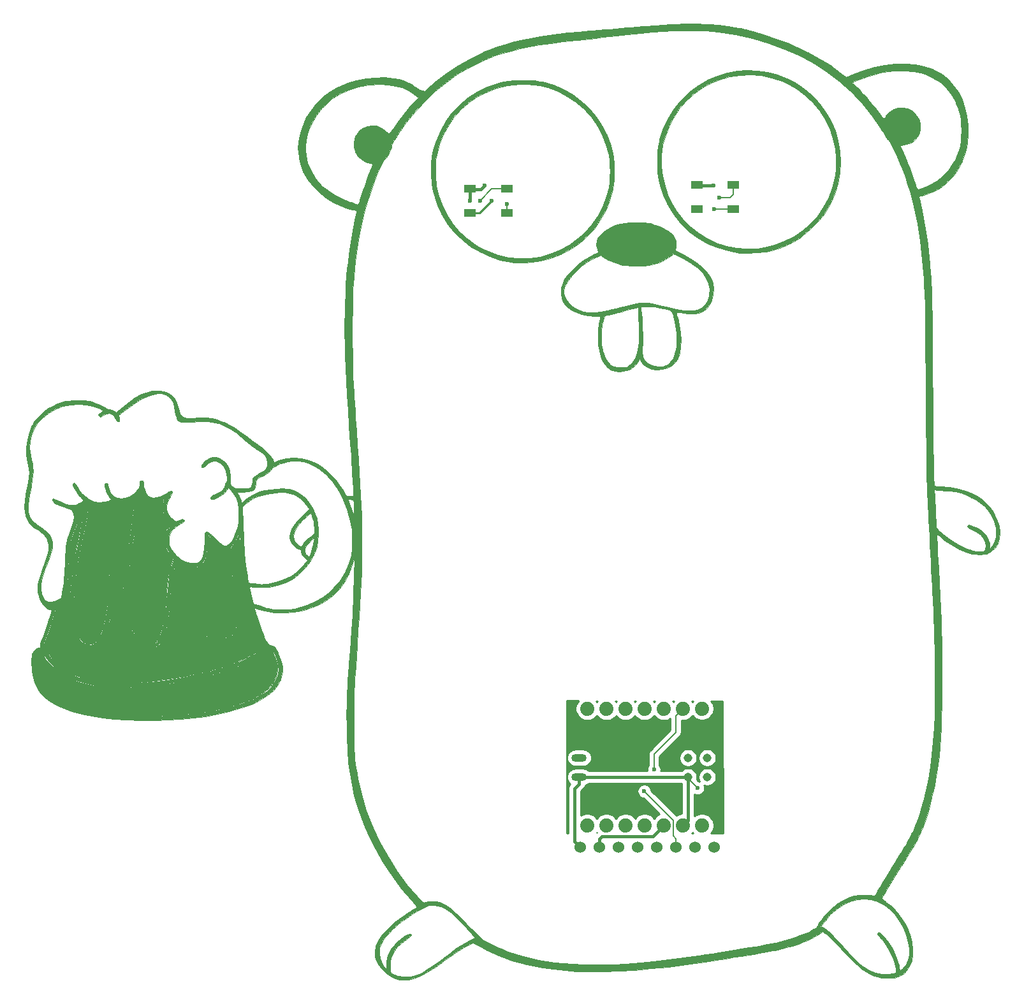
<source format=gbr>
G04 #@! TF.GenerationSoftware,KiCad,Pcbnew,(5.1.2)-1*
G04 #@! TF.CreationDate,2023-05-08T17:00:14+09:00*
G04 #@! TF.ProjectId,gopher_beer_xiao,676f7068-6572-45f6-9265-65725f786961,rev?*
G04 #@! TF.SameCoordinates,Original*
G04 #@! TF.FileFunction,Copper,L1,Top*
G04 #@! TF.FilePolarity,Positive*
%FSLAX46Y46*%
G04 Gerber Fmt 4.6, Leading zero omitted, Abs format (unit mm)*
G04 Created by KiCad (PCBNEW (5.1.2)-1) date 2023-05-08 17:00:14*
%MOMM*%
%LPD*%
G04 APERTURE LIST*
%ADD10C,0.100000*%
%ADD11C,0.010000*%
%ADD12C,1.879600*%
%ADD13O,2.032000X1.016000*%
%ADD14C,1.143000*%
%ADD15R,1.500000X1.000000*%
%ADD16C,1.524000*%
%ADD17C,0.600000*%
%ADD18C,0.250000*%
%ADD19C,0.400000*%
%ADD20C,0.200000*%
%ADD21C,0.254000*%
G04 APERTURE END LIST*
D10*
G36*
X43690000Y-100610000D02*
G01*
X43880000Y-100490000D01*
X44070000Y-100420000D01*
X44410000Y-100370000D01*
X45180000Y-100360000D01*
X45620000Y-100320000D01*
X45950000Y-100250000D01*
X46360000Y-100080000D01*
X46610000Y-99970000D01*
X46650000Y-100060000D01*
X46660000Y-100280000D01*
X46610000Y-101080000D01*
X46520000Y-101910000D01*
X46390000Y-102950000D01*
X46190000Y-104480000D01*
X45870000Y-106670000D01*
X45620000Y-108420000D01*
X45500000Y-109360000D01*
X45380000Y-110370000D01*
X45290000Y-111380000D01*
X45240000Y-112250000D01*
X45220000Y-113030000D01*
X45220000Y-113730000D01*
X45260000Y-114660000D01*
X45320000Y-115430000D01*
X45390000Y-115970000D01*
X45530000Y-116760000D01*
X45730000Y-117320000D01*
X45990000Y-117870000D01*
X46350000Y-118390000D01*
X46730000Y-118800000D01*
X47200000Y-119270000D01*
X47710000Y-119600000D01*
X48220000Y-119760000D01*
X48780000Y-119830000D01*
X49250000Y-119800000D01*
X49560000Y-119700000D01*
X49900000Y-119480000D01*
X50220000Y-119160000D01*
X50490000Y-118750000D01*
X50710000Y-118280000D01*
X50940000Y-117580000D01*
X51120000Y-116780000D01*
X51280000Y-115700000D01*
X51450000Y-113800000D01*
X51490000Y-113290000D01*
X51580000Y-112100000D01*
X51650000Y-111420000D01*
X51740000Y-110640000D01*
X51820000Y-110160000D01*
X51910000Y-109770000D01*
X52110000Y-109090000D01*
X52240000Y-108670000D01*
X52340000Y-108400000D01*
X52390000Y-108310000D01*
X52550000Y-108360000D01*
X52750000Y-108470000D01*
X53040000Y-108660000D01*
X53450000Y-108820000D01*
X53900000Y-108950000D01*
X54250000Y-109010000D01*
X54430000Y-109030000D01*
X54420000Y-110000000D01*
X54520000Y-111780000D01*
X54690000Y-113840000D01*
X54860000Y-115340000D01*
X54980000Y-115900000D01*
X55050000Y-116330000D01*
X55330000Y-117280000D01*
X55690000Y-118070000D01*
X56080000Y-118670000D01*
X56610000Y-119160000D01*
X56840000Y-119290000D01*
X57330000Y-119420000D01*
X57860000Y-119390000D01*
X58420000Y-119180000D01*
X58960000Y-118840000D01*
X59510000Y-118340000D01*
X59910000Y-117840000D01*
X60190000Y-117320000D01*
X60390000Y-116730000D01*
X60510000Y-116030000D01*
X60550000Y-115490000D01*
X60550000Y-114970000D01*
X60510000Y-114430000D01*
X60450000Y-113830000D01*
X60270000Y-112770000D01*
X60130000Y-112120000D01*
X59920000Y-111180000D01*
X59640000Y-109960000D01*
X59330000Y-108650000D01*
X59160000Y-107790000D01*
X59040000Y-107140000D01*
X59570000Y-106470000D01*
X60000000Y-105830000D01*
X60460000Y-105000000D01*
X60640000Y-104600000D01*
X60720000Y-106100000D01*
X60790000Y-106790000D01*
X60830000Y-107350000D01*
X60950000Y-108330000D01*
X61090000Y-109580000D01*
X61240000Y-110400000D01*
X61460000Y-111640000D01*
X61690000Y-112710000D01*
X61950000Y-113800000D01*
X62040000Y-114210000D01*
X62420000Y-115490000D01*
X62610000Y-116140000D01*
X62920000Y-117060000D01*
X63200000Y-117850000D01*
X63430000Y-118470000D01*
X63800000Y-119170000D01*
X64050000Y-119470000D01*
X64350000Y-119680000D01*
X63710000Y-120040000D01*
X63205000Y-120330000D01*
X61735000Y-121040000D01*
X60230000Y-121720000D01*
X58792500Y-122240000D01*
X56267500Y-122940000D01*
X54335000Y-123395000D01*
X51945000Y-123805000D01*
X49440000Y-124150000D01*
X47285000Y-124368750D01*
X45035000Y-124451250D01*
X43200000Y-124352500D01*
X41680000Y-124170000D01*
X40220000Y-123870000D01*
X39000000Y-123480000D01*
X37960000Y-123020000D01*
X37050000Y-122440000D01*
X36310000Y-121820000D01*
X35610000Y-121020000D01*
X35000000Y-120030000D01*
X34690000Y-119350000D01*
X35430000Y-117490000D01*
X35865000Y-115970000D01*
X36235000Y-114710000D01*
X36560000Y-114620000D01*
X36980000Y-114260000D01*
X37250000Y-113920000D01*
X37660000Y-112990000D01*
X37800000Y-112290000D01*
X37900000Y-111100000D01*
X38000000Y-108960000D01*
X38040000Y-108050000D01*
X38110000Y-106870000D01*
X38180000Y-106180000D01*
X38290000Y-105610000D01*
X38410000Y-105190000D01*
X38590000Y-104660000D01*
X38910000Y-103930000D01*
X39210000Y-103290000D01*
X39340000Y-102870000D01*
X39390000Y-102570000D01*
X39380000Y-102320000D01*
X39280000Y-101990000D01*
X39080000Y-101540000D01*
X38985000Y-101330000D01*
X38955000Y-101220000D01*
X39320000Y-101110000D01*
X39610000Y-100990000D01*
X39840000Y-100870000D01*
X40040000Y-100800000D01*
X40040000Y-100960000D01*
X39990000Y-101430000D01*
X39920000Y-102010000D01*
X39780000Y-102770000D01*
X39660000Y-103420000D01*
X39400000Y-104570000D01*
X38960000Y-106800000D01*
X38730000Y-108200000D01*
X38560000Y-109260000D01*
X38420000Y-110480000D01*
X38270000Y-111740000D01*
X38200000Y-112910000D01*
X38140000Y-113860000D01*
X38150000Y-114290000D01*
X38140000Y-115080000D01*
X38190000Y-116020000D01*
X38240000Y-116590000D01*
X38370000Y-117340000D01*
X38490000Y-117720000D01*
X38600000Y-118030000D01*
X38840000Y-118540000D01*
X39250000Y-119130000D01*
X39700000Y-119540000D01*
X40210000Y-119770000D01*
X40940000Y-119890000D01*
X41420000Y-119820000D01*
X41820000Y-119620000D01*
X42190000Y-119260000D01*
X42530000Y-118730000D01*
X43030000Y-117720000D01*
X43290000Y-116870000D01*
X43430000Y-116330000D01*
X43520000Y-115850000D01*
X43610000Y-115210000D01*
X43670000Y-114620000D01*
X43710000Y-114090000D01*
X43750000Y-113470000D01*
X43780000Y-112840000D01*
X43820000Y-111780000D01*
X43840000Y-110640000D01*
X43840000Y-109930000D01*
X43840000Y-109560000D01*
X43860000Y-108340000D01*
X43860000Y-107470000D01*
X43850000Y-105710000D01*
X43810000Y-104440000D01*
X43790000Y-103410000D01*
X43760000Y-102010000D01*
X43720000Y-101090000D01*
X43700000Y-100790000D01*
X43690000Y-100610000D01*
G37*
X43690000Y-100610000D02*
X43880000Y-100490000D01*
X44070000Y-100420000D01*
X44410000Y-100370000D01*
X45180000Y-100360000D01*
X45620000Y-100320000D01*
X45950000Y-100250000D01*
X46360000Y-100080000D01*
X46610000Y-99970000D01*
X46650000Y-100060000D01*
X46660000Y-100280000D01*
X46610000Y-101080000D01*
X46520000Y-101910000D01*
X46390000Y-102950000D01*
X46190000Y-104480000D01*
X45870000Y-106670000D01*
X45620000Y-108420000D01*
X45500000Y-109360000D01*
X45380000Y-110370000D01*
X45290000Y-111380000D01*
X45240000Y-112250000D01*
X45220000Y-113030000D01*
X45220000Y-113730000D01*
X45260000Y-114660000D01*
X45320000Y-115430000D01*
X45390000Y-115970000D01*
X45530000Y-116760000D01*
X45730000Y-117320000D01*
X45990000Y-117870000D01*
X46350000Y-118390000D01*
X46730000Y-118800000D01*
X47200000Y-119270000D01*
X47710000Y-119600000D01*
X48220000Y-119760000D01*
X48780000Y-119830000D01*
X49250000Y-119800000D01*
X49560000Y-119700000D01*
X49900000Y-119480000D01*
X50220000Y-119160000D01*
X50490000Y-118750000D01*
X50710000Y-118280000D01*
X50940000Y-117580000D01*
X51120000Y-116780000D01*
X51280000Y-115700000D01*
X51450000Y-113800000D01*
X51490000Y-113290000D01*
X51580000Y-112100000D01*
X51650000Y-111420000D01*
X51740000Y-110640000D01*
X51820000Y-110160000D01*
X51910000Y-109770000D01*
X52110000Y-109090000D01*
X52240000Y-108670000D01*
X52340000Y-108400000D01*
X52390000Y-108310000D01*
X52550000Y-108360000D01*
X52750000Y-108470000D01*
X53040000Y-108660000D01*
X53450000Y-108820000D01*
X53900000Y-108950000D01*
X54250000Y-109010000D01*
X54430000Y-109030000D01*
X54420000Y-110000000D01*
X54520000Y-111780000D01*
X54690000Y-113840000D01*
X54860000Y-115340000D01*
X54980000Y-115900000D01*
X55050000Y-116330000D01*
X55330000Y-117280000D01*
X55690000Y-118070000D01*
X56080000Y-118670000D01*
X56610000Y-119160000D01*
X56840000Y-119290000D01*
X57330000Y-119420000D01*
X57860000Y-119390000D01*
X58420000Y-119180000D01*
X58960000Y-118840000D01*
X59510000Y-118340000D01*
X59910000Y-117840000D01*
X60190000Y-117320000D01*
X60390000Y-116730000D01*
X60510000Y-116030000D01*
X60550000Y-115490000D01*
X60550000Y-114970000D01*
X60510000Y-114430000D01*
X60450000Y-113830000D01*
X60270000Y-112770000D01*
X60130000Y-112120000D01*
X59920000Y-111180000D01*
X59640000Y-109960000D01*
X59330000Y-108650000D01*
X59160000Y-107790000D01*
X59040000Y-107140000D01*
X59570000Y-106470000D01*
X60000000Y-105830000D01*
X60460000Y-105000000D01*
X60640000Y-104600000D01*
X60720000Y-106100000D01*
X60790000Y-106790000D01*
X60830000Y-107350000D01*
X60950000Y-108330000D01*
X61090000Y-109580000D01*
X61240000Y-110400000D01*
X61460000Y-111640000D01*
X61690000Y-112710000D01*
X61950000Y-113800000D01*
X62040000Y-114210000D01*
X62420000Y-115490000D01*
X62610000Y-116140000D01*
X62920000Y-117060000D01*
X63200000Y-117850000D01*
X63430000Y-118470000D01*
X63800000Y-119170000D01*
X64050000Y-119470000D01*
X64350000Y-119680000D01*
X63710000Y-120040000D01*
X63205000Y-120330000D01*
X61735000Y-121040000D01*
X60230000Y-121720000D01*
X58792500Y-122240000D01*
X56267500Y-122940000D01*
X54335000Y-123395000D01*
X51945000Y-123805000D01*
X49440000Y-124150000D01*
X47285000Y-124368750D01*
X45035000Y-124451250D01*
X43200000Y-124352500D01*
X41680000Y-124170000D01*
X40220000Y-123870000D01*
X39000000Y-123480000D01*
X37960000Y-123020000D01*
X37050000Y-122440000D01*
X36310000Y-121820000D01*
X35610000Y-121020000D01*
X35000000Y-120030000D01*
X34690000Y-119350000D01*
X35430000Y-117490000D01*
X35865000Y-115970000D01*
X36235000Y-114710000D01*
X36560000Y-114620000D01*
X36980000Y-114260000D01*
X37250000Y-113920000D01*
X37660000Y-112990000D01*
X37800000Y-112290000D01*
X37900000Y-111100000D01*
X38000000Y-108960000D01*
X38040000Y-108050000D01*
X38110000Y-106870000D01*
X38180000Y-106180000D01*
X38290000Y-105610000D01*
X38410000Y-105190000D01*
X38590000Y-104660000D01*
X38910000Y-103930000D01*
X39210000Y-103290000D01*
X39340000Y-102870000D01*
X39390000Y-102570000D01*
X39380000Y-102320000D01*
X39280000Y-101990000D01*
X39080000Y-101540000D01*
X38985000Y-101330000D01*
X38955000Y-101220000D01*
X39320000Y-101110000D01*
X39610000Y-100990000D01*
X39840000Y-100870000D01*
X40040000Y-100800000D01*
X40040000Y-100960000D01*
X39990000Y-101430000D01*
X39920000Y-102010000D01*
X39780000Y-102770000D01*
X39660000Y-103420000D01*
X39400000Y-104570000D01*
X38960000Y-106800000D01*
X38730000Y-108200000D01*
X38560000Y-109260000D01*
X38420000Y-110480000D01*
X38270000Y-111740000D01*
X38200000Y-112910000D01*
X38140000Y-113860000D01*
X38150000Y-114290000D01*
X38140000Y-115080000D01*
X38190000Y-116020000D01*
X38240000Y-116590000D01*
X38370000Y-117340000D01*
X38490000Y-117720000D01*
X38600000Y-118030000D01*
X38840000Y-118540000D01*
X39250000Y-119130000D01*
X39700000Y-119540000D01*
X40210000Y-119770000D01*
X40940000Y-119890000D01*
X41420000Y-119820000D01*
X41820000Y-119620000D01*
X42190000Y-119260000D01*
X42530000Y-118730000D01*
X43030000Y-117720000D01*
X43290000Y-116870000D01*
X43430000Y-116330000D01*
X43520000Y-115850000D01*
X43610000Y-115210000D01*
X43670000Y-114620000D01*
X43710000Y-114090000D01*
X43750000Y-113470000D01*
X43780000Y-112840000D01*
X43820000Y-111780000D01*
X43840000Y-110640000D01*
X43840000Y-109930000D01*
X43840000Y-109560000D01*
X43860000Y-108340000D01*
X43860000Y-107470000D01*
X43850000Y-105710000D01*
X43810000Y-104440000D01*
X43790000Y-103410000D01*
X43760000Y-102010000D01*
X43720000Y-101090000D01*
X43700000Y-100790000D01*
X43690000Y-100610000D01*
G36*
X47552500Y-99070000D02*
G01*
X47665000Y-99330000D01*
X47860000Y-99620000D01*
X48180000Y-99970000D01*
X48680000Y-100250000D01*
X49300000Y-100320000D01*
X49960000Y-100210000D01*
X50600000Y-99980000D01*
X50420000Y-100465000D01*
X50380000Y-101140000D01*
X50570000Y-102010000D01*
X50740000Y-102265000D01*
X51050000Y-102640000D01*
X51390000Y-103000000D01*
X51740000Y-103340000D01*
X51410000Y-103640000D01*
X50980000Y-104200000D01*
X50750000Y-104820000D01*
X50690000Y-105520000D01*
X50830000Y-106340000D01*
X51170000Y-106990000D01*
X51440000Y-107350000D01*
X51910000Y-107890000D01*
X51540000Y-108910000D01*
X51380000Y-109550000D01*
X51310000Y-109890000D01*
X51170000Y-110750000D01*
X50990000Y-112320000D01*
X50890000Y-113610000D01*
X50770000Y-114850000D01*
X50680000Y-115700000D01*
X50430000Y-117020000D01*
X50260000Y-117620000D01*
X49910000Y-118520000D01*
X49660000Y-118920000D01*
X49480000Y-119150000D01*
X49180000Y-119330000D01*
X49000000Y-119400000D01*
X48810000Y-119430000D01*
X48690000Y-119410000D01*
X48400000Y-119320000D01*
X48010000Y-119080000D01*
X47630000Y-118810000D01*
X47160000Y-118360000D01*
X46620000Y-117740000D01*
X46350000Y-117360000D01*
X46140000Y-116970000D01*
X45970000Y-116430000D01*
X45850000Y-115810000D01*
X45705000Y-114470000D01*
X45707500Y-112160000D01*
X46080000Y-109180000D01*
X46310000Y-107430000D01*
X46700000Y-104800000D01*
X46860000Y-103690000D01*
X47090000Y-101660000D01*
X47180000Y-100430000D01*
X47230000Y-99790000D01*
X47330000Y-99370000D01*
X47407500Y-99190000D01*
X47552500Y-99070000D01*
G37*
X47552500Y-99070000D02*
X47665000Y-99330000D01*
X47860000Y-99620000D01*
X48180000Y-99970000D01*
X48680000Y-100250000D01*
X49300000Y-100320000D01*
X49960000Y-100210000D01*
X50600000Y-99980000D01*
X50420000Y-100465000D01*
X50380000Y-101140000D01*
X50570000Y-102010000D01*
X50740000Y-102265000D01*
X51050000Y-102640000D01*
X51390000Y-103000000D01*
X51740000Y-103340000D01*
X51410000Y-103640000D01*
X50980000Y-104200000D01*
X50750000Y-104820000D01*
X50690000Y-105520000D01*
X50830000Y-106340000D01*
X51170000Y-106990000D01*
X51440000Y-107350000D01*
X51910000Y-107890000D01*
X51540000Y-108910000D01*
X51380000Y-109550000D01*
X51310000Y-109890000D01*
X51170000Y-110750000D01*
X50990000Y-112320000D01*
X50890000Y-113610000D01*
X50770000Y-114850000D01*
X50680000Y-115700000D01*
X50430000Y-117020000D01*
X50260000Y-117620000D01*
X49910000Y-118520000D01*
X49660000Y-118920000D01*
X49480000Y-119150000D01*
X49180000Y-119330000D01*
X49000000Y-119400000D01*
X48810000Y-119430000D01*
X48690000Y-119410000D01*
X48400000Y-119320000D01*
X48010000Y-119080000D01*
X47630000Y-118810000D01*
X47160000Y-118360000D01*
X46620000Y-117740000D01*
X46350000Y-117360000D01*
X46140000Y-116970000D01*
X45970000Y-116430000D01*
X45850000Y-115810000D01*
X45705000Y-114470000D01*
X45707500Y-112160000D01*
X46080000Y-109180000D01*
X46310000Y-107430000D01*
X46700000Y-104800000D01*
X46860000Y-103690000D01*
X47090000Y-101660000D01*
X47180000Y-100430000D01*
X47230000Y-99790000D01*
X47330000Y-99370000D01*
X47407500Y-99190000D01*
X47552500Y-99070000D01*
G36*
X33840000Y-120310000D02*
G01*
X34130000Y-120290000D01*
X34320000Y-120380000D01*
X34510000Y-120560000D01*
X34730000Y-120920000D01*
X34980000Y-121310000D01*
X35630000Y-122000000D01*
X36445000Y-122780000D01*
X36920000Y-123130000D01*
X37865000Y-123700000D01*
X38565000Y-124025000D01*
X39615000Y-124355000D01*
X40960000Y-124750000D01*
X42410000Y-124980000D01*
X43790000Y-125080000D01*
X44700000Y-125100000D01*
X45740000Y-125080000D01*
X47190000Y-124950000D01*
X49650000Y-124720000D01*
X51220000Y-124550000D01*
X52780000Y-124310000D01*
X53800000Y-124130000D01*
X55080000Y-123870000D01*
X56320000Y-123570000D01*
X57690000Y-123190000D01*
X59330000Y-122655000D01*
X60570000Y-122185000D01*
X61500000Y-121780000D01*
X62540000Y-121300000D01*
X63150000Y-120960000D01*
X63755000Y-120640000D01*
X64390000Y-120270000D01*
X64770000Y-120070000D01*
X64900000Y-120120000D01*
X65190000Y-120590000D01*
X65460000Y-121210000D01*
X65670000Y-122030000D01*
X65690000Y-122780000D01*
X65540000Y-123520000D01*
X65220000Y-124270000D01*
X64760000Y-124890000D01*
X64090000Y-125490000D01*
X63290000Y-126080000D01*
X62180000Y-126650000D01*
X61140000Y-127080000D01*
X59180000Y-127670000D01*
X57360000Y-128080000D01*
X55780000Y-128370000D01*
X54270000Y-128560000D01*
X52690000Y-128730000D01*
X51220000Y-128800000D01*
X49485000Y-128845000D01*
X47995000Y-128835000D01*
X46430000Y-128810000D01*
X45570000Y-128760000D01*
X44070000Y-128650000D01*
X42680000Y-128480000D01*
X41170000Y-128230000D01*
X39860000Y-127960000D01*
X38890000Y-127720000D01*
X37640000Y-127330000D01*
X36660000Y-126940000D01*
X35840000Y-126550000D01*
X35190000Y-126130000D01*
X34670000Y-125640000D01*
X34060000Y-124680000D01*
X33820000Y-123910000D01*
X33610000Y-123160000D01*
X33480000Y-122360000D01*
X33440000Y-121520000D01*
X33450000Y-121160000D01*
X33510000Y-120760000D01*
X33650000Y-120450000D01*
X33840000Y-120310000D01*
G37*
X33840000Y-120310000D02*
X34130000Y-120290000D01*
X34320000Y-120380000D01*
X34510000Y-120560000D01*
X34730000Y-120920000D01*
X34980000Y-121310000D01*
X35630000Y-122000000D01*
X36445000Y-122780000D01*
X36920000Y-123130000D01*
X37865000Y-123700000D01*
X38565000Y-124025000D01*
X39615000Y-124355000D01*
X40960000Y-124750000D01*
X42410000Y-124980000D01*
X43790000Y-125080000D01*
X44700000Y-125100000D01*
X45740000Y-125080000D01*
X47190000Y-124950000D01*
X49650000Y-124720000D01*
X51220000Y-124550000D01*
X52780000Y-124310000D01*
X53800000Y-124130000D01*
X55080000Y-123870000D01*
X56320000Y-123570000D01*
X57690000Y-123190000D01*
X59330000Y-122655000D01*
X60570000Y-122185000D01*
X61500000Y-121780000D01*
X62540000Y-121300000D01*
X63150000Y-120960000D01*
X63755000Y-120640000D01*
X64390000Y-120270000D01*
X64770000Y-120070000D01*
X64900000Y-120120000D01*
X65190000Y-120590000D01*
X65460000Y-121210000D01*
X65670000Y-122030000D01*
X65690000Y-122780000D01*
X65540000Y-123520000D01*
X65220000Y-124270000D01*
X64760000Y-124890000D01*
X64090000Y-125490000D01*
X63290000Y-126080000D01*
X62180000Y-126650000D01*
X61140000Y-127080000D01*
X59180000Y-127670000D01*
X57360000Y-128080000D01*
X55780000Y-128370000D01*
X54270000Y-128560000D01*
X52690000Y-128730000D01*
X51220000Y-128800000D01*
X49485000Y-128845000D01*
X47995000Y-128835000D01*
X46430000Y-128810000D01*
X45570000Y-128760000D01*
X44070000Y-128650000D01*
X42680000Y-128480000D01*
X41170000Y-128230000D01*
X39860000Y-127960000D01*
X38890000Y-127720000D01*
X37640000Y-127330000D01*
X36660000Y-126940000D01*
X35840000Y-126550000D01*
X35190000Y-126130000D01*
X34670000Y-125640000D01*
X34060000Y-124680000D01*
X33820000Y-123910000D01*
X33610000Y-123160000D01*
X33480000Y-122360000D01*
X33440000Y-121520000D01*
X33450000Y-121160000D01*
X33510000Y-120760000D01*
X33650000Y-120450000D01*
X33840000Y-120310000D01*
G36*
X56370000Y-104740000D02*
G01*
X56580000Y-104890000D01*
X56840000Y-105180000D01*
X57150000Y-105580000D01*
X57490000Y-105920000D01*
X57910000Y-106330000D01*
X58480000Y-106880000D01*
X58560000Y-107420000D01*
X58660000Y-108150000D01*
X58810000Y-109010000D01*
X59010000Y-110000000D01*
X59360000Y-111710000D01*
X59660000Y-113060000D01*
X59850000Y-114250000D01*
X59950000Y-115490000D01*
X59920000Y-116570000D01*
X59790000Y-117100000D01*
X59600000Y-117540000D01*
X59480000Y-117730000D01*
X59200000Y-118080000D01*
X58830000Y-118440000D01*
X58480000Y-118700000D01*
X58120000Y-118870000D01*
X57740000Y-118940000D01*
X57460000Y-118920000D01*
X57060000Y-118800000D01*
X56580000Y-118510000D01*
X56270000Y-118170000D01*
X56000000Y-117700000D01*
X55760000Y-117090000D01*
X55570000Y-116320000D01*
X55410000Y-115420000D01*
X55280000Y-114370000D01*
X55170000Y-112890000D01*
X55090000Y-111850000D01*
X55010000Y-110910000D01*
X54950000Y-110270000D01*
X54930000Y-109780000D01*
X54960000Y-109400000D01*
X55040000Y-109130000D01*
X55180000Y-108950000D01*
X55390000Y-108810000D01*
X55490000Y-108760000D01*
X55880000Y-108440000D01*
X56170000Y-107970000D01*
X56340000Y-107370000D01*
X56400000Y-106660000D01*
X56390000Y-106090000D01*
X56390000Y-105400000D01*
X56390000Y-104820000D01*
X56370000Y-104740000D01*
G37*
X56370000Y-104740000D02*
X56580000Y-104890000D01*
X56840000Y-105180000D01*
X57150000Y-105580000D01*
X57490000Y-105920000D01*
X57910000Y-106330000D01*
X58480000Y-106880000D01*
X58560000Y-107420000D01*
X58660000Y-108150000D01*
X58810000Y-109010000D01*
X59010000Y-110000000D01*
X59360000Y-111710000D01*
X59660000Y-113060000D01*
X59850000Y-114250000D01*
X59950000Y-115490000D01*
X59920000Y-116570000D01*
X59790000Y-117100000D01*
X59600000Y-117540000D01*
X59480000Y-117730000D01*
X59200000Y-118080000D01*
X58830000Y-118440000D01*
X58480000Y-118700000D01*
X58120000Y-118870000D01*
X57740000Y-118940000D01*
X57460000Y-118920000D01*
X57060000Y-118800000D01*
X56580000Y-118510000D01*
X56270000Y-118170000D01*
X56000000Y-117700000D01*
X55760000Y-117090000D01*
X55570000Y-116320000D01*
X55410000Y-115420000D01*
X55280000Y-114370000D01*
X55170000Y-112890000D01*
X55090000Y-111850000D01*
X55010000Y-110910000D01*
X54950000Y-110270000D01*
X54930000Y-109780000D01*
X54960000Y-109400000D01*
X55040000Y-109130000D01*
X55180000Y-108950000D01*
X55390000Y-108810000D01*
X55490000Y-108760000D01*
X55880000Y-108440000D01*
X56170000Y-107970000D01*
X56340000Y-107370000D01*
X56400000Y-106660000D01*
X56390000Y-106090000D01*
X56390000Y-105400000D01*
X56390000Y-104820000D01*
X56370000Y-104740000D01*
G36*
X40700000Y-100580000D02*
G01*
X40830000Y-100600000D01*
X41040000Y-100660000D01*
X41630000Y-100790000D01*
X42170000Y-100840000D01*
X42740000Y-100820000D01*
X43130000Y-100730000D01*
X43160000Y-100780000D01*
X43190000Y-100900000D01*
X43230000Y-101360000D01*
X43290000Y-102810000D01*
X43320000Y-103800000D01*
X43380000Y-106160000D01*
X43410000Y-107520000D01*
X43420000Y-108930000D01*
X43380000Y-111340000D01*
X43320000Y-112560000D01*
X43230000Y-113560000D01*
X43040000Y-115000000D01*
X42910000Y-115760000D01*
X42700000Y-116710000D01*
X42500000Y-117380000D01*
X42440000Y-117600000D01*
X42180000Y-118250000D01*
X41910000Y-118690000D01*
X41630000Y-119000000D01*
X41410000Y-119130000D01*
X40990000Y-119260000D01*
X40500000Y-119230000D01*
X40000000Y-119030000D01*
X39840000Y-118950000D01*
X39600000Y-118750000D01*
X39410000Y-118490000D01*
X39180000Y-118040000D01*
X38920000Y-117360000D01*
X38830000Y-116900000D01*
X38760000Y-116360000D01*
X38760000Y-113990000D01*
X38860000Y-111880000D01*
X39120000Y-109610000D01*
X39470000Y-107370000D01*
X39880000Y-105380000D01*
X40200000Y-103960000D01*
X40370000Y-103110000D01*
X40490000Y-102330000D01*
X40560000Y-101550000D01*
X40600000Y-101020000D01*
X40630000Y-100740000D01*
X40660000Y-100610000D01*
X40700000Y-100580000D01*
G37*
X40700000Y-100580000D02*
X40830000Y-100600000D01*
X41040000Y-100660000D01*
X41630000Y-100790000D01*
X42170000Y-100840000D01*
X42740000Y-100820000D01*
X43130000Y-100730000D01*
X43160000Y-100780000D01*
X43190000Y-100900000D01*
X43230000Y-101360000D01*
X43290000Y-102810000D01*
X43320000Y-103800000D01*
X43380000Y-106160000D01*
X43410000Y-107520000D01*
X43420000Y-108930000D01*
X43380000Y-111340000D01*
X43320000Y-112560000D01*
X43230000Y-113560000D01*
X43040000Y-115000000D01*
X42910000Y-115760000D01*
X42700000Y-116710000D01*
X42500000Y-117380000D01*
X42440000Y-117600000D01*
X42180000Y-118250000D01*
X41910000Y-118690000D01*
X41630000Y-119000000D01*
X41410000Y-119130000D01*
X40990000Y-119260000D01*
X40500000Y-119230000D01*
X40000000Y-119030000D01*
X39840000Y-118950000D01*
X39600000Y-118750000D01*
X39410000Y-118490000D01*
X39180000Y-118040000D01*
X38920000Y-117360000D01*
X38830000Y-116900000D01*
X38760000Y-116360000D01*
X38760000Y-113990000D01*
X38860000Y-111880000D01*
X39120000Y-109610000D01*
X39470000Y-107370000D01*
X39880000Y-105380000D01*
X40200000Y-103960000D01*
X40370000Y-103110000D01*
X40490000Y-102330000D01*
X40560000Y-101550000D01*
X40600000Y-101020000D01*
X40630000Y-100740000D01*
X40660000Y-100610000D01*
X40700000Y-100580000D01*
G36*
X56130000Y-104435000D02*
G01*
X56280000Y-104370000D01*
X56470000Y-104420000D01*
X56520000Y-104450000D01*
X56580000Y-104470000D01*
X56650000Y-104520000D01*
X56730000Y-104590000D01*
X56810000Y-104650000D01*
X56880000Y-104710000D01*
X56920000Y-104740000D01*
X56980000Y-104800000D01*
X57020000Y-104860000D01*
X57090000Y-104940000D01*
X57100000Y-104960000D01*
X57170000Y-105030000D01*
X57200000Y-105130000D01*
X57030000Y-105080000D01*
X56970000Y-105130000D01*
X56860000Y-105120000D01*
X56875000Y-105125000D01*
X56785000Y-105015000D01*
X56720000Y-104940000D01*
X56670000Y-104890000D01*
X56620000Y-104840000D01*
X56550000Y-104790000D01*
X56490000Y-104730000D01*
X56450000Y-104700000D01*
X56370000Y-104660000D01*
X56320000Y-104620000D01*
X56290000Y-104600000D01*
X56270000Y-104580000D01*
X56200000Y-104520000D01*
X56130000Y-104435000D01*
G37*
X56130000Y-104435000D02*
X56280000Y-104370000D01*
X56470000Y-104420000D01*
X56520000Y-104450000D01*
X56580000Y-104470000D01*
X56650000Y-104520000D01*
X56730000Y-104590000D01*
X56810000Y-104650000D01*
X56880000Y-104710000D01*
X56920000Y-104740000D01*
X56980000Y-104800000D01*
X57020000Y-104860000D01*
X57090000Y-104940000D01*
X57100000Y-104960000D01*
X57170000Y-105030000D01*
X57200000Y-105130000D01*
X57030000Y-105080000D01*
X56970000Y-105130000D01*
X56860000Y-105120000D01*
X56875000Y-105125000D01*
X56785000Y-105015000D01*
X56720000Y-104940000D01*
X56670000Y-104890000D01*
X56620000Y-104840000D01*
X56550000Y-104790000D01*
X56490000Y-104730000D01*
X56450000Y-104700000D01*
X56370000Y-104660000D01*
X56320000Y-104620000D01*
X56290000Y-104600000D01*
X56270000Y-104580000D01*
X56200000Y-104520000D01*
X56130000Y-104435000D01*
G36*
X56050000Y-105960000D02*
G01*
X56050000Y-105540000D01*
X56040000Y-105270000D01*
X56010000Y-104830000D01*
X56000000Y-104540000D01*
X56030000Y-104500000D01*
X56060000Y-104470000D01*
X56100000Y-104460000D01*
X56160000Y-104460000D01*
X56190000Y-104510000D01*
X56210000Y-104550000D01*
X56230000Y-104600000D01*
X56260000Y-104690000D01*
X56295000Y-104870000D01*
X56300000Y-105140000D01*
X56297500Y-105440000D01*
X56300000Y-105620000D01*
X56300000Y-105730000D01*
X56290000Y-105580000D01*
X56300000Y-105765000D01*
X56300000Y-105855000D01*
X56300000Y-106000000D01*
X56290000Y-106150000D01*
X56270000Y-106200000D01*
X56050000Y-105960000D01*
G37*
X56050000Y-105960000D02*
X56050000Y-105540000D01*
X56040000Y-105270000D01*
X56010000Y-104830000D01*
X56000000Y-104540000D01*
X56030000Y-104500000D01*
X56060000Y-104470000D01*
X56100000Y-104460000D01*
X56160000Y-104460000D01*
X56190000Y-104510000D01*
X56210000Y-104550000D01*
X56230000Y-104600000D01*
X56260000Y-104690000D01*
X56295000Y-104870000D01*
X56300000Y-105140000D01*
X56297500Y-105440000D01*
X56300000Y-105620000D01*
X56300000Y-105730000D01*
X56290000Y-105580000D01*
X56300000Y-105765000D01*
X56300000Y-105855000D01*
X56300000Y-106000000D01*
X56290000Y-106150000D01*
X56270000Y-106200000D01*
X56050000Y-105960000D01*
G36*
X84540000Y-45660000D02*
G01*
X84935000Y-45760000D01*
X85325000Y-45800000D01*
X85350000Y-46060000D01*
X84960000Y-46340000D01*
X84560000Y-46280000D01*
X84480000Y-45990000D01*
X84410000Y-45690000D01*
X84410000Y-45620000D01*
X84400000Y-45570000D01*
X84540000Y-45660000D01*
G37*
X84540000Y-45660000D02*
X84935000Y-45760000D01*
X85325000Y-45800000D01*
X85350000Y-46060000D01*
X84960000Y-46340000D01*
X84560000Y-46280000D01*
X84480000Y-45990000D01*
X84410000Y-45690000D01*
X84410000Y-45620000D01*
X84400000Y-45570000D01*
X84540000Y-45660000D01*
G36*
X76140000Y-60860000D02*
G01*
X76300000Y-60860000D01*
X76510000Y-60700000D01*
X76610000Y-60640000D01*
X76550000Y-61130000D01*
X76260000Y-61210000D01*
X76130000Y-61160000D01*
X76030000Y-61030000D01*
X76000000Y-60920000D01*
X76020000Y-60860000D01*
X76140000Y-60860000D01*
G37*
X76140000Y-60860000D02*
X76300000Y-60860000D01*
X76510000Y-60700000D01*
X76610000Y-60640000D01*
X76550000Y-61130000D01*
X76260000Y-61210000D01*
X76130000Y-61160000D01*
X76030000Y-61030000D01*
X76000000Y-60920000D01*
X76020000Y-60860000D01*
X76140000Y-60860000D01*
G36*
X75740000Y-61250000D02*
G01*
X76660000Y-61470000D01*
X76500000Y-61980000D01*
X76390000Y-62100000D01*
X76220000Y-61750000D01*
X75950000Y-61610000D01*
X75710000Y-61540000D01*
X75600000Y-61450000D01*
X75660000Y-61340000D01*
X75740000Y-61250000D01*
G37*
X75740000Y-61250000D02*
X76660000Y-61470000D01*
X76500000Y-61980000D01*
X76390000Y-62100000D01*
X76220000Y-61750000D01*
X75950000Y-61610000D01*
X75710000Y-61540000D01*
X75600000Y-61450000D01*
X75660000Y-61340000D01*
X75740000Y-61250000D01*
G36*
X152800000Y-98080000D02*
G01*
X152890000Y-98230000D01*
X152990000Y-98260000D01*
X153120000Y-98330000D01*
X153230000Y-98350000D01*
X153390000Y-98380000D01*
X153300000Y-98510000D01*
X153200000Y-98570000D01*
X153120000Y-98600000D01*
X153020000Y-98600000D01*
X152910000Y-98590000D01*
X152820000Y-98570000D01*
X152790000Y-98520000D01*
X152780000Y-98480000D01*
X152780000Y-98420000D01*
X152770000Y-98350000D01*
X152770000Y-98330000D01*
X152790000Y-98320000D01*
X152800000Y-98080000D01*
G37*
X152800000Y-98080000D02*
X152890000Y-98230000D01*
X152990000Y-98260000D01*
X153120000Y-98330000D01*
X153230000Y-98350000D01*
X153390000Y-98380000D01*
X153300000Y-98510000D01*
X153200000Y-98570000D01*
X153120000Y-98600000D01*
X153020000Y-98600000D01*
X152910000Y-98590000D01*
X152820000Y-98570000D01*
X152790000Y-98520000D01*
X152780000Y-98480000D01*
X152780000Y-98420000D01*
X152770000Y-98350000D01*
X152770000Y-98330000D01*
X152790000Y-98320000D01*
X152800000Y-98080000D01*
G36*
X113580000Y-74510000D02*
G01*
X113610000Y-74900000D01*
X113800000Y-74910000D01*
X113931371Y-75014889D01*
X114000000Y-75350000D01*
X113950000Y-74890000D01*
X113930000Y-74720000D01*
X113910000Y-74610000D01*
X113890000Y-74480000D01*
X113580000Y-74510000D01*
G37*
X113580000Y-74510000D02*
X113610000Y-74900000D01*
X113800000Y-74910000D01*
X113931371Y-75014889D01*
X114000000Y-75350000D01*
X113950000Y-74890000D01*
X113930000Y-74720000D01*
X113910000Y-74610000D01*
X113890000Y-74480000D01*
X113580000Y-74510000D01*
D11*
G36*
X121115718Y-36876365D02*
G01*
X121609362Y-36891328D01*
X122369334Y-36919375D01*
X122976797Y-36942921D01*
X123459260Y-36964134D01*
X123844231Y-36985180D01*
X124159218Y-37008227D01*
X124431731Y-37035442D01*
X124689277Y-37068993D01*
X124959365Y-37111047D01*
X125269504Y-37163771D01*
X125437376Y-37192931D01*
X125934330Y-37277726D01*
X126438563Y-37361028D01*
X126883780Y-37432022D01*
X127148724Y-37472084D01*
X127492534Y-37530248D01*
X127784523Y-37594567D01*
X127959362Y-37650308D01*
X128119507Y-37707610D01*
X128409079Y-37793352D01*
X128782255Y-37894443D01*
X129072095Y-37968175D01*
X130464210Y-38357928D01*
X131929357Y-38850570D01*
X133417553Y-39425492D01*
X134878817Y-40062083D01*
X136263166Y-40739731D01*
X137520619Y-41437826D01*
X137596950Y-41483527D01*
X137971276Y-41704263D01*
X138304440Y-41892533D01*
X138557665Y-42026929D01*
X138684441Y-42083903D01*
X138883965Y-42187568D01*
X139083757Y-42343252D01*
X139235201Y-42473118D01*
X139495612Y-42682975D01*
X139829908Y-42945027D01*
X140203007Y-43231477D01*
X140245988Y-43264100D01*
X141195684Y-43984031D01*
X142188516Y-43559299D01*
X143594323Y-43024477D01*
X145001458Y-42617887D01*
X146394667Y-42339520D01*
X147758696Y-42189364D01*
X149078289Y-42167409D01*
X150338194Y-42273645D01*
X151523154Y-42508061D01*
X152617917Y-42870645D01*
X153607228Y-43361388D01*
X153931756Y-43567483D01*
X154752626Y-44228794D01*
X155472044Y-45022686D01*
X156085645Y-45930535D01*
X156589065Y-46933717D01*
X156977939Y-48013607D01*
X157247901Y-49151583D01*
X157394587Y-50329020D01*
X157413631Y-51527294D01*
X157300670Y-52727781D01*
X157051338Y-53911858D01*
X156661270Y-55060901D01*
X156638412Y-55116099D01*
X156150857Y-56077746D01*
X155526180Y-56979551D01*
X154792677Y-57787808D01*
X153978647Y-58468815D01*
X153624818Y-58705514D01*
X153287067Y-58893525D01*
X152867027Y-59095424D01*
X152406790Y-59294512D01*
X151948450Y-59474090D01*
X151534098Y-59617457D01*
X151205826Y-59707914D01*
X151040036Y-59730999D01*
X150906167Y-59759910D01*
X150882411Y-59791394D01*
X150901001Y-59895080D01*
X150952350Y-60142899D01*
X151029830Y-60503823D01*
X151126812Y-60946825D01*
X151194001Y-61249875D01*
X151661588Y-63623795D01*
X152035019Y-66114387D01*
X152308807Y-68682066D01*
X152408300Y-70008480D01*
X152444030Y-70552521D01*
X152480214Y-71084258D01*
X152513463Y-71555148D01*
X152540387Y-71916644D01*
X152549305Y-72027915D01*
X152555895Y-72188448D01*
X152563489Y-72517303D01*
X152571969Y-73003300D01*
X152581213Y-73635259D01*
X152591104Y-74402000D01*
X152601520Y-75292343D01*
X152612343Y-76295109D01*
X152623454Y-77399117D01*
X152634731Y-78593187D01*
X152646057Y-79866140D01*
X152657311Y-81206795D01*
X152668374Y-82603973D01*
X152679126Y-84046493D01*
X152681758Y-84413781D01*
X152692577Y-85878732D01*
X152703935Y-87309362D01*
X152715697Y-88693746D01*
X152727730Y-90019960D01*
X152739899Y-91276078D01*
X152752072Y-92450177D01*
X152764114Y-93530330D01*
X152775892Y-94504614D01*
X152787270Y-95361104D01*
X152798117Y-96087874D01*
X152808298Y-96673000D01*
X152817678Y-97104558D01*
X152826125Y-97370623D01*
X152827495Y-97399243D01*
X152854903Y-97878918D01*
X152880842Y-98202790D01*
X152909581Y-98340000D01*
X152930000Y-98420000D01*
X152992541Y-98475711D01*
X153018201Y-98453837D01*
X153189949Y-98371579D01*
X153502765Y-98332993D01*
X153966589Y-98337888D01*
X154591363Y-98386071D01*
X154890567Y-98417645D01*
X156168420Y-98631022D01*
X157322032Y-98970668D01*
X158349790Y-99435608D01*
X159250083Y-100024867D01*
X160021296Y-100737470D01*
X160661817Y-101572443D01*
X160959296Y-102086332D01*
X161316854Y-102870552D01*
X161535389Y-103594523D01*
X161625895Y-104297380D01*
X161629803Y-104473498D01*
X161563855Y-105238518D01*
X161359866Y-105891997D01*
X161013415Y-106442786D01*
X160520079Y-106899736D01*
X160364520Y-107005992D01*
X160120298Y-107158264D01*
X159925254Y-107255482D01*
X159726723Y-107310091D01*
X159472038Y-107334538D01*
X159108535Y-107341268D01*
X158943759Y-107341745D01*
X158422977Y-107330147D01*
X158008561Y-107286574D01*
X157628115Y-107201241D01*
X157412553Y-107134762D01*
X156318705Y-106693199D01*
X155233054Y-106102778D01*
X154201985Y-105390067D01*
X153806524Y-105069297D01*
X153552304Y-104860193D01*
X153355236Y-104711352D01*
X153250308Y-104648830D01*
X153242813Y-104649470D01*
X153239388Y-104743893D01*
X153245931Y-104994169D01*
X153261402Y-105376979D01*
X153284758Y-105869006D01*
X153314960Y-106446932D01*
X153350968Y-107087440D01*
X153353765Y-107135488D01*
X153470530Y-109180928D01*
X153572526Y-111067956D01*
X153660375Y-112817005D01*
X153734704Y-114448513D01*
X153796136Y-115982913D01*
X153845298Y-117440643D01*
X153882814Y-118842136D01*
X153909308Y-120207830D01*
X153925407Y-121558158D01*
X153931734Y-122913557D01*
X153928914Y-124294462D01*
X153918726Y-125610247D01*
X153894217Y-127353683D01*
X153856715Y-128938460D01*
X153804341Y-130385084D01*
X153735217Y-131714059D01*
X153647464Y-132945891D01*
X153539202Y-134101083D01*
X153408555Y-135200142D01*
X153253642Y-136263572D01*
X153072584Y-137311877D01*
X152863505Y-138365563D01*
X152668766Y-139252650D01*
X152386558Y-140426677D01*
X152096072Y-141492947D01*
X151784431Y-142480965D01*
X151438759Y-143420235D01*
X151046181Y-144340262D01*
X150593821Y-145270551D01*
X150068803Y-146240606D01*
X149458252Y-147279932D01*
X148749290Y-148418033D01*
X148497344Y-148811307D01*
X148057004Y-149499265D01*
X147630489Y-150174034D01*
X147228490Y-150817999D01*
X146861698Y-151413545D01*
X146540805Y-151943058D01*
X146276504Y-152388924D01*
X146079485Y-152733527D01*
X145960442Y-152959255D01*
X145928511Y-153043373D01*
X145998647Y-153129057D01*
X146184077Y-153279873D01*
X146447333Y-153465819D01*
X146497469Y-153498986D01*
X147296885Y-154122950D01*
X148028639Y-154892953D01*
X148675940Y-155782833D01*
X149221995Y-156766428D01*
X149650012Y-157817577D01*
X149930441Y-158847367D01*
X150046210Y-159717814D01*
X150030987Y-160544369D01*
X149892153Y-161308845D01*
X149637092Y-161993052D01*
X149273186Y-162578803D01*
X148807817Y-163047909D01*
X148248367Y-163382183D01*
X148060536Y-163454387D01*
X147608816Y-163556228D01*
X147048708Y-163607084D01*
X146444519Y-163607041D01*
X145860559Y-163556189D01*
X145361135Y-163454615D01*
X145347759Y-163450674D01*
X144905147Y-163305978D01*
X144491963Y-163139171D01*
X144091780Y-162937423D01*
X143688173Y-162687904D01*
X143264718Y-162377786D01*
X142804987Y-161994238D01*
X142292557Y-161524432D01*
X141711002Y-160955538D01*
X141043895Y-160274725D01*
X140344556Y-159542807D01*
X139912971Y-159092547D01*
X139495113Y-158666025D01*
X139115959Y-158288024D01*
X138800486Y-157983327D01*
X138573669Y-157776715D01*
X138519336Y-157731755D01*
X138089772Y-157393404D01*
X137876013Y-157606407D01*
X137682711Y-157750586D01*
X137355277Y-157943283D01*
X136927615Y-158168328D01*
X136433628Y-158409548D01*
X135907223Y-158650772D01*
X135382303Y-158875829D01*
X134892772Y-159068545D01*
X134579575Y-159178750D01*
X134114158Y-159323075D01*
X133557821Y-159482960D01*
X132995375Y-159634496D01*
X132688085Y-159711993D01*
X132394136Y-159782465D01*
X132099999Y-159850080D01*
X131793054Y-159916987D01*
X131460683Y-159985340D01*
X131090267Y-160057288D01*
X130669186Y-160134984D01*
X130184822Y-160220577D01*
X129624556Y-160316220D01*
X128975769Y-160424064D01*
X128225842Y-160546259D01*
X127362155Y-160684957D01*
X126372091Y-160842309D01*
X125243029Y-161020466D01*
X123962351Y-161221580D01*
X122517438Y-161447802D01*
X122374965Y-161470083D01*
X119980990Y-161820834D01*
X117623141Y-162119744D01*
X115324955Y-162364708D01*
X113109970Y-162553620D01*
X111001727Y-162684374D01*
X109023763Y-162754865D01*
X107872009Y-162767383D01*
X105426154Y-162707654D01*
X103099040Y-162527371D01*
X100893466Y-162227151D01*
X98812231Y-161807611D01*
X96858134Y-161269367D01*
X95033974Y-160613036D01*
X93342552Y-159839235D01*
X92495962Y-159378873D01*
X91709867Y-158925625D01*
X91099863Y-159217145D01*
X90776527Y-159379290D01*
X90439807Y-159565469D01*
X90068754Y-159789274D01*
X89642419Y-160064300D01*
X89139854Y-160404140D01*
X88540111Y-160822389D01*
X87822240Y-161332640D01*
X87652624Y-161454112D01*
X86682519Y-162130414D01*
X85822858Y-162685881D01*
X85057352Y-163127251D01*
X84369710Y-163461257D01*
X83743645Y-163694638D01*
X83162866Y-163834128D01*
X82611084Y-163886465D01*
X82072010Y-163858383D01*
X81898932Y-163833413D01*
X81315198Y-163661849D01*
X80707874Y-163352483D01*
X80115836Y-162935881D01*
X79577962Y-162442608D01*
X79133129Y-161903231D01*
X78865193Y-161448251D01*
X78659956Y-160815146D01*
X78625092Y-160321517D01*
X79198200Y-160321517D01*
X79310397Y-161003336D01*
X79587354Y-161667802D01*
X79841899Y-162062821D01*
X80131702Y-162453710D01*
X80184046Y-161629255D01*
X80285114Y-160903762D01*
X80502502Y-160261257D01*
X80856549Y-159654886D01*
X81256178Y-159159487D01*
X81545039Y-158870512D01*
X81893164Y-158572490D01*
X82266143Y-158289281D01*
X82629563Y-158044746D01*
X82949013Y-157862745D01*
X83190082Y-157767140D01*
X83274888Y-157759738D01*
X83455902Y-157827749D01*
X83469352Y-157953744D01*
X83317038Y-158134552D01*
X83000761Y-158367002D01*
X82890614Y-158436291D01*
X82221685Y-158913492D01*
X81639330Y-159462228D01*
X81179072Y-160046128D01*
X80978322Y-160394123D01*
X80765090Y-160907093D01*
X80654894Y-161405011D01*
X80637044Y-161955682D01*
X80668367Y-162359893D01*
X80710080Y-162683324D01*
X80764538Y-162879271D01*
X80856101Y-162999379D01*
X81009127Y-163095296D01*
X81017221Y-163099543D01*
X81706145Y-163359338D01*
X82467919Y-163459796D01*
X83290694Y-163400008D01*
X83729580Y-163307624D01*
X84291132Y-163131445D01*
X84871438Y-162879450D01*
X85494556Y-162538153D01*
X86184542Y-162094067D01*
X86965456Y-161533706D01*
X87174008Y-161376678D01*
X87920767Y-160811741D01*
X88545098Y-160344361D01*
X89066313Y-159961314D01*
X89503728Y-159649374D01*
X89876657Y-159395318D01*
X90204415Y-159185921D01*
X90506316Y-159007959D01*
X90801674Y-158848206D01*
X91050194Y-158722674D01*
X91970814Y-158268990D01*
X90667834Y-156860997D01*
X89953038Y-156105210D01*
X89327412Y-155483479D01*
X88774354Y-154984553D01*
X88277262Y-154597182D01*
X87819532Y-154310119D01*
X87384564Y-154112112D01*
X86955754Y-153991914D01*
X86516500Y-153938274D01*
X86346596Y-153933031D01*
X86044179Y-153936701D01*
X85803533Y-153964946D01*
X85570178Y-154033880D01*
X85289637Y-154159620D01*
X84907432Y-154358281D01*
X84905461Y-154359331D01*
X84261590Y-154723482D01*
X83567872Y-155151652D01*
X82872452Y-155611571D01*
X82223474Y-156070971D01*
X81669084Y-156497582D01*
X81482766Y-156653396D01*
X80964432Y-157133388D01*
X80469477Y-157652116D01*
X80030083Y-158171949D01*
X79678435Y-158655257D01*
X79478824Y-158996527D01*
X79253447Y-159645022D01*
X79198200Y-160321517D01*
X78625092Y-160321517D01*
X78611821Y-160133635D01*
X78721645Y-159444660D01*
X78817156Y-159157565D01*
X79157645Y-158484875D01*
X79663014Y-157782076D01*
X80322645Y-157059555D01*
X81125919Y-156327700D01*
X82062220Y-155596897D01*
X83120928Y-154877535D01*
X83320626Y-154751962D01*
X83667971Y-154535457D01*
X83955095Y-154355361D01*
X84149884Y-154231892D01*
X84219547Y-154186030D01*
X84177740Y-154112127D01*
X84037595Y-153934769D01*
X83822652Y-153682688D01*
X83623809Y-153458873D01*
X82218616Y-151799130D01*
X80902884Y-150038742D01*
X79696047Y-148208120D01*
X78617538Y-146337675D01*
X77686789Y-144457816D01*
X77296934Y-143557951D01*
X76745285Y-142142172D01*
X76276068Y-140759202D01*
X75884280Y-139381883D01*
X75564917Y-137983057D01*
X75312975Y-136535564D01*
X75123452Y-135012248D01*
X74991344Y-133385948D01*
X74911647Y-131629508D01*
X74886514Y-130474187D01*
X74877093Y-129700828D01*
X74872135Y-128993583D01*
X74872523Y-128331185D01*
X74879139Y-127692366D01*
X74892865Y-127055856D01*
X74914584Y-126400387D01*
X74945179Y-125704691D01*
X74985532Y-124947499D01*
X75036525Y-124107543D01*
X75099041Y-123163555D01*
X75173963Y-122094265D01*
X75262174Y-120878406D01*
X75313659Y-120180212D01*
X75415895Y-118779496D01*
X75503503Y-117533569D01*
X75577892Y-116418425D01*
X75640473Y-115410060D01*
X75692654Y-114484470D01*
X75735847Y-113617650D01*
X75771460Y-112785595D01*
X75800903Y-111964302D01*
X75806516Y-111788339D01*
X75826632Y-111154488D01*
X75848906Y-110469127D01*
X75871115Y-109799674D01*
X75891035Y-109213548D01*
X75898270Y-109006007D01*
X75940953Y-107794346D01*
X75635888Y-108698827D01*
X75145514Y-109939636D01*
X74558113Y-111031726D01*
X73866130Y-111982177D01*
X73062008Y-112798070D01*
X72138193Y-113486485D01*
X71087129Y-114054503D01*
X69901261Y-114509204D01*
X69228527Y-114703293D01*
X67885921Y-114973423D01*
X66552174Y-115087244D01*
X65249678Y-115044978D01*
X64000821Y-114846842D01*
X63260168Y-114644817D01*
X62965433Y-114558584D01*
X62744341Y-114509353D01*
X62646322Y-114507457D01*
X62658338Y-114603925D01*
X62721729Y-114840400D01*
X62826811Y-115188008D01*
X62963899Y-115617876D01*
X63123309Y-116101132D01*
X63295355Y-116608903D01*
X63470352Y-117112316D01*
X63638617Y-117582499D01*
X63790464Y-117990578D01*
X63916208Y-118307681D01*
X63939274Y-118362059D01*
X64158013Y-118767944D01*
X64426356Y-119114585D01*
X64711597Y-119368440D01*
X64981029Y-119495968D01*
X65053381Y-119504570D01*
X65200482Y-119549270D01*
X65352948Y-119692602D01*
X65527151Y-119956229D01*
X65739462Y-120361813D01*
X65807005Y-120501745D01*
X66143051Y-121352909D01*
X66326176Y-122167923D01*
X66352960Y-122928552D01*
X66317500Y-123223132D01*
X66095479Y-124004641D01*
X65704951Y-124734950D01*
X65145211Y-125414558D01*
X64415550Y-126043963D01*
X63515261Y-126623663D01*
X62443638Y-127154156D01*
X61199972Y-127635940D01*
X59783558Y-128069513D01*
X59230180Y-128214155D01*
X57695778Y-128563056D01*
X56136552Y-128843955D01*
X54521130Y-129060563D01*
X52818138Y-129216591D01*
X50996203Y-129315752D01*
X49595485Y-129353979D01*
X47585294Y-129363073D01*
X45734979Y-129316934D01*
X44032525Y-129214034D01*
X42465917Y-129052843D01*
X41023141Y-128831835D01*
X39692182Y-128549481D01*
X38461026Y-128204252D01*
X37317657Y-127794621D01*
X37309289Y-127791264D01*
X36311382Y-127345339D01*
X35477183Y-126867460D01*
X34790869Y-126340479D01*
X34236618Y-125747243D01*
X33798610Y-125070602D01*
X33461022Y-124293407D01*
X33208033Y-123398505D01*
X33192594Y-123328766D01*
X33119891Y-122888145D01*
X33071025Y-122373261D01*
X33046769Y-121832100D01*
X33047369Y-121554783D01*
X33520362Y-121554783D01*
X33566079Y-122392421D01*
X33695143Y-123224575D01*
X33896924Y-124015456D01*
X34160790Y-124729278D01*
X34476112Y-125330253D01*
X34750997Y-125697711D01*
X35265785Y-126160669D01*
X35947979Y-126600319D01*
X36785956Y-127013271D01*
X37768092Y-127396131D01*
X38882763Y-127745509D01*
X40118346Y-128058014D01*
X41463217Y-128330253D01*
X42905754Y-128558835D01*
X44434332Y-128740369D01*
X45499433Y-128833881D01*
X46056971Y-128865881D01*
X46754280Y-128889988D01*
X47551164Y-128906171D01*
X48407424Y-128914398D01*
X49282865Y-128914638D01*
X50137287Y-128906860D01*
X50930494Y-128891031D01*
X51622288Y-128867121D01*
X52119645Y-128839054D01*
X53962542Y-128670170D01*
X55752425Y-128436299D01*
X57456106Y-128142908D01*
X59040398Y-127795468D01*
X60000851Y-127540255D01*
X61309120Y-127115560D01*
X62455175Y-126639752D01*
X63437465Y-126114863D01*
X64254437Y-125542924D01*
X64904538Y-124925966D01*
X65386214Y-124266022D01*
X65697914Y-123565123D01*
X65838084Y-122825299D01*
X65805172Y-122048584D01*
X65597624Y-121237008D01*
X65316187Y-120586372D01*
X65159393Y-120312927D01*
X65013015Y-120118464D01*
X64910006Y-120045583D01*
X64773254Y-120090200D01*
X64533086Y-120208102D01*
X64237527Y-120375364D01*
X64188237Y-120405149D01*
X62681701Y-121239294D01*
X61026985Y-121998733D01*
X59241567Y-122679285D01*
X57342926Y-123276767D01*
X55348538Y-123786996D01*
X53275883Y-124205789D01*
X51142436Y-124528965D01*
X48965678Y-124752340D01*
X46910000Y-124950000D01*
X45550000Y-125040000D01*
X43795000Y-125085000D01*
X42205000Y-124895000D01*
X41070000Y-124690000D01*
X39750000Y-124330000D01*
X38602156Y-123985269D01*
X37677844Y-123534732D01*
X37141829Y-123171714D01*
X36773284Y-122917003D01*
X36346636Y-122562143D01*
X35901002Y-122145982D01*
X35475499Y-121707371D01*
X35109242Y-121285159D01*
X34841348Y-120918196D01*
X34795086Y-120840984D01*
X34613695Y-120547943D01*
X34461248Y-120382703D01*
X34298495Y-120306918D01*
X34236306Y-120295073D01*
X33946709Y-120311249D01*
X33736178Y-120462859D01*
X33599353Y-120759333D01*
X33530875Y-121210099D01*
X33520362Y-121554783D01*
X33047369Y-121554783D01*
X33047893Y-121312651D01*
X33075169Y-120862901D01*
X33129368Y-120530838D01*
X33146701Y-120473311D01*
X33341043Y-120120957D01*
X33622933Y-119877785D01*
X33952062Y-119777246D01*
X33986583Y-119776325D01*
X34160498Y-119762374D01*
X34217595Y-119684526D01*
X34194585Y-119488793D01*
X34191888Y-119474399D01*
X34189335Y-119369060D01*
X34603244Y-119369060D01*
X34999416Y-120178523D01*
X35531093Y-121062409D01*
X36211103Y-121848108D01*
X37036227Y-122534464D01*
X38003243Y-123120322D01*
X39108930Y-123604528D01*
X40350067Y-123985927D01*
X41723435Y-124263364D01*
X43225811Y-124435685D01*
X44853976Y-124501734D01*
X46604709Y-124460358D01*
X46895532Y-124443719D01*
X49008566Y-124271694D01*
X51105738Y-124019610D01*
X53158402Y-123692886D01*
X55137912Y-123296941D01*
X57015620Y-122837193D01*
X58762882Y-122319062D01*
X59550497Y-122049896D01*
X60112786Y-121834420D01*
X60766110Y-121561296D01*
X61467365Y-121250576D01*
X62173447Y-120922310D01*
X62841255Y-120596549D01*
X63427684Y-120293342D01*
X63889632Y-120032740D01*
X63898925Y-120027119D01*
X64419339Y-119711687D01*
X64111999Y-119478096D01*
X63943682Y-119310297D01*
X63767649Y-119050378D01*
X63577234Y-118683510D01*
X63365771Y-118194860D01*
X63126597Y-117569596D01*
X62853045Y-116792887D01*
X62695944Y-116327056D01*
X62060276Y-114190626D01*
X61537078Y-111943504D01*
X61132646Y-109620015D01*
X60853281Y-107254481D01*
X60739201Y-105662987D01*
X60676383Y-104473498D01*
X60299900Y-105236395D01*
X60065809Y-105666037D01*
X59784528Y-106117530D01*
X59509151Y-106506757D01*
X59454140Y-106576285D01*
X58984864Y-107153276D01*
X59091153Y-107743069D01*
X59143714Y-108004419D01*
X59231274Y-108405465D01*
X59345940Y-108911560D01*
X59479818Y-109488058D01*
X59625012Y-110100312D01*
X59685658Y-110352297D01*
X59945232Y-111454261D01*
X60153186Y-112405185D01*
X60312234Y-113225173D01*
X60425089Y-113934332D01*
X60494464Y-114552766D01*
X60523072Y-115100581D01*
X60513627Y-115597882D01*
X60468843Y-116064775D01*
X60462647Y-116109702D01*
X60329793Y-116808236D01*
X60136717Y-117381017D01*
X59861375Y-117877723D01*
X59481726Y-118348030D01*
X59458246Y-118373196D01*
X58919231Y-118864414D01*
X58372274Y-119206342D01*
X57832824Y-119394766D01*
X57316327Y-119425470D01*
X56838230Y-119294240D01*
X56599522Y-119153161D01*
X56112759Y-118694108D01*
X55696138Y-118071083D01*
X55350339Y-117285735D01*
X55076042Y-116339715D01*
X54873926Y-115234673D01*
X54823705Y-114839929D01*
X54756270Y-114203908D01*
X54689674Y-113486356D01*
X54626679Y-112726127D01*
X54570048Y-111962070D01*
X54522543Y-111233038D01*
X54486928Y-110577883D01*
X54465966Y-110035455D01*
X54461489Y-109746457D01*
X54461489Y-109005989D01*
X54216942Y-109005998D01*
X53887792Y-108959054D01*
X53478879Y-108834280D01*
X53058712Y-108655789D01*
X52770553Y-108496877D01*
X52553801Y-108373946D01*
X52406308Y-108315179D01*
X52375504Y-108317248D01*
X52308243Y-108445769D01*
X52211930Y-108706414D01*
X52099350Y-109056710D01*
X51983286Y-109454182D01*
X51876525Y-109856359D01*
X51791849Y-110220767D01*
X51770806Y-110326162D01*
X51712860Y-110688840D01*
X51650744Y-111169916D01*
X51591636Y-111708637D01*
X51542715Y-112244252D01*
X51539706Y-112281979D01*
X51492381Y-112880422D01*
X51439234Y-113549824D01*
X51387161Y-114203471D01*
X51347616Y-114697834D01*
X51232672Y-115841903D01*
X51082912Y-116819869D01*
X50894771Y-117642412D01*
X50664684Y-118320210D01*
X50389085Y-118863946D01*
X50064410Y-119284297D01*
X49721271Y-119569933D01*
X49469033Y-119715075D01*
X49226183Y-119791012D01*
X48914645Y-119817737D01*
X48748194Y-119819109D01*
X48202514Y-119756744D01*
X47693739Y-119564085D01*
X47194492Y-119226702D01*
X46677400Y-118730169D01*
X46672968Y-118725353D01*
X46288994Y-118270688D01*
X45979640Y-117811013D01*
X45736974Y-117319784D01*
X45553063Y-116770457D01*
X45419974Y-116136487D01*
X45329775Y-115391330D01*
X45274532Y-114508443D01*
X45257019Y-113987279D01*
X45255798Y-113915973D01*
X45706616Y-113915973D01*
X45727795Y-114649195D01*
X45761010Y-115168240D01*
X45834863Y-115891008D01*
X45942853Y-116479524D01*
X46105042Y-116978492D01*
X46341491Y-117432619D01*
X46672262Y-117886608D01*
X47117418Y-118385164D01*
X47280743Y-118554693D01*
X47643036Y-118881790D01*
X48036797Y-119164725D01*
X48418348Y-119377165D01*
X48744006Y-119492777D01*
X48859047Y-119506190D01*
X49052771Y-119466678D01*
X49278931Y-119374231D01*
X49533265Y-119201440D01*
X49752453Y-118949356D01*
X49958954Y-118585505D01*
X50174594Y-118079035D01*
X50346633Y-117586912D01*
X50495009Y-117051801D01*
X50623822Y-116449677D01*
X50737171Y-115756509D01*
X50839159Y-114948271D01*
X50933883Y-114000935D01*
X50996391Y-113263145D01*
X51088446Y-112206618D01*
X51184600Y-111305721D01*
X51288755Y-110536582D01*
X51404815Y-109875326D01*
X51536683Y-109298079D01*
X51688262Y-108780966D01*
X51765966Y-108555928D01*
X51994936Y-107923413D01*
X51630400Y-107510742D01*
X51181867Y-106909675D01*
X50902132Y-106304532D01*
X50781005Y-105670960D01*
X50774069Y-105463977D01*
X50838430Y-104831040D01*
X51042284Y-104286686D01*
X51403380Y-103787193D01*
X51493638Y-103691280D01*
X51818863Y-103357826D01*
X51314622Y-102867269D01*
X51040132Y-102571407D01*
X50797630Y-102259767D01*
X50637928Y-101997894D01*
X50633836Y-101989063D01*
X50504507Y-101554489D01*
X50458333Y-101051989D01*
X50497444Y-100562270D01*
X50587761Y-100242898D01*
X50667367Y-100039555D01*
X50669951Y-99963314D01*
X50592267Y-99977515D01*
X50565244Y-99988644D01*
X49870985Y-100222800D01*
X49261471Y-100300583D01*
X48731648Y-100221237D01*
X48276461Y-99984001D01*
X47890857Y-99588116D01*
X47889952Y-99586895D01*
X47747296Y-99368485D01*
X47667350Y-99196148D01*
X47661135Y-99160654D01*
X47617902Y-99052130D01*
X47508935Y-99085394D01*
X47365333Y-99250868D01*
X47364592Y-99251993D01*
X47284829Y-99468071D01*
X47218753Y-99842738D01*
X47169921Y-100355359D01*
X47167211Y-100396340D01*
X47113389Y-101119684D01*
X47040856Y-101895176D01*
X46946806Y-102746183D01*
X46828431Y-103696075D01*
X46682923Y-104768221D01*
X46507475Y-105985992D01*
X46445605Y-106403180D01*
X46235100Y-107857878D01*
X46061925Y-109155329D01*
X45924668Y-110313594D01*
X45821919Y-111350732D01*
X45752267Y-112284801D01*
X45714303Y-113133862D01*
X45706616Y-113915973D01*
X45255798Y-113915973D01*
X45246569Y-113377279D01*
X45249452Y-112787913D01*
X45267726Y-112196093D01*
X45303454Y-111578735D01*
X45358695Y-110912753D01*
X45435510Y-110175061D01*
X45535960Y-109342572D01*
X45662105Y-108392202D01*
X45816006Y-107300864D01*
X45913905Y-106627562D01*
X46112799Y-105247117D01*
X46282399Y-104019541D01*
X46422395Y-102947772D01*
X46532477Y-102034751D01*
X46612336Y-101283418D01*
X46661660Y-100696712D01*
X46680141Y-100277573D01*
X46667468Y-100028942D01*
X46623332Y-99953759D01*
X46617088Y-99955935D01*
X46490927Y-100016949D01*
X46270979Y-100123537D01*
X46174965Y-100170103D01*
X45928921Y-100263017D01*
X45624568Y-100320694D01*
X45214136Y-100350342D01*
X44935253Y-100357184D01*
X44393952Y-100380538D01*
X44029430Y-100433046D01*
X43864907Y-100495811D01*
X43673989Y-100622128D01*
X43776048Y-104657000D01*
X43813775Y-106464145D01*
X43831293Y-108119730D01*
X43828662Y-109650560D01*
X43805945Y-111083441D01*
X43792029Y-111608834D01*
X43753463Y-112738022D01*
X43707266Y-113709471D01*
X43650103Y-114544897D01*
X43578637Y-115266015D01*
X43489533Y-115894541D01*
X43379453Y-116452191D01*
X43245062Y-116960679D01*
X43083023Y-117441722D01*
X42890000Y-117917035D01*
X42788077Y-118143657D01*
X42449780Y-118801240D01*
X42111435Y-119290876D01*
X41755643Y-119623287D01*
X41365002Y-119809195D01*
X40922112Y-119859323D01*
X40409573Y-119784394D01*
X40212065Y-119731069D01*
X39709356Y-119490929D01*
X39259055Y-119091803D01*
X38873154Y-118549633D01*
X38563642Y-117880362D01*
X38389721Y-117308127D01*
X38274832Y-116659882D01*
X38206762Y-115857148D01*
X38187685Y-115073285D01*
X38666616Y-115073285D01*
X38675565Y-115826523D01*
X38709154Y-116451770D01*
X38770354Y-116974298D01*
X38862137Y-117419381D01*
X38987474Y-117812290D01*
X39149336Y-118178299D01*
X39151465Y-118182537D01*
X39366782Y-118574076D01*
X39567081Y-118841063D01*
X39792108Y-119029955D01*
X39959858Y-119127384D01*
X40482183Y-119328576D01*
X40956325Y-119360248D01*
X41394163Y-119222114D01*
X41605178Y-119087786D01*
X41901866Y-118778436D01*
X42175629Y-118309506D01*
X42428358Y-117676228D01*
X42661942Y-116873831D01*
X42878270Y-115897547D01*
X42887059Y-115852398D01*
X43026576Y-115069329D01*
X43143481Y-114268485D01*
X43238476Y-113432455D01*
X43312267Y-112543830D01*
X43365555Y-111585200D01*
X43399044Y-110539155D01*
X43413437Y-109388287D01*
X43409438Y-108115184D01*
X43387750Y-106702438D01*
X43349076Y-105132638D01*
X43336922Y-104716457D01*
X43307576Y-103759077D01*
X43281601Y-102966456D01*
X43258044Y-102323898D01*
X43235951Y-101816710D01*
X43214370Y-101430194D01*
X43192347Y-101149658D01*
X43168931Y-100960406D01*
X43143167Y-100847742D01*
X43114103Y-100796973D01*
X43082466Y-100792725D01*
X42671813Y-100883407D01*
X42155329Y-100898843D01*
X41588748Y-100843184D01*
X41027802Y-100720577D01*
X40717162Y-100616620D01*
X40652076Y-100613351D01*
X40605202Y-100681406D01*
X40570411Y-100848634D01*
X40541577Y-101142882D01*
X40516213Y-101529852D01*
X40485657Y-101965009D01*
X40444431Y-102374778D01*
X40386756Y-102792234D01*
X40306855Y-103250456D01*
X40198950Y-103782519D01*
X40057261Y-104421503D01*
X39876013Y-105200482D01*
X39872171Y-105216759D01*
X39400416Y-107461746D01*
X39041015Y-109712072D01*
X38799643Y-111925165D01*
X38681974Y-114058450D01*
X38679336Y-114166784D01*
X38666616Y-115073285D01*
X38187685Y-115073285D01*
X38183913Y-114918337D01*
X38204686Y-113861861D01*
X38267484Y-112706130D01*
X38370707Y-111469557D01*
X38512756Y-110170552D01*
X38692034Y-108827528D01*
X38906941Y-107458895D01*
X39155880Y-106083065D01*
X39437250Y-104718449D01*
X39511898Y-104383745D01*
X39651393Y-103740193D01*
X39778489Y-103101223D01*
X39889249Y-102492144D01*
X39979737Y-101938265D01*
X40046017Y-101464891D01*
X40084154Y-101097333D01*
X40090211Y-100860896D01*
X40071567Y-100785072D01*
X39975511Y-100799328D01*
X39770663Y-100879276D01*
X39576656Y-100970609D01*
X39301127Y-101096644D01*
X39075528Y-101179037D01*
X38983460Y-101197526D01*
X38923827Y-101227665D01*
X38932146Y-101337408D01*
X39015147Y-101555748D01*
X39120066Y-101786129D01*
X39256405Y-102102263D01*
X39331505Y-102372305D01*
X39341032Y-102636044D01*
X39280652Y-102933270D01*
X39146029Y-103303772D01*
X38932830Y-103787340D01*
X38892533Y-103874839D01*
X38671043Y-104370368D01*
X38489715Y-104822357D01*
X38343733Y-105257907D01*
X38228278Y-105704123D01*
X38138534Y-106188107D01*
X38069684Y-106736961D01*
X38016910Y-107377790D01*
X37975395Y-108137695D01*
X37940323Y-109043780D01*
X37932675Y-109275265D01*
X37896955Y-110227110D01*
X37854919Y-111021844D01*
X37803735Y-111681830D01*
X37740572Y-112229428D01*
X37662596Y-112687000D01*
X37566976Y-113076908D01*
X37450880Y-113421513D01*
X37388092Y-113574982D01*
X37223614Y-113871166D01*
X36999390Y-114168023D01*
X36753472Y-114425247D01*
X36523913Y-114602530D01*
X36363366Y-114660424D01*
X36261787Y-114745115D01*
X36151472Y-114981779D01*
X36089479Y-115176501D01*
X35826934Y-116070780D01*
X35557181Y-116920778D01*
X35293138Y-117688019D01*
X35047722Y-118334028D01*
X34954285Y-118557689D01*
X34603244Y-119369060D01*
X34189335Y-119369060D01*
X34185319Y-119203405D01*
X34278989Y-118895837D01*
X34354610Y-118733939D01*
X34502086Y-118409281D01*
X34675574Y-117979703D01*
X34863906Y-117478374D01*
X35055918Y-116938462D01*
X35240443Y-116393137D01*
X35406316Y-115875568D01*
X35542370Y-115418923D01*
X35637439Y-115056371D01*
X35680359Y-114821082D01*
X35681702Y-114791756D01*
X35603738Y-114699464D01*
X35416156Y-114629941D01*
X35415024Y-114629715D01*
X35056929Y-114473742D01*
X34710618Y-114167968D01*
X34395824Y-113741923D01*
X34132281Y-113225137D01*
X33939720Y-112647140D01*
X33872399Y-112321203D01*
X33832845Y-111906418D01*
X33853123Y-111473029D01*
X33939444Y-110986402D01*
X34098021Y-110411904D01*
X34335066Y-109714900D01*
X34344634Y-109688486D01*
X34639065Y-108868097D01*
X34872472Y-108192601D01*
X35049843Y-107639873D01*
X35176167Y-107187789D01*
X35256432Y-106814224D01*
X35295627Y-106497053D01*
X35298740Y-106214151D01*
X35270760Y-105943393D01*
X35234140Y-105743441D01*
X35022551Y-105154787D01*
X34652993Y-104648685D01*
X34131130Y-104232616D01*
X34056739Y-104188047D01*
X33609420Y-103925638D01*
X33287855Y-103726829D01*
X33060649Y-103567462D01*
X32896409Y-103423382D01*
X32763742Y-103270431D01*
X32640818Y-103098522D01*
X32393850Y-102665881D01*
X32222728Y-102191319D01*
X32126536Y-101653846D01*
X32105816Y-101073276D01*
X32549819Y-101073276D01*
X32568720Y-101442756D01*
X32625102Y-101783186D01*
X32653712Y-101902442D01*
X32763841Y-102271809D01*
X32898466Y-102567494D01*
X33086468Y-102823873D01*
X33356727Y-103075320D01*
X33738123Y-103356211D01*
X34050701Y-103565227D01*
X34650289Y-103986451D01*
X35101485Y-104373969D01*
X35426421Y-104751944D01*
X35647230Y-105144537D01*
X35743790Y-105413491D01*
X35815050Y-105754549D01*
X35828168Y-106121680D01*
X35778096Y-106539769D01*
X35659788Y-107033698D01*
X35468199Y-107628352D01*
X35198283Y-108348614D01*
X35096780Y-108604119D01*
X34808547Y-109337566D01*
X34589060Y-109936204D01*
X34430460Y-110427690D01*
X34324893Y-110839683D01*
X34264500Y-111199840D01*
X34241426Y-111535821D01*
X34240567Y-111618236D01*
X34276228Y-112071328D01*
X34372593Y-112536479D01*
X34513738Y-112964023D01*
X34683739Y-113304288D01*
X34840289Y-113488782D01*
X35184729Y-113647803D01*
X35618748Y-113668038D01*
X36119195Y-113550714D01*
X36466469Y-113402601D01*
X37009795Y-113132057D01*
X37107106Y-112437760D01*
X37170369Y-111996691D01*
X37239920Y-111527377D01*
X37296246Y-111160070D01*
X37326067Y-110903481D01*
X37359759Y-110501108D01*
X37395120Y-109986571D01*
X37429945Y-109393491D01*
X37462034Y-108755485D01*
X37478538Y-108377738D01*
X37514480Y-107577174D01*
X37553240Y-106923730D01*
X37600433Y-106385045D01*
X37661675Y-105928754D01*
X37742580Y-105522495D01*
X37848764Y-105133905D01*
X37985841Y-104730621D01*
X38159426Y-104280281D01*
X38212232Y-104149017D01*
X38465196Y-103450825D01*
X38608027Y-102866602D01*
X38643702Y-102370606D01*
X38575198Y-101937095D01*
X38493673Y-101714802D01*
X38380288Y-101482325D01*
X38263469Y-101346548D01*
X38085393Y-101265056D01*
X37788240Y-101195431D01*
X37784682Y-101194695D01*
X37292145Y-101065548D01*
X36820816Y-100893138D01*
X36401917Y-100694221D01*
X36066669Y-100485553D01*
X35846293Y-100283891D01*
X35771773Y-100114383D01*
X35791044Y-100001907D01*
X35865432Y-99956976D01*
X36019794Y-99984501D01*
X36278993Y-100089395D01*
X36667886Y-100276571D01*
X36717377Y-100301259D01*
X37401115Y-100598182D01*
X37998663Y-100757740D01*
X38533601Y-100784893D01*
X38818224Y-100743320D01*
X39067314Y-100665295D01*
X39351106Y-100543579D01*
X39619954Y-100404150D01*
X39824210Y-100272988D01*
X39914228Y-100176073D01*
X39915036Y-100169376D01*
X39857381Y-100090643D01*
X39705545Y-99919171D01*
X39491225Y-99690629D01*
X39470210Y-99668746D01*
X39182362Y-99327640D01*
X38897906Y-98923499D01*
X38727573Y-98634072D01*
X38575473Y-98329816D01*
X38503144Y-98139475D01*
X38500911Y-98021146D01*
X38559097Y-97932930D01*
X38564419Y-97927560D01*
X38687593Y-97846419D01*
X38806725Y-97878239D01*
X38943049Y-98040586D01*
X39117802Y-98351025D01*
X39148099Y-98410378D01*
X39393106Y-98799460D01*
X39732671Y-99215166D01*
X40119443Y-99608363D01*
X40506069Y-99929917D01*
X40774780Y-100098234D01*
X41412038Y-100335532D01*
X42078088Y-100433003D01*
X42726963Y-100388216D01*
X43247660Y-100229020D01*
X43458732Y-100132841D01*
X43585371Y-100070670D01*
X43596131Y-100064124D01*
X43561622Y-99988875D01*
X43437569Y-99821408D01*
X43314050Y-99672266D01*
X42994253Y-99168264D01*
X42807004Y-98572408D01*
X42767119Y-98227618D01*
X42777828Y-98012330D01*
X42858965Y-97916398D01*
X42951746Y-97893290D01*
X43108145Y-97913015D01*
X43189901Y-98059531D01*
X43203536Y-98117671D01*
X43328173Y-98640839D01*
X43460913Y-99025280D01*
X43616497Y-99311649D01*
X43656675Y-99367404D01*
X44007926Y-99691601D01*
X44450566Y-99884148D01*
X44954806Y-99946215D01*
X45490854Y-99878973D01*
X46028918Y-99683590D01*
X46539206Y-99361235D01*
X46672334Y-99249026D01*
X46988717Y-98948393D01*
X47190093Y-98699164D01*
X47307488Y-98447641D01*
X47371929Y-98140126D01*
X47387503Y-98011307D01*
X47429448Y-97737094D01*
X47494879Y-97595326D01*
X47608545Y-97538945D01*
X47638617Y-97533863D01*
X47796477Y-97538882D01*
X47843061Y-97578740D01*
X47874686Y-97921169D01*
X47945657Y-98327684D01*
X48041109Y-98732684D01*
X48146179Y-99070568D01*
X48217764Y-99232508D01*
X48484614Y-99553791D01*
X48838837Y-99772510D01*
X49212123Y-99851236D01*
X49596975Y-99796447D01*
X50071685Y-99643831D01*
X50588175Y-99411016D01*
X50928880Y-99221813D01*
X51316392Y-99014837D01*
X51578000Y-98932842D01*
X51711007Y-98973669D01*
X51712721Y-99135155D01*
X51580445Y-99415139D01*
X51440467Y-99632136D01*
X51098538Y-100243024D01*
X50934593Y-100826429D01*
X50948412Y-101381113D01*
X51139772Y-101905836D01*
X51508454Y-102399361D01*
X52012194Y-102830637D01*
X52265026Y-103012092D01*
X52656877Y-102804951D01*
X52907180Y-102685306D01*
X53062107Y-102654825D01*
X53176998Y-102704356D01*
X53192165Y-102716431D01*
X53300434Y-102827003D01*
X53307746Y-102924830D01*
X53195799Y-103037788D01*
X52946289Y-103193756D01*
X52838633Y-103254925D01*
X52214323Y-103657635D01*
X51757642Y-104076188D01*
X51456081Y-104527935D01*
X51297135Y-105030228D01*
X51263972Y-105439579D01*
X51336470Y-106035365D01*
X51560813Y-106599742D01*
X51947277Y-107153817D01*
X52262863Y-107491685D01*
X52856427Y-107991526D01*
X53451139Y-108320652D01*
X54064173Y-108487141D01*
X54433057Y-108512367D01*
X54770718Y-108504197D01*
X54991887Y-108466896D01*
X55159936Y-108381274D01*
X55322342Y-108243109D01*
X55578681Y-107949649D01*
X55756263Y-107605592D01*
X55870545Y-107169268D01*
X55936980Y-106599006D01*
X55938160Y-106582685D01*
X55968844Y-106210580D01*
X56002817Y-105983139D01*
X56050750Y-105865672D01*
X56123313Y-105823489D01*
X56172837Y-105819788D01*
X56258396Y-105833217D01*
X56311469Y-105896285D01*
X56339620Y-106043161D01*
X56350411Y-106308016D01*
X56351628Y-106627562D01*
X56293657Y-107366764D01*
X56122868Y-107968857D01*
X55839899Y-108432452D01*
X55445387Y-108756163D01*
X55351635Y-108804720D01*
X55141169Y-108939635D01*
X54996809Y-109128503D01*
X54912898Y-109397345D01*
X54883784Y-109772179D01*
X54903811Y-110279026D01*
X54940848Y-110695006D01*
X54986277Y-111179685D01*
X55036600Y-111775962D01*
X55086400Y-112416224D01*
X55130259Y-113032855D01*
X55139926Y-113179505D01*
X55238030Y-114402724D01*
X55365013Y-115457532D01*
X55524039Y-116353186D01*
X55718273Y-117098941D01*
X55950880Y-117704054D01*
X56225026Y-118177781D01*
X56543874Y-118529379D01*
X56910589Y-118768104D01*
X57073546Y-118834818D01*
X57430261Y-118937150D01*
X57730759Y-118954163D01*
X58075436Y-118889232D01*
X58143776Y-118870806D01*
X58467060Y-118718622D01*
X58827218Y-118451021D01*
X59177193Y-118111415D01*
X59469926Y-117743217D01*
X59596463Y-117530677D01*
X59786501Y-117072804D01*
X59902261Y-116573310D01*
X59948601Y-115993647D01*
X59930380Y-115295269D01*
X59911155Y-115033737D01*
X59877012Y-114639551D01*
X59841833Y-114291127D01*
X59800606Y-113960152D01*
X59748323Y-113618308D01*
X59679972Y-113237282D01*
X59590543Y-112788757D01*
X59475025Y-112244420D01*
X59328409Y-111575953D01*
X59186007Y-110935689D01*
X59045372Y-110284506D01*
X58909536Y-109617546D01*
X58787183Y-108980314D01*
X58686999Y-108418319D01*
X58617671Y-107977067D01*
X58608837Y-107911667D01*
X58472205Y-106862204D01*
X57615251Y-106036109D01*
X57214333Y-105636328D01*
X56946005Y-105333721D01*
X56801693Y-105113951D01*
X56772818Y-104962682D01*
X56850805Y-104865577D01*
X56900911Y-104842057D01*
X57033710Y-104870458D01*
X57248917Y-105032611D01*
X57555504Y-105335441D01*
X57596437Y-105378968D01*
X58022536Y-105803808D01*
X58376450Y-106079200D01*
X58677499Y-106210321D01*
X58945000Y-106202348D01*
X59198273Y-106060457D01*
X59397220Y-105861490D01*
X59645049Y-105504648D01*
X59897021Y-105023828D01*
X60129800Y-104472455D01*
X60320056Y-103903958D01*
X60413128Y-103535351D01*
X60486447Y-103048111D01*
X60527047Y-102468984D01*
X60535050Y-101856723D01*
X60510579Y-101270080D01*
X60484756Y-101041829D01*
X61053603Y-101041829D01*
X61113940Y-103251303D01*
X61194384Y-105244531D01*
X61322582Y-107097816D01*
X61497511Y-108798089D01*
X61622197Y-109724028D01*
X61687988Y-110175780D01*
X61742986Y-110566782D01*
X61782284Y-110861130D01*
X61800976Y-111022923D01*
X61801855Y-111038543D01*
X61888635Y-111098817D01*
X62134522Y-111159151D01*
X62518547Y-111214791D01*
X62635426Y-111227591D01*
X63000750Y-111266409D01*
X63290609Y-111299142D01*
X63463995Y-111321062D01*
X63494649Y-111326680D01*
X63589409Y-111322931D01*
X63822844Y-111302316D01*
X64154680Y-111268591D01*
X64378394Y-111244277D01*
X65460978Y-111045408D01*
X66486163Y-110702070D01*
X67431693Y-110226210D01*
X68275311Y-109629773D01*
X68994763Y-108924706D01*
X69219784Y-108645661D01*
X69631965Y-108099278D01*
X69229883Y-107715377D01*
X68993110Y-107468288D01*
X68870136Y-107270957D01*
X68829032Y-107067621D01*
X68827802Y-107013176D01*
X68822645Y-106954723D01*
X69303724Y-106954723D01*
X69447291Y-107273547D01*
X69671203Y-107497300D01*
X69817082Y-107595140D01*
X69904142Y-107563360D01*
X69974269Y-107452424D01*
X70054914Y-107273102D01*
X70165421Y-106980633D01*
X70283773Y-106633769D01*
X70300201Y-106582685D01*
X70461333Y-106037245D01*
X70555238Y-105625331D01*
X70580383Y-105356543D01*
X70535233Y-105240481D01*
X70515388Y-105236395D01*
X70408806Y-105296963D01*
X70215853Y-105457987D01*
X69972807Y-105688450D01*
X69896381Y-105765640D01*
X69527514Y-106206576D01*
X69330213Y-106601002D01*
X69303724Y-106954723D01*
X68822645Y-106954723D01*
X68808427Y-106793572D01*
X68719769Y-106688148D01*
X68561123Y-106641729D01*
X68260156Y-106511543D01*
X67941213Y-106262597D01*
X67653733Y-105942590D01*
X67447155Y-105599225D01*
X67425007Y-105545552D01*
X67317177Y-105066859D01*
X67325164Y-104963674D01*
X67805912Y-104963674D01*
X67890815Y-105404384D01*
X67983846Y-105585064D01*
X68138986Y-105776481D01*
X68357622Y-105987636D01*
X68587315Y-106173931D01*
X68775623Y-106290769D01*
X68835150Y-106309026D01*
X68907631Y-106242159D01*
X69043633Y-106063779D01*
X69187733Y-105851778D01*
X69455990Y-105516371D01*
X69814818Y-105170873D01*
X70058576Y-104977743D01*
X70629220Y-104565357D01*
X70629220Y-104081774D01*
X70608918Y-103790336D01*
X70554937Y-103407718D01*
X70477659Y-102984285D01*
X70387471Y-102570401D01*
X70294757Y-102216430D01*
X70209900Y-101972737D01*
X70184105Y-101923020D01*
X70112736Y-101875506D01*
X69988518Y-101919087D01*
X69780808Y-102068186D01*
X69652205Y-102173321D01*
X68997821Y-102773540D01*
X68480705Y-103363513D01*
X68106152Y-103932411D01*
X67879456Y-104469407D01*
X67805912Y-104963674D01*
X67325164Y-104963674D01*
X67356151Y-104563354D01*
X67546046Y-104026008D01*
X67890976Y-103445793D01*
X68395057Y-102813680D01*
X68924513Y-102255778D01*
X69893059Y-101294596D01*
X69623327Y-100888813D01*
X69237581Y-100410495D01*
X68751983Y-99958496D01*
X68231794Y-99589820D01*
X67983799Y-99456740D01*
X67346431Y-99216096D01*
X66680050Y-99091765D01*
X65939384Y-99077948D01*
X65397185Y-99125422D01*
X64268050Y-99315962D01*
X63275001Y-99597149D01*
X62425230Y-99966211D01*
X61725929Y-100420376D01*
X61479770Y-100634932D01*
X61053603Y-101041829D01*
X60484756Y-101041829D01*
X60453754Y-100767807D01*
X60406921Y-100541730D01*
X60145194Y-99799508D01*
X59782801Y-99167955D01*
X59711035Y-99082077D01*
X60361135Y-99082077D01*
X60398146Y-99175864D01*
X60493330Y-99378289D01*
X60579311Y-99552166D01*
X60717600Y-99850213D01*
X60825684Y-100124008D01*
X60859095Y-100231918D01*
X60920703Y-100477970D01*
X61338968Y-100110275D01*
X61849079Y-99734160D01*
X62484174Y-99380481D01*
X63189247Y-99079091D01*
X63333071Y-99027971D01*
X64010518Y-98841569D01*
X64781257Y-98705309D01*
X65586574Y-98624262D01*
X66367753Y-98603494D01*
X67066077Y-98648076D01*
X67306820Y-98684926D01*
X68063228Y-98914970D01*
X68766216Y-99306504D01*
X69403563Y-99846273D01*
X69963049Y-100521021D01*
X70432454Y-101317489D01*
X70799557Y-102222423D01*
X70910210Y-102593900D01*
X71037118Y-103245728D01*
X71104418Y-103997616D01*
X71112011Y-104785647D01*
X71059798Y-105545904D01*
X70947681Y-106214470D01*
X70915991Y-106339161D01*
X70541424Y-107379167D01*
X70017168Y-108335352D01*
X69358346Y-109196356D01*
X68580081Y-109950820D01*
X67697496Y-110587384D01*
X66725715Y-111094688D01*
X65679861Y-111461372D01*
X64575057Y-111676076D01*
X63738794Y-111730328D01*
X63296848Y-111727265D01*
X62870459Y-111710898D01*
X62526067Y-111684298D01*
X62410248Y-111668939D01*
X62217737Y-111638298D01*
X62086943Y-111637343D01*
X62014091Y-111690529D01*
X61995403Y-111822311D01*
X62027106Y-112057144D01*
X62105423Y-112419482D01*
X62219556Y-112904054D01*
X62456700Y-113907437D01*
X63367960Y-114193197D01*
X63857456Y-114345112D01*
X64224789Y-114452699D01*
X64519121Y-114527099D01*
X64789615Y-114579452D01*
X65085432Y-114620900D01*
X65424361Y-114659210D01*
X66245447Y-114698625D01*
X67143959Y-114657023D01*
X68038878Y-114538795D01*
X68197305Y-114508928D01*
X69436448Y-114174663D01*
X70614441Y-113680030D01*
X71710933Y-113036106D01*
X72705577Y-112253966D01*
X73170340Y-111802008D01*
X74001079Y-110809909D01*
X74671426Y-109737218D01*
X75185068Y-108577437D01*
X75418977Y-107839222D01*
X75497723Y-107530259D01*
X75553905Y-107242924D01*
X75591048Y-106937004D01*
X75612676Y-106572283D01*
X75622312Y-106108549D01*
X75623481Y-105505653D01*
X75618778Y-104896924D01*
X75605424Y-104420384D01*
X75578845Y-104028766D01*
X75534465Y-103674800D01*
X75467713Y-103311216D01*
X75374013Y-102890747D01*
X75367942Y-102864840D01*
X74943573Y-101363271D01*
X74448288Y-100104408D01*
X75069296Y-100104408D01*
X75094385Y-100187809D01*
X75151391Y-100334151D01*
X75250639Y-100608407D01*
X75377044Y-100968317D01*
X75486823Y-101287279D01*
X75808298Y-102229682D01*
X75833807Y-101204665D01*
X75839734Y-100719371D01*
X75827842Y-100389863D01*
X75796244Y-100193125D01*
X75743736Y-100106570D01*
X75577499Y-100055312D01*
X75335087Y-100032192D01*
X75325789Y-100032116D01*
X75126621Y-100045388D01*
X75069296Y-100104408D01*
X74448288Y-100104408D01*
X74407603Y-100001000D01*
X73758570Y-98775279D01*
X72995015Y-97683360D01*
X72115477Y-96722498D01*
X72088971Y-96697267D01*
X71271458Y-96023042D01*
X70408282Y-95502056D01*
X69515663Y-95141515D01*
X68609826Y-94948629D01*
X68080919Y-94916399D01*
X67600430Y-94945431D01*
X67074976Y-95028162D01*
X66540497Y-95153210D01*
X66032935Y-95309195D01*
X65588228Y-95484737D01*
X65242317Y-95668456D01*
X65031141Y-95848970D01*
X65004499Y-95890554D01*
X64796359Y-96187370D01*
X64480575Y-96470454D01*
X64031876Y-96759733D01*
X63631117Y-96973593D01*
X63250168Y-97174689D01*
X63005888Y-97339089D01*
X62869785Y-97501763D01*
X62813368Y-97697685D01*
X62808144Y-97961824D01*
X62808920Y-97982778D01*
X62755835Y-98393664D01*
X62558912Y-98705053D01*
X62215486Y-98918676D01*
X61722889Y-99036268D01*
X61149255Y-99061414D01*
X60797778Y-99058244D01*
X60527052Y-99063118D01*
X60377815Y-99074968D01*
X60361135Y-99082077D01*
X59711035Y-99082077D01*
X59507328Y-98838314D01*
X59175294Y-98498537D01*
X58917663Y-98852928D01*
X58655522Y-99143830D01*
X58314404Y-99425187D01*
X57933550Y-99674826D01*
X57552203Y-99870571D01*
X57209605Y-99990249D01*
X56944998Y-100011686D01*
X56891790Y-99997667D01*
X56765455Y-99889581D01*
X56790834Y-99745930D01*
X56953318Y-99600092D01*
X57096064Y-99530953D01*
X57661242Y-99271534D01*
X58128744Y-98978248D01*
X58477627Y-98668910D01*
X58686945Y-98361340D01*
X58739858Y-98132560D01*
X58782982Y-97920778D01*
X58874965Y-97819382D01*
X58952571Y-97738832D01*
X58995298Y-97549759D01*
X59009889Y-97219421D01*
X59010071Y-97163390D01*
X58945893Y-96588989D01*
X58766963Y-96054631D01*
X58493693Y-95591061D01*
X58146490Y-95229025D01*
X57745765Y-94999271D01*
X57537163Y-94944475D01*
X57184292Y-94924665D01*
X56873628Y-95004767D01*
X56554370Y-95204448D01*
X56302201Y-95422518D01*
X56006517Y-95661949D01*
X55778753Y-95772551D01*
X55634073Y-95750410D01*
X55587376Y-95606958D01*
X55655191Y-95433852D01*
X55831641Y-95201488D01*
X56076232Y-94951303D01*
X56348470Y-94724736D01*
X56606835Y-94563720D01*
X57094491Y-94401924D01*
X57565213Y-94406907D01*
X58052062Y-94580321D01*
X58165203Y-94641575D01*
X58668387Y-95029595D01*
X59053925Y-95542726D01*
X59313596Y-96163489D01*
X59439179Y-96874403D01*
X59445593Y-97364140D01*
X59432158Y-97728129D01*
X59440152Y-97961262D01*
X59481105Y-98111917D01*
X59566550Y-98228474D01*
X59676036Y-98330875D01*
X59806076Y-98435950D01*
X59940843Y-98504852D01*
X60121787Y-98546024D01*
X60390356Y-98567912D01*
X60788001Y-98578961D01*
X60903109Y-98580873D01*
X61436601Y-98577735D01*
X61818111Y-98538596D01*
X62074610Y-98448007D01*
X62233072Y-98290521D01*
X62320472Y-98050688D01*
X62361156Y-97745824D01*
X62408134Y-97422129D01*
X62507047Y-97174953D01*
X62688297Y-96967375D01*
X62982290Y-96762472D01*
X63329101Y-96570403D01*
X63809335Y-96271344D01*
X64128839Y-95951967D01*
X64306911Y-95585556D01*
X64362849Y-95145394D01*
X64362857Y-95139222D01*
X64280623Y-94630041D01*
X64036538Y-94198187D01*
X63656846Y-93865046D01*
X63447372Y-93728716D01*
X63145876Y-93532324D01*
X62811066Y-93314114D01*
X62748014Y-93273007D01*
X62439672Y-93053423D01*
X62048570Y-92747742D01*
X61621907Y-92394172D01*
X61206886Y-92030920D01*
X61152040Y-91981139D01*
X60264145Y-91240209D01*
X59382173Y-90650266D01*
X58468490Y-90188116D01*
X57859551Y-89952104D01*
X57432621Y-89824356D01*
X56981837Y-89734817D01*
X56478038Y-89681883D01*
X55892063Y-89663945D01*
X55194751Y-89679397D01*
X54356941Y-89726632D01*
X54098882Y-89744918D01*
X53480999Y-89775568D01*
X53014566Y-89752622D01*
X52674491Y-89658192D01*
X52435683Y-89474391D01*
X52273049Y-89183330D01*
X52161499Y-88767120D01*
X52089549Y-88312446D01*
X51965909Y-87631476D01*
X51788643Y-87098964D01*
X51542168Y-86687912D01*
X51210903Y-86371320D01*
X50842852Y-86152323D01*
X50535944Y-86017475D01*
X50280016Y-85955865D01*
X49985035Y-85951838D01*
X49781350Y-85967766D01*
X49078221Y-86105079D01*
X48294735Y-86390232D01*
X47442966Y-86816991D01*
X46534985Y-87379120D01*
X45582866Y-88070385D01*
X45341793Y-88260692D01*
X44598693Y-88856537D01*
X44656398Y-89290757D01*
X44685327Y-89548925D01*
X44670880Y-89672420D01*
X44596673Y-89704045D01*
X44501796Y-89694644D01*
X44318213Y-89601627D01*
X44205522Y-89371306D01*
X44016606Y-88982989D01*
X43728454Y-88730433D01*
X43369334Y-88622595D01*
X42967515Y-88668430D01*
X42580697Y-88856537D01*
X42332115Y-89013842D01*
X42177300Y-89069248D01*
X42067352Y-89030452D01*
X41989444Y-88949624D01*
X41940901Y-88837418D01*
X42009320Y-88708416D01*
X42126674Y-88590613D01*
X42306906Y-88441601D01*
X42435921Y-88365450D01*
X42450174Y-88362897D01*
X42540564Y-88331120D01*
X42477882Y-88243331D01*
X42276048Y-88110845D01*
X41948981Y-87944979D01*
X41919114Y-87931198D01*
X41132293Y-87630248D01*
X40326849Y-87450667D01*
X39441620Y-87379820D01*
X39239504Y-87377574D01*
X38168214Y-87454909D01*
X37142149Y-87681534D01*
X36180069Y-88046851D01*
X35300733Y-88540261D01*
X34522902Y-89151166D01*
X33865336Y-89868967D01*
X33346796Y-90683065D01*
X33329860Y-90716203D01*
X33003338Y-91511325D01*
X32822785Y-92333128D01*
X32786407Y-93205672D01*
X32892409Y-94153015D01*
X33026792Y-94780212D01*
X33141019Y-95305304D01*
X33209205Y-95800865D01*
X33230130Y-96302706D01*
X33202575Y-96846641D01*
X33125320Y-97468483D01*
X32997146Y-98204043D01*
X32892310Y-98729328D01*
X32739646Y-99502773D01*
X32633119Y-100132061D01*
X32570565Y-100645970D01*
X32549819Y-101073276D01*
X32105816Y-101073276D01*
X32104359Y-101032472D01*
X32155280Y-100306206D01*
X32278385Y-99454058D01*
X32444199Y-98590563D01*
X32599292Y-97778037D01*
X32693676Y-97097001D01*
X32728399Y-96510317D01*
X32704503Y-95980847D01*
X32623034Y-95471451D01*
X32541272Y-95139222D01*
X32366471Y-94184087D01*
X32342834Y-93174897D01*
X32465582Y-92147466D01*
X32729937Y-91137605D01*
X33131121Y-90181129D01*
X33226925Y-90000178D01*
X33386835Y-89763601D01*
X33641136Y-89448382D01*
X33952676Y-89098521D01*
X34233486Y-88808013D01*
X34624436Y-88433953D01*
X34957030Y-88155625D01*
X35288819Y-87931349D01*
X35677352Y-87719443D01*
X35861844Y-87628664D01*
X36468638Y-87349162D01*
X36986800Y-87148370D01*
X37470831Y-87014217D01*
X37975226Y-86934634D01*
X38554484Y-86897550D01*
X39194468Y-86890571D01*
X39734958Y-86895920D01*
X40141832Y-86911051D01*
X40461568Y-86941531D01*
X40740642Y-86992931D01*
X41025530Y-87070818D01*
X41221064Y-87133398D01*
X41667159Y-87302114D01*
X42146616Y-87516563D01*
X42556325Y-87730594D01*
X42559598Y-87732504D01*
X42883067Y-87905359D01*
X43174895Y-88033117D01*
X43379878Y-88092139D01*
X43403008Y-88093639D01*
X43624654Y-88137423D01*
X43896598Y-88246307D01*
X43968197Y-88283912D01*
X44307942Y-88474185D01*
X45106347Y-87800585D01*
X45943604Y-87138981D01*
X46754204Y-86586003D01*
X47511604Y-86158927D01*
X47900774Y-85981951D01*
X48262185Y-85849943D01*
X48610921Y-85765271D01*
X49040000Y-85640000D01*
X49540000Y-85600000D01*
X50139653Y-85581004D01*
X50920347Y-85758996D01*
X51410037Y-86026964D01*
X51827972Y-86366169D01*
X52149355Y-86835748D01*
X52389041Y-87445842D01*
X52474327Y-87769456D01*
X52614703Y-88282598D01*
X52770921Y-88652409D01*
X52962350Y-88915031D01*
X53182352Y-89090623D01*
X53300490Y-89157569D01*
X53427439Y-89203882D01*
X53594139Y-89231708D01*
X53831528Y-89243193D01*
X54170544Y-89240484D01*
X54642128Y-89225727D01*
X54956880Y-89213735D01*
X55570902Y-89193819D01*
X56044751Y-89189721D01*
X56417831Y-89203061D01*
X56729545Y-89235457D01*
X57019299Y-89288529D01*
X57073546Y-89300721D01*
X57656964Y-89453473D01*
X58223343Y-89643591D01*
X58791668Y-89882045D01*
X59380921Y-90179801D01*
X60010087Y-90547829D01*
X60698148Y-90997095D01*
X61464089Y-91538568D01*
X62326892Y-92183215D01*
X63108298Y-92787366D01*
X63708203Y-93263460D01*
X64176745Y-93653273D01*
X64530115Y-93973492D01*
X64784510Y-94240802D01*
X64956122Y-94471891D01*
X65061146Y-94683445D01*
X65107640Y-94847526D01*
X65157753Y-95026012D01*
X65202808Y-95094346D01*
X65303856Y-95066031D01*
X65527516Y-94991457D01*
X65827277Y-94886183D01*
X65856546Y-94875681D01*
X66869102Y-94601434D01*
X67879212Y-94502893D01*
X68877941Y-94576375D01*
X69856357Y-94818198D01*
X70805523Y-95224679D01*
X71716505Y-95792134D01*
X72580370Y-96516882D01*
X73388182Y-97395238D01*
X74007954Y-98235689D01*
X74249122Y-98603286D01*
X74461614Y-98939812D01*
X74619551Y-99203532D01*
X74689737Y-99335159D01*
X74771457Y-99478232D01*
X74885920Y-99551956D01*
X75088528Y-99578885D01*
X75295992Y-99581979D01*
X75790587Y-99581979D01*
X75728783Y-98258127D01*
X75709328Y-97892061D01*
X75678284Y-97372086D01*
X75637312Y-96723309D01*
X75588072Y-95970840D01*
X75532228Y-95139787D01*
X75471439Y-94255259D01*
X75407368Y-93342366D01*
X75356137Y-92626148D01*
X75193173Y-90310047D01*
X75050899Y-88158992D01*
X74929089Y-86159736D01*
X74827516Y-84299033D01*
X74745953Y-82563639D01*
X74684174Y-80940306D01*
X74641951Y-79415789D01*
X74619058Y-77976842D01*
X74616839Y-77176670D01*
X75628843Y-77176670D01*
X75629101Y-78250110D01*
X75633464Y-79322829D01*
X75641924Y-80372304D01*
X75654476Y-81376014D01*
X75671110Y-82311437D01*
X75691821Y-83156049D01*
X75716602Y-83887328D01*
X75745444Y-84482753D01*
X75746689Y-84503533D01*
X75777804Y-85002128D01*
X75819824Y-85650786D01*
X75870791Y-86420525D01*
X75928748Y-87282361D01*
X75991736Y-88207312D01*
X76057796Y-89166395D01*
X76124973Y-90130625D01*
X76171122Y-90786219D01*
X76311364Y-92790678D01*
X76436656Y-94638434D01*
X76546988Y-96347325D01*
X76642346Y-97935189D01*
X76722719Y-99419865D01*
X76788094Y-100819191D01*
X76838459Y-102151006D01*
X76873802Y-103433148D01*
X76894110Y-104683455D01*
X76899371Y-105919767D01*
X76889574Y-107159921D01*
X76864705Y-108421756D01*
X76824753Y-109723111D01*
X76769704Y-111081823D01*
X76699548Y-112515732D01*
X76614272Y-114042675D01*
X76513863Y-115680492D01*
X76398309Y-117447020D01*
X76267598Y-119360098D01*
X76150357Y-121032862D01*
X76073146Y-122136981D01*
X76008730Y-123091133D01*
X75955953Y-123924321D01*
X75913661Y-124665543D01*
X75880698Y-125343800D01*
X75855908Y-125988092D01*
X75838137Y-126627421D01*
X75826230Y-127290786D01*
X75819031Y-128007187D01*
X75815385Y-128805625D01*
X75814293Y-129469611D01*
X75816035Y-130599050D01*
X75824578Y-131576019D01*
X75841828Y-132427490D01*
X75869695Y-133180432D01*
X75910084Y-133861816D01*
X75964905Y-134498611D01*
X76036065Y-135117787D01*
X76125472Y-135746316D01*
X76235032Y-136411166D01*
X76350746Y-137053710D01*
X76834888Y-139192746D01*
X77489658Y-141326241D01*
X78305960Y-143436500D01*
X79274694Y-145505823D01*
X80386761Y-147516513D01*
X81633062Y-149450874D01*
X83004499Y-151291208D01*
X84491974Y-153019816D01*
X84642203Y-153181005D01*
X84869507Y-153417613D01*
X85022964Y-153545018D01*
X85151112Y-153585743D01*
X85302483Y-153562308D01*
X85402019Y-153533576D01*
X85685253Y-153477135D01*
X86048103Y-153440871D01*
X86273145Y-153433569D01*
X86760916Y-153463279D01*
X87227326Y-153560084D01*
X87690726Y-153735497D01*
X88169469Y-154001032D01*
X88681908Y-154368202D01*
X89246393Y-154848519D01*
X89881278Y-155453498D01*
X90501152Y-156085993D01*
X90940424Y-156538676D01*
X91369352Y-156969964D01*
X91762109Y-157354695D01*
X92092875Y-157667709D01*
X92335824Y-157883845D01*
X92397151Y-157933350D01*
X92640744Y-158137948D01*
X92813379Y-158316031D01*
X92876738Y-158426250D01*
X92955357Y-158510712D01*
X93173228Y-158651241D01*
X93503368Y-158834741D01*
X93918796Y-159048114D01*
X94392531Y-159278263D01*
X94897590Y-159512091D01*
X95406993Y-159736502D01*
X95893757Y-159938398D01*
X96330901Y-160104681D01*
X96344468Y-160109516D01*
X98275178Y-160710588D01*
X100327162Y-161183971D01*
X102502505Y-161530059D01*
X104803292Y-161749244D01*
X105179804Y-161772369D01*
X106108957Y-161818337D01*
X106977275Y-161845026D01*
X107836025Y-161852491D01*
X108736472Y-161840788D01*
X109729880Y-161809971D01*
X110485603Y-161778083D01*
X113026583Y-161625664D01*
X115650403Y-161395833D01*
X118385481Y-161085847D01*
X120303333Y-160830691D01*
X120938724Y-160738928D01*
X121687854Y-160626494D01*
X122529272Y-160496928D01*
X123441527Y-160353766D01*
X124403168Y-160200547D01*
X125392743Y-160040807D01*
X126388803Y-159878084D01*
X127369894Y-159715915D01*
X128314567Y-159557838D01*
X129201370Y-159407391D01*
X130008851Y-159268110D01*
X130715561Y-159143532D01*
X131300046Y-159037197D01*
X131740857Y-158952640D01*
X131927789Y-158913758D01*
X133098278Y-158622989D01*
X134247940Y-158271841D01*
X135323502Y-157878127D01*
X136261178Y-157464805D01*
X136659129Y-157267626D01*
X136936150Y-157114555D01*
X137133179Y-156970918D01*
X137291150Y-156802042D01*
X137296994Y-156793677D01*
X137804481Y-156793677D01*
X138043852Y-156857469D01*
X138316531Y-156991311D01*
X138687133Y-157272755D01*
X139153702Y-157700014D01*
X139714282Y-158271303D01*
X140335900Y-158950036D01*
X141028042Y-159719240D01*
X141623116Y-160364263D01*
X142137722Y-160900182D01*
X142588460Y-161342075D01*
X142991930Y-161705019D01*
X143364732Y-162004091D01*
X143723465Y-162254369D01*
X144084730Y-162470931D01*
X144388460Y-162630907D01*
X145142454Y-162920783D01*
X145959710Y-163081641D01*
X146781792Y-163105737D01*
X147377298Y-163027082D01*
X147844171Y-162927309D01*
X147791930Y-162369845D01*
X147654638Y-161644486D01*
X147381839Y-160857178D01*
X146990139Y-160042137D01*
X146496140Y-159233579D01*
X145916449Y-158465719D01*
X145871400Y-158412390D01*
X145647541Y-158134380D01*
X145478707Y-157896006D01*
X145393235Y-157738272D01*
X145388085Y-157713047D01*
X145432731Y-157556561D01*
X145557286Y-157537660D01*
X145747678Y-157640793D01*
X145989834Y-157850406D01*
X146269683Y-158150945D01*
X146573151Y-158526856D01*
X146886167Y-158962587D01*
X147194657Y-159442584D01*
X147484550Y-159951293D01*
X147580510Y-160136207D01*
X147765900Y-160544362D01*
X147943251Y-161006472D01*
X148096517Y-161472450D01*
X148209653Y-161892211D01*
X148266612Y-162215667D01*
X148270355Y-162289542D01*
X148314669Y-162493152D01*
X148441990Y-162540982D01*
X148643889Y-162431914D01*
X148736064Y-162351324D01*
X149146123Y-161841596D01*
X149424168Y-161223404D01*
X149569994Y-160510641D01*
X149583395Y-159717200D01*
X149464167Y-158856974D01*
X149212105Y-157943856D01*
X148827002Y-156991738D01*
X148815582Y-156967373D01*
X148280317Y-155994349D01*
X147653298Y-155145154D01*
X146946834Y-154428877D01*
X146173236Y-153854602D01*
X145344814Y-153431417D01*
X144473880Y-153168408D01*
X143572742Y-153074662D01*
X143541631Y-153074558D01*
X142612136Y-153163012D01*
X141692410Y-153423252D01*
X140795764Y-153847592D01*
X139935506Y-154428346D01*
X139124946Y-155157830D01*
X138377392Y-156028357D01*
X138339649Y-156078464D01*
X137804481Y-156793677D01*
X137296994Y-156793677D01*
X137451001Y-156573253D01*
X137607149Y-156324740D01*
X137980943Y-155797219D01*
X138461239Y-155229887D01*
X139007370Y-154662893D01*
X139578667Y-154136384D01*
X140134461Y-153690509D01*
X140565520Y-153404204D01*
X141196810Y-153061728D01*
X141752398Y-152824495D01*
X142289220Y-152676281D01*
X142864210Y-152600863D01*
X143451560Y-152581824D01*
X143887248Y-152587957D01*
X144283425Y-152605239D01*
X144588589Y-152630789D01*
X144724300Y-152653007D01*
X144861771Y-152681325D01*
X144965761Y-152664204D01*
X145065304Y-152574239D01*
X145189434Y-152384024D01*
X145367185Y-152066151D01*
X145389876Y-152024738D01*
X145536903Y-151767428D01*
X145763774Y-151384641D01*
X146054407Y-150902839D01*
X146392721Y-150348482D01*
X146762632Y-149748033D01*
X147148059Y-149127952D01*
X147233785Y-148990812D01*
X147757325Y-148152360D01*
X148196588Y-147443816D01*
X148564007Y-146843647D01*
X148872016Y-146330319D01*
X149133049Y-145882297D01*
X149359538Y-145478048D01*
X149563919Y-145096037D01*
X149758625Y-144714731D01*
X149956089Y-144312594D01*
X150061138Y-144094065D01*
X150454847Y-143231446D01*
X150781640Y-142419274D01*
X151064733Y-141592431D01*
X151327340Y-140685805D01*
X151464056Y-140159024D01*
X151808510Y-138682572D01*
X152107366Y-137167842D01*
X152361748Y-135600302D01*
X152572780Y-133965423D01*
X152741584Y-132248674D01*
X152869285Y-130435524D01*
X152957007Y-128511442D01*
X153005872Y-126461898D01*
X153017005Y-124272361D01*
X152991530Y-121928301D01*
X152966347Y-120732309D01*
X152942434Y-119779721D01*
X152916481Y-118816685D01*
X152889364Y-117871294D01*
X152861958Y-116971640D01*
X152835140Y-116145818D01*
X152809786Y-115421921D01*
X152786772Y-114828042D01*
X152771385Y-114480918D01*
X152744451Y-113931188D01*
X152709787Y-113238214D01*
X152668424Y-112421647D01*
X152621389Y-111501133D01*
X152569713Y-110496322D01*
X152514423Y-109426861D01*
X152456550Y-108312400D01*
X152397123Y-107172587D01*
X152337170Y-106027070D01*
X152277721Y-104895497D01*
X152219805Y-103797517D01*
X152164451Y-102752779D01*
X152112688Y-101780930D01*
X152065545Y-100901619D01*
X152024052Y-100134495D01*
X151989237Y-99499206D01*
X151962131Y-99015400D01*
X151953400Y-98863957D01*
X151952478Y-98842254D01*
X152894392Y-98842254D01*
X152905218Y-98920328D01*
X152920448Y-99078804D01*
X152941679Y-99389163D01*
X152967355Y-99823939D01*
X152995920Y-100355666D01*
X153025816Y-100956880D01*
X153049527Y-101466784D01*
X153152701Y-103755477D01*
X153526244Y-104144362D01*
X154090871Y-104666489D01*
X154779535Y-105199231D01*
X155541631Y-105709195D01*
X156326553Y-106162987D01*
X157083694Y-106527214D01*
X157226452Y-106586021D01*
X157651764Y-106735768D01*
X158096676Y-106859363D01*
X158513613Y-106946723D01*
X158855001Y-106987768D01*
X159063714Y-106975337D01*
X159247933Y-106948067D01*
X159392669Y-106941696D01*
X159569488Y-106884750D01*
X159689503Y-106689399D01*
X159700551Y-106659045D01*
X159790301Y-106150582D01*
X159706755Y-105653475D01*
X159456754Y-105177907D01*
X159047140Y-104734057D01*
X158484754Y-104332108D01*
X157952588Y-104057867D01*
X157587883Y-103884483D01*
X157374229Y-103751417D01*
X157292826Y-103639179D01*
X157324877Y-103528277D01*
X157380306Y-103464501D01*
X157495988Y-103418077D01*
X157699415Y-103451859D01*
X157920272Y-103527506D01*
X158624611Y-103854751D01*
X159214322Y-104270481D01*
X159560229Y-104602470D01*
X159913350Y-105027206D01*
X160129742Y-105421617D01*
X160232684Y-105837836D01*
X160249787Y-106146684D01*
X160249787Y-106613976D01*
X160467685Y-106409994D01*
X160720690Y-106077800D01*
X160928888Y-105618843D01*
X161073132Y-105084035D01*
X161128540Y-104653003D01*
X161093269Y-103836465D01*
X160888999Y-103016640D01*
X160525065Y-102215615D01*
X160010800Y-101455474D01*
X159568310Y-100961473D01*
X159243391Y-100652100D01*
X158937847Y-100405029D01*
X158598539Y-100183753D01*
X158172333Y-99951765D01*
X157900589Y-99815697D01*
X157119904Y-99459558D01*
X156410946Y-99204555D01*
X155709285Y-99034287D01*
X154950492Y-98932355D01*
X154260071Y-98889031D01*
X153811859Y-98864854D01*
X153424706Y-98832214D01*
X153136461Y-98795139D01*
X153050000Y-98750000D01*
X152976616Y-98752432D01*
X152900000Y-98860000D01*
X152894392Y-98842254D01*
X151952478Y-98842254D01*
X151940800Y-98567381D01*
X151927497Y-98103837D01*
X151913655Y-97485862D01*
X151899433Y-96725990D01*
X151884994Y-95836759D01*
X151870499Y-94830703D01*
X151856110Y-93720360D01*
X151841989Y-92518263D01*
X151828296Y-91236950D01*
X151815193Y-89888956D01*
X151802842Y-88486816D01*
X151791405Y-87043068D01*
X151781042Y-85570246D01*
X151779936Y-85401060D01*
X151770179Y-83948926D01*
X151760045Y-82539333D01*
X151749647Y-81183461D01*
X151739098Y-79892490D01*
X151728511Y-78677600D01*
X151717999Y-77549972D01*
X151707677Y-76520785D01*
X151697656Y-75601218D01*
X151688051Y-74802453D01*
X151678974Y-74135669D01*
X151670538Y-73612046D01*
X151662858Y-73242764D01*
X151656046Y-73039003D01*
X151654488Y-73015194D01*
X151632750Y-72729409D01*
X151603574Y-72308009D01*
X151569840Y-71794591D01*
X151534431Y-71232750D01*
X151509132Y-70816254D01*
X151307949Y-68205843D01*
X151023624Y-65738818D01*
X150653630Y-63398042D01*
X150195442Y-61166373D01*
X149922162Y-60045936D01*
X149669251Y-59127996D01*
X149378044Y-58180727D01*
X149057651Y-57226585D01*
X148717184Y-56288025D01*
X148365753Y-55387504D01*
X148012469Y-54547479D01*
X147666444Y-53790405D01*
X147336788Y-53138739D01*
X147032611Y-52614936D01*
X146763026Y-52241453D01*
X146749321Y-52225649D01*
X146581315Y-52009954D01*
X146350426Y-51680457D01*
X146084509Y-51278424D01*
X145811419Y-50845123D01*
X145753514Y-50750311D01*
X144610842Y-49039598D01*
X143326036Y-47433572D01*
X141905991Y-45936074D01*
X140537441Y-44711824D01*
X141944861Y-44711824D01*
X142327195Y-45013567D01*
X142598508Y-45254181D01*
X142953425Y-45608044D01*
X143365867Y-46046010D01*
X143809753Y-46538932D01*
X144259003Y-47057664D01*
X144687539Y-47573058D01*
X145069281Y-48055970D01*
X145177076Y-48198586D01*
X145510535Y-48644495D01*
X145753914Y-48965880D01*
X145923833Y-49182848D01*
X146036911Y-49315506D01*
X146109769Y-49383960D01*
X146159025Y-49408315D01*
X146178616Y-49410247D01*
X146266256Y-49343740D01*
X146421772Y-49170856D01*
X146579777Y-48970542D01*
X147022974Y-48519116D01*
X147552963Y-48206463D01*
X148138690Y-48035589D01*
X148749105Y-48009497D01*
X149353157Y-48131192D01*
X149919792Y-48403680D01*
X150205199Y-48619750D01*
X150635097Y-49101695D01*
X150913670Y-49639633D01*
X151048648Y-50208820D01*
X151047763Y-50784512D01*
X150918744Y-51341962D01*
X150669323Y-51856428D01*
X150307231Y-52303163D01*
X149840197Y-52657424D01*
X149275953Y-52894466D01*
X148844322Y-52975700D01*
X148577047Y-53006385D01*
X148401306Y-53032689D01*
X148360426Y-53044548D01*
X148396358Y-53128225D01*
X148494007Y-53341291D01*
X148638150Y-53650827D01*
X148800781Y-53996832D01*
X149072474Y-54604322D01*
X149370109Y-55322966D01*
X149671716Y-56095322D01*
X149955324Y-56863945D01*
X150198963Y-57571394D01*
X150342016Y-58026501D01*
X150441528Y-58353909D01*
X150524835Y-58612739D01*
X150576690Y-58755974D01*
X150582153Y-58766961D01*
X150656148Y-58821416D01*
X150804694Y-58822787D01*
X151062338Y-58767544D01*
X151338256Y-58689707D01*
X152341270Y-58300764D01*
X153269719Y-57755076D01*
X154109348Y-57065045D01*
X154845905Y-56243073D01*
X155465137Y-55301559D01*
X155659389Y-54930035D01*
X155960766Y-54278857D01*
X156184270Y-53697998D01*
X156340217Y-53139313D01*
X156438925Y-52554655D01*
X156490711Y-51895878D01*
X156505892Y-51114836D01*
X156505637Y-50980918D01*
X156491174Y-50211055D01*
X156448268Y-49572647D01*
X156367247Y-49018623D01*
X156238443Y-48501911D01*
X156052187Y-47975439D01*
X155798807Y-47392136D01*
X155744521Y-47275764D01*
X155187850Y-46282610D01*
X154513955Y-45414495D01*
X153732264Y-44681275D01*
X152852203Y-44092803D01*
X152548724Y-43935400D01*
X151425219Y-43490799D01*
X150221026Y-43206595D01*
X148936367Y-43082804D01*
X147571465Y-43119444D01*
X146126542Y-43316532D01*
X145674564Y-43407580D01*
X145166091Y-43531946D01*
X144580628Y-43698438D01*
X143966186Y-43891179D01*
X143370775Y-44094292D01*
X142842404Y-44291900D01*
X142429084Y-44468126D01*
X142347842Y-44507747D01*
X141944861Y-44711824D01*
X140537441Y-44711824D01*
X140357600Y-44550946D01*
X138687755Y-43282030D01*
X136903351Y-42133166D01*
X135011281Y-41108195D01*
X133018438Y-40210960D01*
X130931715Y-39445300D01*
X128758006Y-38815058D01*
X126504204Y-38324075D01*
X124177203Y-37976192D01*
X122555106Y-37823226D01*
X121580097Y-37769482D01*
X120542707Y-37746174D01*
X119428403Y-37754083D01*
X118222651Y-37793991D01*
X116910918Y-37866681D01*
X115478670Y-37972933D01*
X113911373Y-38113529D01*
X112194494Y-38289252D01*
X110620709Y-38465198D01*
X109766854Y-38563213D01*
X108859943Y-38666235D01*
X107943672Y-38769374D01*
X107061739Y-38867741D01*
X106257842Y-38956445D01*
X105575678Y-39030597D01*
X105396596Y-39049776D01*
X103612120Y-39251750D01*
X101989125Y-39461451D01*
X100508984Y-39683032D01*
X99153071Y-39920649D01*
X97902760Y-40178454D01*
X96739425Y-40460602D01*
X95644440Y-40771246D01*
X94599179Y-41114540D01*
X93585016Y-41494638D01*
X92621745Y-41898736D01*
X91100900Y-42654057D01*
X89585523Y-43572198D01*
X88094118Y-44636947D01*
X86645190Y-45832089D01*
X85257244Y-47141411D01*
X83948783Y-48548699D01*
X82738312Y-50037739D01*
X81760638Y-51415230D01*
X81398355Y-51973764D01*
X81133560Y-52412374D01*
X80954590Y-52753938D01*
X80849782Y-53021334D01*
X80807471Y-53237438D01*
X80805256Y-53289166D01*
X80650000Y-53630000D01*
X80510000Y-54010000D01*
X80310336Y-54389569D01*
X80042321Y-54705653D01*
X79777627Y-55046125D01*
X79482430Y-55554918D01*
X79160307Y-56224090D01*
X78814836Y-57045699D01*
X78449594Y-58011803D01*
X78101737Y-59013781D01*
X77638864Y-60479680D01*
X77231147Y-61953790D01*
X76873727Y-63461902D01*
X76561745Y-65029808D01*
X76290340Y-66683298D01*
X76054652Y-68448165D01*
X75849823Y-70350198D01*
X75742576Y-71534275D01*
X75713899Y-71982138D01*
X75689378Y-72586936D01*
X75669004Y-73326146D01*
X75652770Y-74177247D01*
X75640671Y-75117716D01*
X75632697Y-76125031D01*
X75628843Y-77176670D01*
X74616839Y-77176670D01*
X74615268Y-76610220D01*
X74630355Y-75302676D01*
X74664091Y-74040965D01*
X74716249Y-72811841D01*
X74786604Y-71602058D01*
X74874928Y-70398370D01*
X74958906Y-69425088D01*
X75056958Y-68485821D01*
X75183464Y-67476879D01*
X75332651Y-66432414D01*
X75498745Y-65386577D01*
X75675974Y-64373520D01*
X75858566Y-63427395D01*
X76040747Y-62582353D01*
X76216746Y-61872545D01*
X76264356Y-61701905D01*
X76256086Y-61611041D01*
X76132052Y-61587510D01*
X75994246Y-61598898D01*
X75691901Y-61582351D01*
X75266801Y-61486548D01*
X74751896Y-61322506D01*
X74180134Y-61101244D01*
X73584465Y-60833779D01*
X73331348Y-60708414D01*
X72234771Y-60060494D01*
X71251043Y-59298284D01*
X70393212Y-58436104D01*
X69674324Y-57488272D01*
X69107427Y-56469109D01*
X68820601Y-55757762D01*
X68545775Y-54692249D01*
X68444220Y-53657462D01*
X69428650Y-53657462D01*
X69465074Y-54299140D01*
X69545185Y-54847317D01*
X69575313Y-54974911D01*
X69772481Y-55563034D01*
X70060690Y-56215366D01*
X70406372Y-56866486D01*
X70775956Y-57450972D01*
X70995760Y-57743131D01*
X71642580Y-58419819D01*
X72432860Y-59058424D01*
X73330587Y-59636302D01*
X74299746Y-60130809D01*
X75304324Y-60519300D01*
X75515567Y-60585042D01*
X75861365Y-60696603D01*
X76129965Y-60799634D01*
X76282771Y-60878513D01*
X76303688Y-60904018D01*
X76372393Y-60985926D01*
X76393759Y-60988339D01*
X76474689Y-60916091D01*
X76483830Y-60859864D01*
X76513379Y-60704564D01*
X76595554Y-60409599D01*
X76720651Y-60003718D01*
X76878962Y-59515674D01*
X77060783Y-58974218D01*
X77256407Y-58408099D01*
X77456127Y-57846070D01*
X77650239Y-57316882D01*
X77829036Y-56849285D01*
X77886762Y-56704103D01*
X78059466Y-56273559D01*
X78205363Y-55906664D01*
X78312614Y-55633441D01*
X78369379Y-55483911D01*
X78375319Y-55465163D01*
X78295853Y-55436318D01*
X78095787Y-55393948D01*
X77992518Y-55375827D01*
X77379902Y-55190278D01*
X76825947Y-54861999D01*
X76366215Y-54419358D01*
X76036273Y-53890725D01*
X75989271Y-53777911D01*
X75873584Y-53280576D01*
X75860946Y-52718007D01*
X75945907Y-52161269D01*
X76123017Y-51681427D01*
X76154354Y-51625282D01*
X76550376Y-51115130D01*
X77042653Y-50737193D01*
X77602012Y-50495231D01*
X78199281Y-50393006D01*
X78805287Y-50434280D01*
X79390858Y-50622813D01*
X79926822Y-50962367D01*
X80096682Y-51116980D01*
X80518355Y-51537162D01*
X81148085Y-50625579D01*
X81679791Y-49883054D01*
X82260589Y-49118995D01*
X82853256Y-48380093D01*
X83420569Y-47713038D01*
X83818735Y-47275596D01*
X84406799Y-46654420D01*
X83702152Y-46148864D01*
X82966858Y-45688674D01*
X82192932Y-45344286D01*
X81350371Y-45107378D01*
X80409170Y-44969631D01*
X79339325Y-44922725D01*
X79279904Y-44922615D01*
X77834994Y-45001238D01*
X76475111Y-45236652D01*
X75201937Y-45628168D01*
X74017155Y-46175102D01*
X72922446Y-46876765D01*
X71919493Y-47732473D01*
X71601899Y-48056031D01*
X70832746Y-49000689D01*
X70221122Y-50031254D01*
X69764607Y-51152210D01*
X69580473Y-51801847D01*
X69486452Y-52345774D01*
X69435811Y-52985326D01*
X69428650Y-53657462D01*
X68444220Y-53657462D01*
X68439079Y-53605083D01*
X68492243Y-52510998D01*
X68696995Y-51424727D01*
X69045065Y-50361002D01*
X69528181Y-49334556D01*
X70138071Y-48360122D01*
X70866465Y-47452433D01*
X71705091Y-46626221D01*
X72645678Y-45896221D01*
X73679954Y-45277163D01*
X74799649Y-44783783D01*
X75026533Y-44703710D01*
X76219522Y-44365237D01*
X77463618Y-44133966D01*
X78719458Y-44012464D01*
X79947677Y-44003296D01*
X81108910Y-44109028D01*
X81878935Y-44257138D01*
X82357919Y-44402261D01*
X82862979Y-44605110D01*
X83365885Y-44848572D01*
X83838404Y-45115536D01*
X84252304Y-45388891D01*
X84579353Y-45651525D01*
X84791321Y-45886327D01*
X84860426Y-46064250D01*
X84919722Y-46067240D01*
X85082942Y-45958196D01*
X85328077Y-45753445D01*
X85533165Y-45565194D01*
X86781037Y-44472491D01*
X88164480Y-43419796D01*
X89639263Y-42436078D01*
X91161155Y-41550306D01*
X92685927Y-40791449D01*
X93101915Y-40607986D01*
X94017447Y-40234056D01*
X94923273Y-39903768D01*
X95859593Y-39604910D01*
X96866607Y-39325272D01*
X97984517Y-39052641D01*
X98866454Y-38856876D01*
X99690266Y-38696668D01*
X100671399Y-38534560D01*
X101787091Y-38373279D01*
X103014581Y-38215554D01*
X104331106Y-38064111D01*
X105713906Y-37921679D01*
X107140219Y-37790986D01*
X108587284Y-37674758D01*
X108954397Y-37647940D01*
X109367885Y-37616616D01*
X109925783Y-37571778D01*
X110593118Y-37516374D01*
X111334917Y-37453355D01*
X112116208Y-37385670D01*
X112902017Y-37316268D01*
X113142695Y-37294719D01*
X114538722Y-37172891D01*
X115777601Y-37072980D01*
X116880850Y-36993961D01*
X117869984Y-36934808D01*
X118766521Y-36894498D01*
X119591978Y-36872004D01*
X120367871Y-36866301D01*
X121115718Y-36876365D01*
X121115718Y-36876365D01*
G37*
X121115718Y-36876365D02*
X121609362Y-36891328D01*
X122369334Y-36919375D01*
X122976797Y-36942921D01*
X123459260Y-36964134D01*
X123844231Y-36985180D01*
X124159218Y-37008227D01*
X124431731Y-37035442D01*
X124689277Y-37068993D01*
X124959365Y-37111047D01*
X125269504Y-37163771D01*
X125437376Y-37192931D01*
X125934330Y-37277726D01*
X126438563Y-37361028D01*
X126883780Y-37432022D01*
X127148724Y-37472084D01*
X127492534Y-37530248D01*
X127784523Y-37594567D01*
X127959362Y-37650308D01*
X128119507Y-37707610D01*
X128409079Y-37793352D01*
X128782255Y-37894443D01*
X129072095Y-37968175D01*
X130464210Y-38357928D01*
X131929357Y-38850570D01*
X133417553Y-39425492D01*
X134878817Y-40062083D01*
X136263166Y-40739731D01*
X137520619Y-41437826D01*
X137596950Y-41483527D01*
X137971276Y-41704263D01*
X138304440Y-41892533D01*
X138557665Y-42026929D01*
X138684441Y-42083903D01*
X138883965Y-42187568D01*
X139083757Y-42343252D01*
X139235201Y-42473118D01*
X139495612Y-42682975D01*
X139829908Y-42945027D01*
X140203007Y-43231477D01*
X140245988Y-43264100D01*
X141195684Y-43984031D01*
X142188516Y-43559299D01*
X143594323Y-43024477D01*
X145001458Y-42617887D01*
X146394667Y-42339520D01*
X147758696Y-42189364D01*
X149078289Y-42167409D01*
X150338194Y-42273645D01*
X151523154Y-42508061D01*
X152617917Y-42870645D01*
X153607228Y-43361388D01*
X153931756Y-43567483D01*
X154752626Y-44228794D01*
X155472044Y-45022686D01*
X156085645Y-45930535D01*
X156589065Y-46933717D01*
X156977939Y-48013607D01*
X157247901Y-49151583D01*
X157394587Y-50329020D01*
X157413631Y-51527294D01*
X157300670Y-52727781D01*
X157051338Y-53911858D01*
X156661270Y-55060901D01*
X156638412Y-55116099D01*
X156150857Y-56077746D01*
X155526180Y-56979551D01*
X154792677Y-57787808D01*
X153978647Y-58468815D01*
X153624818Y-58705514D01*
X153287067Y-58893525D01*
X152867027Y-59095424D01*
X152406790Y-59294512D01*
X151948450Y-59474090D01*
X151534098Y-59617457D01*
X151205826Y-59707914D01*
X151040036Y-59730999D01*
X150906167Y-59759910D01*
X150882411Y-59791394D01*
X150901001Y-59895080D01*
X150952350Y-60142899D01*
X151029830Y-60503823D01*
X151126812Y-60946825D01*
X151194001Y-61249875D01*
X151661588Y-63623795D01*
X152035019Y-66114387D01*
X152308807Y-68682066D01*
X152408300Y-70008480D01*
X152444030Y-70552521D01*
X152480214Y-71084258D01*
X152513463Y-71555148D01*
X152540387Y-71916644D01*
X152549305Y-72027915D01*
X152555895Y-72188448D01*
X152563489Y-72517303D01*
X152571969Y-73003300D01*
X152581213Y-73635259D01*
X152591104Y-74402000D01*
X152601520Y-75292343D01*
X152612343Y-76295109D01*
X152623454Y-77399117D01*
X152634731Y-78593187D01*
X152646057Y-79866140D01*
X152657311Y-81206795D01*
X152668374Y-82603973D01*
X152679126Y-84046493D01*
X152681758Y-84413781D01*
X152692577Y-85878732D01*
X152703935Y-87309362D01*
X152715697Y-88693746D01*
X152727730Y-90019960D01*
X152739899Y-91276078D01*
X152752072Y-92450177D01*
X152764114Y-93530330D01*
X152775892Y-94504614D01*
X152787270Y-95361104D01*
X152798117Y-96087874D01*
X152808298Y-96673000D01*
X152817678Y-97104558D01*
X152826125Y-97370623D01*
X152827495Y-97399243D01*
X152854903Y-97878918D01*
X152880842Y-98202790D01*
X152909581Y-98340000D01*
X152930000Y-98420000D01*
X152992541Y-98475711D01*
X153018201Y-98453837D01*
X153189949Y-98371579D01*
X153502765Y-98332993D01*
X153966589Y-98337888D01*
X154591363Y-98386071D01*
X154890567Y-98417645D01*
X156168420Y-98631022D01*
X157322032Y-98970668D01*
X158349790Y-99435608D01*
X159250083Y-100024867D01*
X160021296Y-100737470D01*
X160661817Y-101572443D01*
X160959296Y-102086332D01*
X161316854Y-102870552D01*
X161535389Y-103594523D01*
X161625895Y-104297380D01*
X161629803Y-104473498D01*
X161563855Y-105238518D01*
X161359866Y-105891997D01*
X161013415Y-106442786D01*
X160520079Y-106899736D01*
X160364520Y-107005992D01*
X160120298Y-107158264D01*
X159925254Y-107255482D01*
X159726723Y-107310091D01*
X159472038Y-107334538D01*
X159108535Y-107341268D01*
X158943759Y-107341745D01*
X158422977Y-107330147D01*
X158008561Y-107286574D01*
X157628115Y-107201241D01*
X157412553Y-107134762D01*
X156318705Y-106693199D01*
X155233054Y-106102778D01*
X154201985Y-105390067D01*
X153806524Y-105069297D01*
X153552304Y-104860193D01*
X153355236Y-104711352D01*
X153250308Y-104648830D01*
X153242813Y-104649470D01*
X153239388Y-104743893D01*
X153245931Y-104994169D01*
X153261402Y-105376979D01*
X153284758Y-105869006D01*
X153314960Y-106446932D01*
X153350968Y-107087440D01*
X153353765Y-107135488D01*
X153470530Y-109180928D01*
X153572526Y-111067956D01*
X153660375Y-112817005D01*
X153734704Y-114448513D01*
X153796136Y-115982913D01*
X153845298Y-117440643D01*
X153882814Y-118842136D01*
X153909308Y-120207830D01*
X153925407Y-121558158D01*
X153931734Y-122913557D01*
X153928914Y-124294462D01*
X153918726Y-125610247D01*
X153894217Y-127353683D01*
X153856715Y-128938460D01*
X153804341Y-130385084D01*
X153735217Y-131714059D01*
X153647464Y-132945891D01*
X153539202Y-134101083D01*
X153408555Y-135200142D01*
X153253642Y-136263572D01*
X153072584Y-137311877D01*
X152863505Y-138365563D01*
X152668766Y-139252650D01*
X152386558Y-140426677D01*
X152096072Y-141492947D01*
X151784431Y-142480965D01*
X151438759Y-143420235D01*
X151046181Y-144340262D01*
X150593821Y-145270551D01*
X150068803Y-146240606D01*
X149458252Y-147279932D01*
X148749290Y-148418033D01*
X148497344Y-148811307D01*
X148057004Y-149499265D01*
X147630489Y-150174034D01*
X147228490Y-150817999D01*
X146861698Y-151413545D01*
X146540805Y-151943058D01*
X146276504Y-152388924D01*
X146079485Y-152733527D01*
X145960442Y-152959255D01*
X145928511Y-153043373D01*
X145998647Y-153129057D01*
X146184077Y-153279873D01*
X146447333Y-153465819D01*
X146497469Y-153498986D01*
X147296885Y-154122950D01*
X148028639Y-154892953D01*
X148675940Y-155782833D01*
X149221995Y-156766428D01*
X149650012Y-157817577D01*
X149930441Y-158847367D01*
X150046210Y-159717814D01*
X150030987Y-160544369D01*
X149892153Y-161308845D01*
X149637092Y-161993052D01*
X149273186Y-162578803D01*
X148807817Y-163047909D01*
X148248367Y-163382183D01*
X148060536Y-163454387D01*
X147608816Y-163556228D01*
X147048708Y-163607084D01*
X146444519Y-163607041D01*
X145860559Y-163556189D01*
X145361135Y-163454615D01*
X145347759Y-163450674D01*
X144905147Y-163305978D01*
X144491963Y-163139171D01*
X144091780Y-162937423D01*
X143688173Y-162687904D01*
X143264718Y-162377786D01*
X142804987Y-161994238D01*
X142292557Y-161524432D01*
X141711002Y-160955538D01*
X141043895Y-160274725D01*
X140344556Y-159542807D01*
X139912971Y-159092547D01*
X139495113Y-158666025D01*
X139115959Y-158288024D01*
X138800486Y-157983327D01*
X138573669Y-157776715D01*
X138519336Y-157731755D01*
X138089772Y-157393404D01*
X137876013Y-157606407D01*
X137682711Y-157750586D01*
X137355277Y-157943283D01*
X136927615Y-158168328D01*
X136433628Y-158409548D01*
X135907223Y-158650772D01*
X135382303Y-158875829D01*
X134892772Y-159068545D01*
X134579575Y-159178750D01*
X134114158Y-159323075D01*
X133557821Y-159482960D01*
X132995375Y-159634496D01*
X132688085Y-159711993D01*
X132394136Y-159782465D01*
X132099999Y-159850080D01*
X131793054Y-159916987D01*
X131460683Y-159985340D01*
X131090267Y-160057288D01*
X130669186Y-160134984D01*
X130184822Y-160220577D01*
X129624556Y-160316220D01*
X128975769Y-160424064D01*
X128225842Y-160546259D01*
X127362155Y-160684957D01*
X126372091Y-160842309D01*
X125243029Y-161020466D01*
X123962351Y-161221580D01*
X122517438Y-161447802D01*
X122374965Y-161470083D01*
X119980990Y-161820834D01*
X117623141Y-162119744D01*
X115324955Y-162364708D01*
X113109970Y-162553620D01*
X111001727Y-162684374D01*
X109023763Y-162754865D01*
X107872009Y-162767383D01*
X105426154Y-162707654D01*
X103099040Y-162527371D01*
X100893466Y-162227151D01*
X98812231Y-161807611D01*
X96858134Y-161269367D01*
X95033974Y-160613036D01*
X93342552Y-159839235D01*
X92495962Y-159378873D01*
X91709867Y-158925625D01*
X91099863Y-159217145D01*
X90776527Y-159379290D01*
X90439807Y-159565469D01*
X90068754Y-159789274D01*
X89642419Y-160064300D01*
X89139854Y-160404140D01*
X88540111Y-160822389D01*
X87822240Y-161332640D01*
X87652624Y-161454112D01*
X86682519Y-162130414D01*
X85822858Y-162685881D01*
X85057352Y-163127251D01*
X84369710Y-163461257D01*
X83743645Y-163694638D01*
X83162866Y-163834128D01*
X82611084Y-163886465D01*
X82072010Y-163858383D01*
X81898932Y-163833413D01*
X81315198Y-163661849D01*
X80707874Y-163352483D01*
X80115836Y-162935881D01*
X79577962Y-162442608D01*
X79133129Y-161903231D01*
X78865193Y-161448251D01*
X78659956Y-160815146D01*
X78625092Y-160321517D01*
X79198200Y-160321517D01*
X79310397Y-161003336D01*
X79587354Y-161667802D01*
X79841899Y-162062821D01*
X80131702Y-162453710D01*
X80184046Y-161629255D01*
X80285114Y-160903762D01*
X80502502Y-160261257D01*
X80856549Y-159654886D01*
X81256178Y-159159487D01*
X81545039Y-158870512D01*
X81893164Y-158572490D01*
X82266143Y-158289281D01*
X82629563Y-158044746D01*
X82949013Y-157862745D01*
X83190082Y-157767140D01*
X83274888Y-157759738D01*
X83455902Y-157827749D01*
X83469352Y-157953744D01*
X83317038Y-158134552D01*
X83000761Y-158367002D01*
X82890614Y-158436291D01*
X82221685Y-158913492D01*
X81639330Y-159462228D01*
X81179072Y-160046128D01*
X80978322Y-160394123D01*
X80765090Y-160907093D01*
X80654894Y-161405011D01*
X80637044Y-161955682D01*
X80668367Y-162359893D01*
X80710080Y-162683324D01*
X80764538Y-162879271D01*
X80856101Y-162999379D01*
X81009127Y-163095296D01*
X81017221Y-163099543D01*
X81706145Y-163359338D01*
X82467919Y-163459796D01*
X83290694Y-163400008D01*
X83729580Y-163307624D01*
X84291132Y-163131445D01*
X84871438Y-162879450D01*
X85494556Y-162538153D01*
X86184542Y-162094067D01*
X86965456Y-161533706D01*
X87174008Y-161376678D01*
X87920767Y-160811741D01*
X88545098Y-160344361D01*
X89066313Y-159961314D01*
X89503728Y-159649374D01*
X89876657Y-159395318D01*
X90204415Y-159185921D01*
X90506316Y-159007959D01*
X90801674Y-158848206D01*
X91050194Y-158722674D01*
X91970814Y-158268990D01*
X90667834Y-156860997D01*
X89953038Y-156105210D01*
X89327412Y-155483479D01*
X88774354Y-154984553D01*
X88277262Y-154597182D01*
X87819532Y-154310119D01*
X87384564Y-154112112D01*
X86955754Y-153991914D01*
X86516500Y-153938274D01*
X86346596Y-153933031D01*
X86044179Y-153936701D01*
X85803533Y-153964946D01*
X85570178Y-154033880D01*
X85289637Y-154159620D01*
X84907432Y-154358281D01*
X84905461Y-154359331D01*
X84261590Y-154723482D01*
X83567872Y-155151652D01*
X82872452Y-155611571D01*
X82223474Y-156070971D01*
X81669084Y-156497582D01*
X81482766Y-156653396D01*
X80964432Y-157133388D01*
X80469477Y-157652116D01*
X80030083Y-158171949D01*
X79678435Y-158655257D01*
X79478824Y-158996527D01*
X79253447Y-159645022D01*
X79198200Y-160321517D01*
X78625092Y-160321517D01*
X78611821Y-160133635D01*
X78721645Y-159444660D01*
X78817156Y-159157565D01*
X79157645Y-158484875D01*
X79663014Y-157782076D01*
X80322645Y-157059555D01*
X81125919Y-156327700D01*
X82062220Y-155596897D01*
X83120928Y-154877535D01*
X83320626Y-154751962D01*
X83667971Y-154535457D01*
X83955095Y-154355361D01*
X84149884Y-154231892D01*
X84219547Y-154186030D01*
X84177740Y-154112127D01*
X84037595Y-153934769D01*
X83822652Y-153682688D01*
X83623809Y-153458873D01*
X82218616Y-151799130D01*
X80902884Y-150038742D01*
X79696047Y-148208120D01*
X78617538Y-146337675D01*
X77686789Y-144457816D01*
X77296934Y-143557951D01*
X76745285Y-142142172D01*
X76276068Y-140759202D01*
X75884280Y-139381883D01*
X75564917Y-137983057D01*
X75312975Y-136535564D01*
X75123452Y-135012248D01*
X74991344Y-133385948D01*
X74911647Y-131629508D01*
X74886514Y-130474187D01*
X74877093Y-129700828D01*
X74872135Y-128993583D01*
X74872523Y-128331185D01*
X74879139Y-127692366D01*
X74892865Y-127055856D01*
X74914584Y-126400387D01*
X74945179Y-125704691D01*
X74985532Y-124947499D01*
X75036525Y-124107543D01*
X75099041Y-123163555D01*
X75173963Y-122094265D01*
X75262174Y-120878406D01*
X75313659Y-120180212D01*
X75415895Y-118779496D01*
X75503503Y-117533569D01*
X75577892Y-116418425D01*
X75640473Y-115410060D01*
X75692654Y-114484470D01*
X75735847Y-113617650D01*
X75771460Y-112785595D01*
X75800903Y-111964302D01*
X75806516Y-111788339D01*
X75826632Y-111154488D01*
X75848906Y-110469127D01*
X75871115Y-109799674D01*
X75891035Y-109213548D01*
X75898270Y-109006007D01*
X75940953Y-107794346D01*
X75635888Y-108698827D01*
X75145514Y-109939636D01*
X74558113Y-111031726D01*
X73866130Y-111982177D01*
X73062008Y-112798070D01*
X72138193Y-113486485D01*
X71087129Y-114054503D01*
X69901261Y-114509204D01*
X69228527Y-114703293D01*
X67885921Y-114973423D01*
X66552174Y-115087244D01*
X65249678Y-115044978D01*
X64000821Y-114846842D01*
X63260168Y-114644817D01*
X62965433Y-114558584D01*
X62744341Y-114509353D01*
X62646322Y-114507457D01*
X62658338Y-114603925D01*
X62721729Y-114840400D01*
X62826811Y-115188008D01*
X62963899Y-115617876D01*
X63123309Y-116101132D01*
X63295355Y-116608903D01*
X63470352Y-117112316D01*
X63638617Y-117582499D01*
X63790464Y-117990578D01*
X63916208Y-118307681D01*
X63939274Y-118362059D01*
X64158013Y-118767944D01*
X64426356Y-119114585D01*
X64711597Y-119368440D01*
X64981029Y-119495968D01*
X65053381Y-119504570D01*
X65200482Y-119549270D01*
X65352948Y-119692602D01*
X65527151Y-119956229D01*
X65739462Y-120361813D01*
X65807005Y-120501745D01*
X66143051Y-121352909D01*
X66326176Y-122167923D01*
X66352960Y-122928552D01*
X66317500Y-123223132D01*
X66095479Y-124004641D01*
X65704951Y-124734950D01*
X65145211Y-125414558D01*
X64415550Y-126043963D01*
X63515261Y-126623663D01*
X62443638Y-127154156D01*
X61199972Y-127635940D01*
X59783558Y-128069513D01*
X59230180Y-128214155D01*
X57695778Y-128563056D01*
X56136552Y-128843955D01*
X54521130Y-129060563D01*
X52818138Y-129216591D01*
X50996203Y-129315752D01*
X49595485Y-129353979D01*
X47585294Y-129363073D01*
X45734979Y-129316934D01*
X44032525Y-129214034D01*
X42465917Y-129052843D01*
X41023141Y-128831835D01*
X39692182Y-128549481D01*
X38461026Y-128204252D01*
X37317657Y-127794621D01*
X37309289Y-127791264D01*
X36311382Y-127345339D01*
X35477183Y-126867460D01*
X34790869Y-126340479D01*
X34236618Y-125747243D01*
X33798610Y-125070602D01*
X33461022Y-124293407D01*
X33208033Y-123398505D01*
X33192594Y-123328766D01*
X33119891Y-122888145D01*
X33071025Y-122373261D01*
X33046769Y-121832100D01*
X33047369Y-121554783D01*
X33520362Y-121554783D01*
X33566079Y-122392421D01*
X33695143Y-123224575D01*
X33896924Y-124015456D01*
X34160790Y-124729278D01*
X34476112Y-125330253D01*
X34750997Y-125697711D01*
X35265785Y-126160669D01*
X35947979Y-126600319D01*
X36785956Y-127013271D01*
X37768092Y-127396131D01*
X38882763Y-127745509D01*
X40118346Y-128058014D01*
X41463217Y-128330253D01*
X42905754Y-128558835D01*
X44434332Y-128740369D01*
X45499433Y-128833881D01*
X46056971Y-128865881D01*
X46754280Y-128889988D01*
X47551164Y-128906171D01*
X48407424Y-128914398D01*
X49282865Y-128914638D01*
X50137287Y-128906860D01*
X50930494Y-128891031D01*
X51622288Y-128867121D01*
X52119645Y-128839054D01*
X53962542Y-128670170D01*
X55752425Y-128436299D01*
X57456106Y-128142908D01*
X59040398Y-127795468D01*
X60000851Y-127540255D01*
X61309120Y-127115560D01*
X62455175Y-126639752D01*
X63437465Y-126114863D01*
X64254437Y-125542924D01*
X64904538Y-124925966D01*
X65386214Y-124266022D01*
X65697914Y-123565123D01*
X65838084Y-122825299D01*
X65805172Y-122048584D01*
X65597624Y-121237008D01*
X65316187Y-120586372D01*
X65159393Y-120312927D01*
X65013015Y-120118464D01*
X64910006Y-120045583D01*
X64773254Y-120090200D01*
X64533086Y-120208102D01*
X64237527Y-120375364D01*
X64188237Y-120405149D01*
X62681701Y-121239294D01*
X61026985Y-121998733D01*
X59241567Y-122679285D01*
X57342926Y-123276767D01*
X55348538Y-123786996D01*
X53275883Y-124205789D01*
X51142436Y-124528965D01*
X48965678Y-124752340D01*
X46910000Y-124950000D01*
X45550000Y-125040000D01*
X43795000Y-125085000D01*
X42205000Y-124895000D01*
X41070000Y-124690000D01*
X39750000Y-124330000D01*
X38602156Y-123985269D01*
X37677844Y-123534732D01*
X37141829Y-123171714D01*
X36773284Y-122917003D01*
X36346636Y-122562143D01*
X35901002Y-122145982D01*
X35475499Y-121707371D01*
X35109242Y-121285159D01*
X34841348Y-120918196D01*
X34795086Y-120840984D01*
X34613695Y-120547943D01*
X34461248Y-120382703D01*
X34298495Y-120306918D01*
X34236306Y-120295073D01*
X33946709Y-120311249D01*
X33736178Y-120462859D01*
X33599353Y-120759333D01*
X33530875Y-121210099D01*
X33520362Y-121554783D01*
X33047369Y-121554783D01*
X33047893Y-121312651D01*
X33075169Y-120862901D01*
X33129368Y-120530838D01*
X33146701Y-120473311D01*
X33341043Y-120120957D01*
X33622933Y-119877785D01*
X33952062Y-119777246D01*
X33986583Y-119776325D01*
X34160498Y-119762374D01*
X34217595Y-119684526D01*
X34194585Y-119488793D01*
X34191888Y-119474399D01*
X34189335Y-119369060D01*
X34603244Y-119369060D01*
X34999416Y-120178523D01*
X35531093Y-121062409D01*
X36211103Y-121848108D01*
X37036227Y-122534464D01*
X38003243Y-123120322D01*
X39108930Y-123604528D01*
X40350067Y-123985927D01*
X41723435Y-124263364D01*
X43225811Y-124435685D01*
X44853976Y-124501734D01*
X46604709Y-124460358D01*
X46895532Y-124443719D01*
X49008566Y-124271694D01*
X51105738Y-124019610D01*
X53158402Y-123692886D01*
X55137912Y-123296941D01*
X57015620Y-122837193D01*
X58762882Y-122319062D01*
X59550497Y-122049896D01*
X60112786Y-121834420D01*
X60766110Y-121561296D01*
X61467365Y-121250576D01*
X62173447Y-120922310D01*
X62841255Y-120596549D01*
X63427684Y-120293342D01*
X63889632Y-120032740D01*
X63898925Y-120027119D01*
X64419339Y-119711687D01*
X64111999Y-119478096D01*
X63943682Y-119310297D01*
X63767649Y-119050378D01*
X63577234Y-118683510D01*
X63365771Y-118194860D01*
X63126597Y-117569596D01*
X62853045Y-116792887D01*
X62695944Y-116327056D01*
X62060276Y-114190626D01*
X61537078Y-111943504D01*
X61132646Y-109620015D01*
X60853281Y-107254481D01*
X60739201Y-105662987D01*
X60676383Y-104473498D01*
X60299900Y-105236395D01*
X60065809Y-105666037D01*
X59784528Y-106117530D01*
X59509151Y-106506757D01*
X59454140Y-106576285D01*
X58984864Y-107153276D01*
X59091153Y-107743069D01*
X59143714Y-108004419D01*
X59231274Y-108405465D01*
X59345940Y-108911560D01*
X59479818Y-109488058D01*
X59625012Y-110100312D01*
X59685658Y-110352297D01*
X59945232Y-111454261D01*
X60153186Y-112405185D01*
X60312234Y-113225173D01*
X60425089Y-113934332D01*
X60494464Y-114552766D01*
X60523072Y-115100581D01*
X60513627Y-115597882D01*
X60468843Y-116064775D01*
X60462647Y-116109702D01*
X60329793Y-116808236D01*
X60136717Y-117381017D01*
X59861375Y-117877723D01*
X59481726Y-118348030D01*
X59458246Y-118373196D01*
X58919231Y-118864414D01*
X58372274Y-119206342D01*
X57832824Y-119394766D01*
X57316327Y-119425470D01*
X56838230Y-119294240D01*
X56599522Y-119153161D01*
X56112759Y-118694108D01*
X55696138Y-118071083D01*
X55350339Y-117285735D01*
X55076042Y-116339715D01*
X54873926Y-115234673D01*
X54823705Y-114839929D01*
X54756270Y-114203908D01*
X54689674Y-113486356D01*
X54626679Y-112726127D01*
X54570048Y-111962070D01*
X54522543Y-111233038D01*
X54486928Y-110577883D01*
X54465966Y-110035455D01*
X54461489Y-109746457D01*
X54461489Y-109005989D01*
X54216942Y-109005998D01*
X53887792Y-108959054D01*
X53478879Y-108834280D01*
X53058712Y-108655789D01*
X52770553Y-108496877D01*
X52553801Y-108373946D01*
X52406308Y-108315179D01*
X52375504Y-108317248D01*
X52308243Y-108445769D01*
X52211930Y-108706414D01*
X52099350Y-109056710D01*
X51983286Y-109454182D01*
X51876525Y-109856359D01*
X51791849Y-110220767D01*
X51770806Y-110326162D01*
X51712860Y-110688840D01*
X51650744Y-111169916D01*
X51591636Y-111708637D01*
X51542715Y-112244252D01*
X51539706Y-112281979D01*
X51492381Y-112880422D01*
X51439234Y-113549824D01*
X51387161Y-114203471D01*
X51347616Y-114697834D01*
X51232672Y-115841903D01*
X51082912Y-116819869D01*
X50894771Y-117642412D01*
X50664684Y-118320210D01*
X50389085Y-118863946D01*
X50064410Y-119284297D01*
X49721271Y-119569933D01*
X49469033Y-119715075D01*
X49226183Y-119791012D01*
X48914645Y-119817737D01*
X48748194Y-119819109D01*
X48202514Y-119756744D01*
X47693739Y-119564085D01*
X47194492Y-119226702D01*
X46677400Y-118730169D01*
X46672968Y-118725353D01*
X46288994Y-118270688D01*
X45979640Y-117811013D01*
X45736974Y-117319784D01*
X45553063Y-116770457D01*
X45419974Y-116136487D01*
X45329775Y-115391330D01*
X45274532Y-114508443D01*
X45257019Y-113987279D01*
X45255798Y-113915973D01*
X45706616Y-113915973D01*
X45727795Y-114649195D01*
X45761010Y-115168240D01*
X45834863Y-115891008D01*
X45942853Y-116479524D01*
X46105042Y-116978492D01*
X46341491Y-117432619D01*
X46672262Y-117886608D01*
X47117418Y-118385164D01*
X47280743Y-118554693D01*
X47643036Y-118881790D01*
X48036797Y-119164725D01*
X48418348Y-119377165D01*
X48744006Y-119492777D01*
X48859047Y-119506190D01*
X49052771Y-119466678D01*
X49278931Y-119374231D01*
X49533265Y-119201440D01*
X49752453Y-118949356D01*
X49958954Y-118585505D01*
X50174594Y-118079035D01*
X50346633Y-117586912D01*
X50495009Y-117051801D01*
X50623822Y-116449677D01*
X50737171Y-115756509D01*
X50839159Y-114948271D01*
X50933883Y-114000935D01*
X50996391Y-113263145D01*
X51088446Y-112206618D01*
X51184600Y-111305721D01*
X51288755Y-110536582D01*
X51404815Y-109875326D01*
X51536683Y-109298079D01*
X51688262Y-108780966D01*
X51765966Y-108555928D01*
X51994936Y-107923413D01*
X51630400Y-107510742D01*
X51181867Y-106909675D01*
X50902132Y-106304532D01*
X50781005Y-105670960D01*
X50774069Y-105463977D01*
X50838430Y-104831040D01*
X51042284Y-104286686D01*
X51403380Y-103787193D01*
X51493638Y-103691280D01*
X51818863Y-103357826D01*
X51314622Y-102867269D01*
X51040132Y-102571407D01*
X50797630Y-102259767D01*
X50637928Y-101997894D01*
X50633836Y-101989063D01*
X50504507Y-101554489D01*
X50458333Y-101051989D01*
X50497444Y-100562270D01*
X50587761Y-100242898D01*
X50667367Y-100039555D01*
X50669951Y-99963314D01*
X50592267Y-99977515D01*
X50565244Y-99988644D01*
X49870985Y-100222800D01*
X49261471Y-100300583D01*
X48731648Y-100221237D01*
X48276461Y-99984001D01*
X47890857Y-99588116D01*
X47889952Y-99586895D01*
X47747296Y-99368485D01*
X47667350Y-99196148D01*
X47661135Y-99160654D01*
X47617902Y-99052130D01*
X47508935Y-99085394D01*
X47365333Y-99250868D01*
X47364592Y-99251993D01*
X47284829Y-99468071D01*
X47218753Y-99842738D01*
X47169921Y-100355359D01*
X47167211Y-100396340D01*
X47113389Y-101119684D01*
X47040856Y-101895176D01*
X46946806Y-102746183D01*
X46828431Y-103696075D01*
X46682923Y-104768221D01*
X46507475Y-105985992D01*
X46445605Y-106403180D01*
X46235100Y-107857878D01*
X46061925Y-109155329D01*
X45924668Y-110313594D01*
X45821919Y-111350732D01*
X45752267Y-112284801D01*
X45714303Y-113133862D01*
X45706616Y-113915973D01*
X45255798Y-113915973D01*
X45246569Y-113377279D01*
X45249452Y-112787913D01*
X45267726Y-112196093D01*
X45303454Y-111578735D01*
X45358695Y-110912753D01*
X45435510Y-110175061D01*
X45535960Y-109342572D01*
X45662105Y-108392202D01*
X45816006Y-107300864D01*
X45913905Y-106627562D01*
X46112799Y-105247117D01*
X46282399Y-104019541D01*
X46422395Y-102947772D01*
X46532477Y-102034751D01*
X46612336Y-101283418D01*
X46661660Y-100696712D01*
X46680141Y-100277573D01*
X46667468Y-100028942D01*
X46623332Y-99953759D01*
X46617088Y-99955935D01*
X46490927Y-100016949D01*
X46270979Y-100123537D01*
X46174965Y-100170103D01*
X45928921Y-100263017D01*
X45624568Y-100320694D01*
X45214136Y-100350342D01*
X44935253Y-100357184D01*
X44393952Y-100380538D01*
X44029430Y-100433046D01*
X43864907Y-100495811D01*
X43673989Y-100622128D01*
X43776048Y-104657000D01*
X43813775Y-106464145D01*
X43831293Y-108119730D01*
X43828662Y-109650560D01*
X43805945Y-111083441D01*
X43792029Y-111608834D01*
X43753463Y-112738022D01*
X43707266Y-113709471D01*
X43650103Y-114544897D01*
X43578637Y-115266015D01*
X43489533Y-115894541D01*
X43379453Y-116452191D01*
X43245062Y-116960679D01*
X43083023Y-117441722D01*
X42890000Y-117917035D01*
X42788077Y-118143657D01*
X42449780Y-118801240D01*
X42111435Y-119290876D01*
X41755643Y-119623287D01*
X41365002Y-119809195D01*
X40922112Y-119859323D01*
X40409573Y-119784394D01*
X40212065Y-119731069D01*
X39709356Y-119490929D01*
X39259055Y-119091803D01*
X38873154Y-118549633D01*
X38563642Y-117880362D01*
X38389721Y-117308127D01*
X38274832Y-116659882D01*
X38206762Y-115857148D01*
X38187685Y-115073285D01*
X38666616Y-115073285D01*
X38675565Y-115826523D01*
X38709154Y-116451770D01*
X38770354Y-116974298D01*
X38862137Y-117419381D01*
X38987474Y-117812290D01*
X39149336Y-118178299D01*
X39151465Y-118182537D01*
X39366782Y-118574076D01*
X39567081Y-118841063D01*
X39792108Y-119029955D01*
X39959858Y-119127384D01*
X40482183Y-119328576D01*
X40956325Y-119360248D01*
X41394163Y-119222114D01*
X41605178Y-119087786D01*
X41901866Y-118778436D01*
X42175629Y-118309506D01*
X42428358Y-117676228D01*
X42661942Y-116873831D01*
X42878270Y-115897547D01*
X42887059Y-115852398D01*
X43026576Y-115069329D01*
X43143481Y-114268485D01*
X43238476Y-113432455D01*
X43312267Y-112543830D01*
X43365555Y-111585200D01*
X43399044Y-110539155D01*
X43413437Y-109388287D01*
X43409438Y-108115184D01*
X43387750Y-106702438D01*
X43349076Y-105132638D01*
X43336922Y-104716457D01*
X43307576Y-103759077D01*
X43281601Y-102966456D01*
X43258044Y-102323898D01*
X43235951Y-101816710D01*
X43214370Y-101430194D01*
X43192347Y-101149658D01*
X43168931Y-100960406D01*
X43143167Y-100847742D01*
X43114103Y-100796973D01*
X43082466Y-100792725D01*
X42671813Y-100883407D01*
X42155329Y-100898843D01*
X41588748Y-100843184D01*
X41027802Y-100720577D01*
X40717162Y-100616620D01*
X40652076Y-100613351D01*
X40605202Y-100681406D01*
X40570411Y-100848634D01*
X40541577Y-101142882D01*
X40516213Y-101529852D01*
X40485657Y-101965009D01*
X40444431Y-102374778D01*
X40386756Y-102792234D01*
X40306855Y-103250456D01*
X40198950Y-103782519D01*
X40057261Y-104421503D01*
X39876013Y-105200482D01*
X39872171Y-105216759D01*
X39400416Y-107461746D01*
X39041015Y-109712072D01*
X38799643Y-111925165D01*
X38681974Y-114058450D01*
X38679336Y-114166784D01*
X38666616Y-115073285D01*
X38187685Y-115073285D01*
X38183913Y-114918337D01*
X38204686Y-113861861D01*
X38267484Y-112706130D01*
X38370707Y-111469557D01*
X38512756Y-110170552D01*
X38692034Y-108827528D01*
X38906941Y-107458895D01*
X39155880Y-106083065D01*
X39437250Y-104718449D01*
X39511898Y-104383745D01*
X39651393Y-103740193D01*
X39778489Y-103101223D01*
X39889249Y-102492144D01*
X39979737Y-101938265D01*
X40046017Y-101464891D01*
X40084154Y-101097333D01*
X40090211Y-100860896D01*
X40071567Y-100785072D01*
X39975511Y-100799328D01*
X39770663Y-100879276D01*
X39576656Y-100970609D01*
X39301127Y-101096644D01*
X39075528Y-101179037D01*
X38983460Y-101197526D01*
X38923827Y-101227665D01*
X38932146Y-101337408D01*
X39015147Y-101555748D01*
X39120066Y-101786129D01*
X39256405Y-102102263D01*
X39331505Y-102372305D01*
X39341032Y-102636044D01*
X39280652Y-102933270D01*
X39146029Y-103303772D01*
X38932830Y-103787340D01*
X38892533Y-103874839D01*
X38671043Y-104370368D01*
X38489715Y-104822357D01*
X38343733Y-105257907D01*
X38228278Y-105704123D01*
X38138534Y-106188107D01*
X38069684Y-106736961D01*
X38016910Y-107377790D01*
X37975395Y-108137695D01*
X37940323Y-109043780D01*
X37932675Y-109275265D01*
X37896955Y-110227110D01*
X37854919Y-111021844D01*
X37803735Y-111681830D01*
X37740572Y-112229428D01*
X37662596Y-112687000D01*
X37566976Y-113076908D01*
X37450880Y-113421513D01*
X37388092Y-113574982D01*
X37223614Y-113871166D01*
X36999390Y-114168023D01*
X36753472Y-114425247D01*
X36523913Y-114602530D01*
X36363366Y-114660424D01*
X36261787Y-114745115D01*
X36151472Y-114981779D01*
X36089479Y-115176501D01*
X35826934Y-116070780D01*
X35557181Y-116920778D01*
X35293138Y-117688019D01*
X35047722Y-118334028D01*
X34954285Y-118557689D01*
X34603244Y-119369060D01*
X34189335Y-119369060D01*
X34185319Y-119203405D01*
X34278989Y-118895837D01*
X34354610Y-118733939D01*
X34502086Y-118409281D01*
X34675574Y-117979703D01*
X34863906Y-117478374D01*
X35055918Y-116938462D01*
X35240443Y-116393137D01*
X35406316Y-115875568D01*
X35542370Y-115418923D01*
X35637439Y-115056371D01*
X35680359Y-114821082D01*
X35681702Y-114791756D01*
X35603738Y-114699464D01*
X35416156Y-114629941D01*
X35415024Y-114629715D01*
X35056929Y-114473742D01*
X34710618Y-114167968D01*
X34395824Y-113741923D01*
X34132281Y-113225137D01*
X33939720Y-112647140D01*
X33872399Y-112321203D01*
X33832845Y-111906418D01*
X33853123Y-111473029D01*
X33939444Y-110986402D01*
X34098021Y-110411904D01*
X34335066Y-109714900D01*
X34344634Y-109688486D01*
X34639065Y-108868097D01*
X34872472Y-108192601D01*
X35049843Y-107639873D01*
X35176167Y-107187789D01*
X35256432Y-106814224D01*
X35295627Y-106497053D01*
X35298740Y-106214151D01*
X35270760Y-105943393D01*
X35234140Y-105743441D01*
X35022551Y-105154787D01*
X34652993Y-104648685D01*
X34131130Y-104232616D01*
X34056739Y-104188047D01*
X33609420Y-103925638D01*
X33287855Y-103726829D01*
X33060649Y-103567462D01*
X32896409Y-103423382D01*
X32763742Y-103270431D01*
X32640818Y-103098522D01*
X32393850Y-102665881D01*
X32222728Y-102191319D01*
X32126536Y-101653846D01*
X32105816Y-101073276D01*
X32549819Y-101073276D01*
X32568720Y-101442756D01*
X32625102Y-101783186D01*
X32653712Y-101902442D01*
X32763841Y-102271809D01*
X32898466Y-102567494D01*
X33086468Y-102823873D01*
X33356727Y-103075320D01*
X33738123Y-103356211D01*
X34050701Y-103565227D01*
X34650289Y-103986451D01*
X35101485Y-104373969D01*
X35426421Y-104751944D01*
X35647230Y-105144537D01*
X35743790Y-105413491D01*
X35815050Y-105754549D01*
X35828168Y-106121680D01*
X35778096Y-106539769D01*
X35659788Y-107033698D01*
X35468199Y-107628352D01*
X35198283Y-108348614D01*
X35096780Y-108604119D01*
X34808547Y-109337566D01*
X34589060Y-109936204D01*
X34430460Y-110427690D01*
X34324893Y-110839683D01*
X34264500Y-111199840D01*
X34241426Y-111535821D01*
X34240567Y-111618236D01*
X34276228Y-112071328D01*
X34372593Y-112536479D01*
X34513738Y-112964023D01*
X34683739Y-113304288D01*
X34840289Y-113488782D01*
X35184729Y-113647803D01*
X35618748Y-113668038D01*
X36119195Y-113550714D01*
X36466469Y-113402601D01*
X37009795Y-113132057D01*
X37107106Y-112437760D01*
X37170369Y-111996691D01*
X37239920Y-111527377D01*
X37296246Y-111160070D01*
X37326067Y-110903481D01*
X37359759Y-110501108D01*
X37395120Y-109986571D01*
X37429945Y-109393491D01*
X37462034Y-108755485D01*
X37478538Y-108377738D01*
X37514480Y-107577174D01*
X37553240Y-106923730D01*
X37600433Y-106385045D01*
X37661675Y-105928754D01*
X37742580Y-105522495D01*
X37848764Y-105133905D01*
X37985841Y-104730621D01*
X38159426Y-104280281D01*
X38212232Y-104149017D01*
X38465196Y-103450825D01*
X38608027Y-102866602D01*
X38643702Y-102370606D01*
X38575198Y-101937095D01*
X38493673Y-101714802D01*
X38380288Y-101482325D01*
X38263469Y-101346548D01*
X38085393Y-101265056D01*
X37788240Y-101195431D01*
X37784682Y-101194695D01*
X37292145Y-101065548D01*
X36820816Y-100893138D01*
X36401917Y-100694221D01*
X36066669Y-100485553D01*
X35846293Y-100283891D01*
X35771773Y-100114383D01*
X35791044Y-100001907D01*
X35865432Y-99956976D01*
X36019794Y-99984501D01*
X36278993Y-100089395D01*
X36667886Y-100276571D01*
X36717377Y-100301259D01*
X37401115Y-100598182D01*
X37998663Y-100757740D01*
X38533601Y-100784893D01*
X38818224Y-100743320D01*
X39067314Y-100665295D01*
X39351106Y-100543579D01*
X39619954Y-100404150D01*
X39824210Y-100272988D01*
X39914228Y-100176073D01*
X39915036Y-100169376D01*
X39857381Y-100090643D01*
X39705545Y-99919171D01*
X39491225Y-99690629D01*
X39470210Y-99668746D01*
X39182362Y-99327640D01*
X38897906Y-98923499D01*
X38727573Y-98634072D01*
X38575473Y-98329816D01*
X38503144Y-98139475D01*
X38500911Y-98021146D01*
X38559097Y-97932930D01*
X38564419Y-97927560D01*
X38687593Y-97846419D01*
X38806725Y-97878239D01*
X38943049Y-98040586D01*
X39117802Y-98351025D01*
X39148099Y-98410378D01*
X39393106Y-98799460D01*
X39732671Y-99215166D01*
X40119443Y-99608363D01*
X40506069Y-99929917D01*
X40774780Y-100098234D01*
X41412038Y-100335532D01*
X42078088Y-100433003D01*
X42726963Y-100388216D01*
X43247660Y-100229020D01*
X43458732Y-100132841D01*
X43585371Y-100070670D01*
X43596131Y-100064124D01*
X43561622Y-99988875D01*
X43437569Y-99821408D01*
X43314050Y-99672266D01*
X42994253Y-99168264D01*
X42807004Y-98572408D01*
X42767119Y-98227618D01*
X42777828Y-98012330D01*
X42858965Y-97916398D01*
X42951746Y-97893290D01*
X43108145Y-97913015D01*
X43189901Y-98059531D01*
X43203536Y-98117671D01*
X43328173Y-98640839D01*
X43460913Y-99025280D01*
X43616497Y-99311649D01*
X43656675Y-99367404D01*
X44007926Y-99691601D01*
X44450566Y-99884148D01*
X44954806Y-99946215D01*
X45490854Y-99878973D01*
X46028918Y-99683590D01*
X46539206Y-99361235D01*
X46672334Y-99249026D01*
X46988717Y-98948393D01*
X47190093Y-98699164D01*
X47307488Y-98447641D01*
X47371929Y-98140126D01*
X47387503Y-98011307D01*
X47429448Y-97737094D01*
X47494879Y-97595326D01*
X47608545Y-97538945D01*
X47638617Y-97533863D01*
X47796477Y-97538882D01*
X47843061Y-97578740D01*
X47874686Y-97921169D01*
X47945657Y-98327684D01*
X48041109Y-98732684D01*
X48146179Y-99070568D01*
X48217764Y-99232508D01*
X48484614Y-99553791D01*
X48838837Y-99772510D01*
X49212123Y-99851236D01*
X49596975Y-99796447D01*
X50071685Y-99643831D01*
X50588175Y-99411016D01*
X50928880Y-99221813D01*
X51316392Y-99014837D01*
X51578000Y-98932842D01*
X51711007Y-98973669D01*
X51712721Y-99135155D01*
X51580445Y-99415139D01*
X51440467Y-99632136D01*
X51098538Y-100243024D01*
X50934593Y-100826429D01*
X50948412Y-101381113D01*
X51139772Y-101905836D01*
X51508454Y-102399361D01*
X52012194Y-102830637D01*
X52265026Y-103012092D01*
X52656877Y-102804951D01*
X52907180Y-102685306D01*
X53062107Y-102654825D01*
X53176998Y-102704356D01*
X53192165Y-102716431D01*
X53300434Y-102827003D01*
X53307746Y-102924830D01*
X53195799Y-103037788D01*
X52946289Y-103193756D01*
X52838633Y-103254925D01*
X52214323Y-103657635D01*
X51757642Y-104076188D01*
X51456081Y-104527935D01*
X51297135Y-105030228D01*
X51263972Y-105439579D01*
X51336470Y-106035365D01*
X51560813Y-106599742D01*
X51947277Y-107153817D01*
X52262863Y-107491685D01*
X52856427Y-107991526D01*
X53451139Y-108320652D01*
X54064173Y-108487141D01*
X54433057Y-108512367D01*
X54770718Y-108504197D01*
X54991887Y-108466896D01*
X55159936Y-108381274D01*
X55322342Y-108243109D01*
X55578681Y-107949649D01*
X55756263Y-107605592D01*
X55870545Y-107169268D01*
X55936980Y-106599006D01*
X55938160Y-106582685D01*
X55968844Y-106210580D01*
X56002817Y-105983139D01*
X56050750Y-105865672D01*
X56123313Y-105823489D01*
X56172837Y-105819788D01*
X56258396Y-105833217D01*
X56311469Y-105896285D01*
X56339620Y-106043161D01*
X56350411Y-106308016D01*
X56351628Y-106627562D01*
X56293657Y-107366764D01*
X56122868Y-107968857D01*
X55839899Y-108432452D01*
X55445387Y-108756163D01*
X55351635Y-108804720D01*
X55141169Y-108939635D01*
X54996809Y-109128503D01*
X54912898Y-109397345D01*
X54883784Y-109772179D01*
X54903811Y-110279026D01*
X54940848Y-110695006D01*
X54986277Y-111179685D01*
X55036600Y-111775962D01*
X55086400Y-112416224D01*
X55130259Y-113032855D01*
X55139926Y-113179505D01*
X55238030Y-114402724D01*
X55365013Y-115457532D01*
X55524039Y-116353186D01*
X55718273Y-117098941D01*
X55950880Y-117704054D01*
X56225026Y-118177781D01*
X56543874Y-118529379D01*
X56910589Y-118768104D01*
X57073546Y-118834818D01*
X57430261Y-118937150D01*
X57730759Y-118954163D01*
X58075436Y-118889232D01*
X58143776Y-118870806D01*
X58467060Y-118718622D01*
X58827218Y-118451021D01*
X59177193Y-118111415D01*
X59469926Y-117743217D01*
X59596463Y-117530677D01*
X59786501Y-117072804D01*
X59902261Y-116573310D01*
X59948601Y-115993647D01*
X59930380Y-115295269D01*
X59911155Y-115033737D01*
X59877012Y-114639551D01*
X59841833Y-114291127D01*
X59800606Y-113960152D01*
X59748323Y-113618308D01*
X59679972Y-113237282D01*
X59590543Y-112788757D01*
X59475025Y-112244420D01*
X59328409Y-111575953D01*
X59186007Y-110935689D01*
X59045372Y-110284506D01*
X58909536Y-109617546D01*
X58787183Y-108980314D01*
X58686999Y-108418319D01*
X58617671Y-107977067D01*
X58608837Y-107911667D01*
X58472205Y-106862204D01*
X57615251Y-106036109D01*
X57214333Y-105636328D01*
X56946005Y-105333721D01*
X56801693Y-105113951D01*
X56772818Y-104962682D01*
X56850805Y-104865577D01*
X56900911Y-104842057D01*
X57033710Y-104870458D01*
X57248917Y-105032611D01*
X57555504Y-105335441D01*
X57596437Y-105378968D01*
X58022536Y-105803808D01*
X58376450Y-106079200D01*
X58677499Y-106210321D01*
X58945000Y-106202348D01*
X59198273Y-106060457D01*
X59397220Y-105861490D01*
X59645049Y-105504648D01*
X59897021Y-105023828D01*
X60129800Y-104472455D01*
X60320056Y-103903958D01*
X60413128Y-103535351D01*
X60486447Y-103048111D01*
X60527047Y-102468984D01*
X60535050Y-101856723D01*
X60510579Y-101270080D01*
X60484756Y-101041829D01*
X61053603Y-101041829D01*
X61113940Y-103251303D01*
X61194384Y-105244531D01*
X61322582Y-107097816D01*
X61497511Y-108798089D01*
X61622197Y-109724028D01*
X61687988Y-110175780D01*
X61742986Y-110566782D01*
X61782284Y-110861130D01*
X61800976Y-111022923D01*
X61801855Y-111038543D01*
X61888635Y-111098817D01*
X62134522Y-111159151D01*
X62518547Y-111214791D01*
X62635426Y-111227591D01*
X63000750Y-111266409D01*
X63290609Y-111299142D01*
X63463995Y-111321062D01*
X63494649Y-111326680D01*
X63589409Y-111322931D01*
X63822844Y-111302316D01*
X64154680Y-111268591D01*
X64378394Y-111244277D01*
X65460978Y-111045408D01*
X66486163Y-110702070D01*
X67431693Y-110226210D01*
X68275311Y-109629773D01*
X68994763Y-108924706D01*
X69219784Y-108645661D01*
X69631965Y-108099278D01*
X69229883Y-107715377D01*
X68993110Y-107468288D01*
X68870136Y-107270957D01*
X68829032Y-107067621D01*
X68827802Y-107013176D01*
X68822645Y-106954723D01*
X69303724Y-106954723D01*
X69447291Y-107273547D01*
X69671203Y-107497300D01*
X69817082Y-107595140D01*
X69904142Y-107563360D01*
X69974269Y-107452424D01*
X70054914Y-107273102D01*
X70165421Y-106980633D01*
X70283773Y-106633769D01*
X70300201Y-106582685D01*
X70461333Y-106037245D01*
X70555238Y-105625331D01*
X70580383Y-105356543D01*
X70535233Y-105240481D01*
X70515388Y-105236395D01*
X70408806Y-105296963D01*
X70215853Y-105457987D01*
X69972807Y-105688450D01*
X69896381Y-105765640D01*
X69527514Y-106206576D01*
X69330213Y-106601002D01*
X69303724Y-106954723D01*
X68822645Y-106954723D01*
X68808427Y-106793572D01*
X68719769Y-106688148D01*
X68561123Y-106641729D01*
X68260156Y-106511543D01*
X67941213Y-106262597D01*
X67653733Y-105942590D01*
X67447155Y-105599225D01*
X67425007Y-105545552D01*
X67317177Y-105066859D01*
X67325164Y-104963674D01*
X67805912Y-104963674D01*
X67890815Y-105404384D01*
X67983846Y-105585064D01*
X68138986Y-105776481D01*
X68357622Y-105987636D01*
X68587315Y-106173931D01*
X68775623Y-106290769D01*
X68835150Y-106309026D01*
X68907631Y-106242159D01*
X69043633Y-106063779D01*
X69187733Y-105851778D01*
X69455990Y-105516371D01*
X69814818Y-105170873D01*
X70058576Y-104977743D01*
X70629220Y-104565357D01*
X70629220Y-104081774D01*
X70608918Y-103790336D01*
X70554937Y-103407718D01*
X70477659Y-102984285D01*
X70387471Y-102570401D01*
X70294757Y-102216430D01*
X70209900Y-101972737D01*
X70184105Y-101923020D01*
X70112736Y-101875506D01*
X69988518Y-101919087D01*
X69780808Y-102068186D01*
X69652205Y-102173321D01*
X68997821Y-102773540D01*
X68480705Y-103363513D01*
X68106152Y-103932411D01*
X67879456Y-104469407D01*
X67805912Y-104963674D01*
X67325164Y-104963674D01*
X67356151Y-104563354D01*
X67546046Y-104026008D01*
X67890976Y-103445793D01*
X68395057Y-102813680D01*
X68924513Y-102255778D01*
X69893059Y-101294596D01*
X69623327Y-100888813D01*
X69237581Y-100410495D01*
X68751983Y-99958496D01*
X68231794Y-99589820D01*
X67983799Y-99456740D01*
X67346431Y-99216096D01*
X66680050Y-99091765D01*
X65939384Y-99077948D01*
X65397185Y-99125422D01*
X64268050Y-99315962D01*
X63275001Y-99597149D01*
X62425230Y-99966211D01*
X61725929Y-100420376D01*
X61479770Y-100634932D01*
X61053603Y-101041829D01*
X60484756Y-101041829D01*
X60453754Y-100767807D01*
X60406921Y-100541730D01*
X60145194Y-99799508D01*
X59782801Y-99167955D01*
X59711035Y-99082077D01*
X60361135Y-99082077D01*
X60398146Y-99175864D01*
X60493330Y-99378289D01*
X60579311Y-99552166D01*
X60717600Y-99850213D01*
X60825684Y-100124008D01*
X60859095Y-100231918D01*
X60920703Y-100477970D01*
X61338968Y-100110275D01*
X61849079Y-99734160D01*
X62484174Y-99380481D01*
X63189247Y-99079091D01*
X63333071Y-99027971D01*
X64010518Y-98841569D01*
X64781257Y-98705309D01*
X65586574Y-98624262D01*
X66367753Y-98603494D01*
X67066077Y-98648076D01*
X67306820Y-98684926D01*
X68063228Y-98914970D01*
X68766216Y-99306504D01*
X69403563Y-99846273D01*
X69963049Y-100521021D01*
X70432454Y-101317489D01*
X70799557Y-102222423D01*
X70910210Y-102593900D01*
X71037118Y-103245728D01*
X71104418Y-103997616D01*
X71112011Y-104785647D01*
X71059798Y-105545904D01*
X70947681Y-106214470D01*
X70915991Y-106339161D01*
X70541424Y-107379167D01*
X70017168Y-108335352D01*
X69358346Y-109196356D01*
X68580081Y-109950820D01*
X67697496Y-110587384D01*
X66725715Y-111094688D01*
X65679861Y-111461372D01*
X64575057Y-111676076D01*
X63738794Y-111730328D01*
X63296848Y-111727265D01*
X62870459Y-111710898D01*
X62526067Y-111684298D01*
X62410248Y-111668939D01*
X62217737Y-111638298D01*
X62086943Y-111637343D01*
X62014091Y-111690529D01*
X61995403Y-111822311D01*
X62027106Y-112057144D01*
X62105423Y-112419482D01*
X62219556Y-112904054D01*
X62456700Y-113907437D01*
X63367960Y-114193197D01*
X63857456Y-114345112D01*
X64224789Y-114452699D01*
X64519121Y-114527099D01*
X64789615Y-114579452D01*
X65085432Y-114620900D01*
X65424361Y-114659210D01*
X66245447Y-114698625D01*
X67143959Y-114657023D01*
X68038878Y-114538795D01*
X68197305Y-114508928D01*
X69436448Y-114174663D01*
X70614441Y-113680030D01*
X71710933Y-113036106D01*
X72705577Y-112253966D01*
X73170340Y-111802008D01*
X74001079Y-110809909D01*
X74671426Y-109737218D01*
X75185068Y-108577437D01*
X75418977Y-107839222D01*
X75497723Y-107530259D01*
X75553905Y-107242924D01*
X75591048Y-106937004D01*
X75612676Y-106572283D01*
X75622312Y-106108549D01*
X75623481Y-105505653D01*
X75618778Y-104896924D01*
X75605424Y-104420384D01*
X75578845Y-104028766D01*
X75534465Y-103674800D01*
X75467713Y-103311216D01*
X75374013Y-102890747D01*
X75367942Y-102864840D01*
X74943573Y-101363271D01*
X74448288Y-100104408D01*
X75069296Y-100104408D01*
X75094385Y-100187809D01*
X75151391Y-100334151D01*
X75250639Y-100608407D01*
X75377044Y-100968317D01*
X75486823Y-101287279D01*
X75808298Y-102229682D01*
X75833807Y-101204665D01*
X75839734Y-100719371D01*
X75827842Y-100389863D01*
X75796244Y-100193125D01*
X75743736Y-100106570D01*
X75577499Y-100055312D01*
X75335087Y-100032192D01*
X75325789Y-100032116D01*
X75126621Y-100045388D01*
X75069296Y-100104408D01*
X74448288Y-100104408D01*
X74407603Y-100001000D01*
X73758570Y-98775279D01*
X72995015Y-97683360D01*
X72115477Y-96722498D01*
X72088971Y-96697267D01*
X71271458Y-96023042D01*
X70408282Y-95502056D01*
X69515663Y-95141515D01*
X68609826Y-94948629D01*
X68080919Y-94916399D01*
X67600430Y-94945431D01*
X67074976Y-95028162D01*
X66540497Y-95153210D01*
X66032935Y-95309195D01*
X65588228Y-95484737D01*
X65242317Y-95668456D01*
X65031141Y-95848970D01*
X65004499Y-95890554D01*
X64796359Y-96187370D01*
X64480575Y-96470454D01*
X64031876Y-96759733D01*
X63631117Y-96973593D01*
X63250168Y-97174689D01*
X63005888Y-97339089D01*
X62869785Y-97501763D01*
X62813368Y-97697685D01*
X62808144Y-97961824D01*
X62808920Y-97982778D01*
X62755835Y-98393664D01*
X62558912Y-98705053D01*
X62215486Y-98918676D01*
X61722889Y-99036268D01*
X61149255Y-99061414D01*
X60797778Y-99058244D01*
X60527052Y-99063118D01*
X60377815Y-99074968D01*
X60361135Y-99082077D01*
X59711035Y-99082077D01*
X59507328Y-98838314D01*
X59175294Y-98498537D01*
X58917663Y-98852928D01*
X58655522Y-99143830D01*
X58314404Y-99425187D01*
X57933550Y-99674826D01*
X57552203Y-99870571D01*
X57209605Y-99990249D01*
X56944998Y-100011686D01*
X56891790Y-99997667D01*
X56765455Y-99889581D01*
X56790834Y-99745930D01*
X56953318Y-99600092D01*
X57096064Y-99530953D01*
X57661242Y-99271534D01*
X58128744Y-98978248D01*
X58477627Y-98668910D01*
X58686945Y-98361340D01*
X58739858Y-98132560D01*
X58782982Y-97920778D01*
X58874965Y-97819382D01*
X58952571Y-97738832D01*
X58995298Y-97549759D01*
X59009889Y-97219421D01*
X59010071Y-97163390D01*
X58945893Y-96588989D01*
X58766963Y-96054631D01*
X58493693Y-95591061D01*
X58146490Y-95229025D01*
X57745765Y-94999271D01*
X57537163Y-94944475D01*
X57184292Y-94924665D01*
X56873628Y-95004767D01*
X56554370Y-95204448D01*
X56302201Y-95422518D01*
X56006517Y-95661949D01*
X55778753Y-95772551D01*
X55634073Y-95750410D01*
X55587376Y-95606958D01*
X55655191Y-95433852D01*
X55831641Y-95201488D01*
X56076232Y-94951303D01*
X56348470Y-94724736D01*
X56606835Y-94563720D01*
X57094491Y-94401924D01*
X57565213Y-94406907D01*
X58052062Y-94580321D01*
X58165203Y-94641575D01*
X58668387Y-95029595D01*
X59053925Y-95542726D01*
X59313596Y-96163489D01*
X59439179Y-96874403D01*
X59445593Y-97364140D01*
X59432158Y-97728129D01*
X59440152Y-97961262D01*
X59481105Y-98111917D01*
X59566550Y-98228474D01*
X59676036Y-98330875D01*
X59806076Y-98435950D01*
X59940843Y-98504852D01*
X60121787Y-98546024D01*
X60390356Y-98567912D01*
X60788001Y-98578961D01*
X60903109Y-98580873D01*
X61436601Y-98577735D01*
X61818111Y-98538596D01*
X62074610Y-98448007D01*
X62233072Y-98290521D01*
X62320472Y-98050688D01*
X62361156Y-97745824D01*
X62408134Y-97422129D01*
X62507047Y-97174953D01*
X62688297Y-96967375D01*
X62982290Y-96762472D01*
X63329101Y-96570403D01*
X63809335Y-96271344D01*
X64128839Y-95951967D01*
X64306911Y-95585556D01*
X64362849Y-95145394D01*
X64362857Y-95139222D01*
X64280623Y-94630041D01*
X64036538Y-94198187D01*
X63656846Y-93865046D01*
X63447372Y-93728716D01*
X63145876Y-93532324D01*
X62811066Y-93314114D01*
X62748014Y-93273007D01*
X62439672Y-93053423D01*
X62048570Y-92747742D01*
X61621907Y-92394172D01*
X61206886Y-92030920D01*
X61152040Y-91981139D01*
X60264145Y-91240209D01*
X59382173Y-90650266D01*
X58468490Y-90188116D01*
X57859551Y-89952104D01*
X57432621Y-89824356D01*
X56981837Y-89734817D01*
X56478038Y-89681883D01*
X55892063Y-89663945D01*
X55194751Y-89679397D01*
X54356941Y-89726632D01*
X54098882Y-89744918D01*
X53480999Y-89775568D01*
X53014566Y-89752622D01*
X52674491Y-89658192D01*
X52435683Y-89474391D01*
X52273049Y-89183330D01*
X52161499Y-88767120D01*
X52089549Y-88312446D01*
X51965909Y-87631476D01*
X51788643Y-87098964D01*
X51542168Y-86687912D01*
X51210903Y-86371320D01*
X50842852Y-86152323D01*
X50535944Y-86017475D01*
X50280016Y-85955865D01*
X49985035Y-85951838D01*
X49781350Y-85967766D01*
X49078221Y-86105079D01*
X48294735Y-86390232D01*
X47442966Y-86816991D01*
X46534985Y-87379120D01*
X45582866Y-88070385D01*
X45341793Y-88260692D01*
X44598693Y-88856537D01*
X44656398Y-89290757D01*
X44685327Y-89548925D01*
X44670880Y-89672420D01*
X44596673Y-89704045D01*
X44501796Y-89694644D01*
X44318213Y-89601627D01*
X44205522Y-89371306D01*
X44016606Y-88982989D01*
X43728454Y-88730433D01*
X43369334Y-88622595D01*
X42967515Y-88668430D01*
X42580697Y-88856537D01*
X42332115Y-89013842D01*
X42177300Y-89069248D01*
X42067352Y-89030452D01*
X41989444Y-88949624D01*
X41940901Y-88837418D01*
X42009320Y-88708416D01*
X42126674Y-88590613D01*
X42306906Y-88441601D01*
X42435921Y-88365450D01*
X42450174Y-88362897D01*
X42540564Y-88331120D01*
X42477882Y-88243331D01*
X42276048Y-88110845D01*
X41948981Y-87944979D01*
X41919114Y-87931198D01*
X41132293Y-87630248D01*
X40326849Y-87450667D01*
X39441620Y-87379820D01*
X39239504Y-87377574D01*
X38168214Y-87454909D01*
X37142149Y-87681534D01*
X36180069Y-88046851D01*
X35300733Y-88540261D01*
X34522902Y-89151166D01*
X33865336Y-89868967D01*
X33346796Y-90683065D01*
X33329860Y-90716203D01*
X33003338Y-91511325D01*
X32822785Y-92333128D01*
X32786407Y-93205672D01*
X32892409Y-94153015D01*
X33026792Y-94780212D01*
X33141019Y-95305304D01*
X33209205Y-95800865D01*
X33230130Y-96302706D01*
X33202575Y-96846641D01*
X33125320Y-97468483D01*
X32997146Y-98204043D01*
X32892310Y-98729328D01*
X32739646Y-99502773D01*
X32633119Y-100132061D01*
X32570565Y-100645970D01*
X32549819Y-101073276D01*
X32105816Y-101073276D01*
X32104359Y-101032472D01*
X32155280Y-100306206D01*
X32278385Y-99454058D01*
X32444199Y-98590563D01*
X32599292Y-97778037D01*
X32693676Y-97097001D01*
X32728399Y-96510317D01*
X32704503Y-95980847D01*
X32623034Y-95471451D01*
X32541272Y-95139222D01*
X32366471Y-94184087D01*
X32342834Y-93174897D01*
X32465582Y-92147466D01*
X32729937Y-91137605D01*
X33131121Y-90181129D01*
X33226925Y-90000178D01*
X33386835Y-89763601D01*
X33641136Y-89448382D01*
X33952676Y-89098521D01*
X34233486Y-88808013D01*
X34624436Y-88433953D01*
X34957030Y-88155625D01*
X35288819Y-87931349D01*
X35677352Y-87719443D01*
X35861844Y-87628664D01*
X36468638Y-87349162D01*
X36986800Y-87148370D01*
X37470831Y-87014217D01*
X37975226Y-86934634D01*
X38554484Y-86897550D01*
X39194468Y-86890571D01*
X39734958Y-86895920D01*
X40141832Y-86911051D01*
X40461568Y-86941531D01*
X40740642Y-86992931D01*
X41025530Y-87070818D01*
X41221064Y-87133398D01*
X41667159Y-87302114D01*
X42146616Y-87516563D01*
X42556325Y-87730594D01*
X42559598Y-87732504D01*
X42883067Y-87905359D01*
X43174895Y-88033117D01*
X43379878Y-88092139D01*
X43403008Y-88093639D01*
X43624654Y-88137423D01*
X43896598Y-88246307D01*
X43968197Y-88283912D01*
X44307942Y-88474185D01*
X45106347Y-87800585D01*
X45943604Y-87138981D01*
X46754204Y-86586003D01*
X47511604Y-86158927D01*
X47900774Y-85981951D01*
X48262185Y-85849943D01*
X48610921Y-85765271D01*
X49040000Y-85640000D01*
X49540000Y-85600000D01*
X50139653Y-85581004D01*
X50920347Y-85758996D01*
X51410037Y-86026964D01*
X51827972Y-86366169D01*
X52149355Y-86835748D01*
X52389041Y-87445842D01*
X52474327Y-87769456D01*
X52614703Y-88282598D01*
X52770921Y-88652409D01*
X52962350Y-88915031D01*
X53182352Y-89090623D01*
X53300490Y-89157569D01*
X53427439Y-89203882D01*
X53594139Y-89231708D01*
X53831528Y-89243193D01*
X54170544Y-89240484D01*
X54642128Y-89225727D01*
X54956880Y-89213735D01*
X55570902Y-89193819D01*
X56044751Y-89189721D01*
X56417831Y-89203061D01*
X56729545Y-89235457D01*
X57019299Y-89288529D01*
X57073546Y-89300721D01*
X57656964Y-89453473D01*
X58223343Y-89643591D01*
X58791668Y-89882045D01*
X59380921Y-90179801D01*
X60010087Y-90547829D01*
X60698148Y-90997095D01*
X61464089Y-91538568D01*
X62326892Y-92183215D01*
X63108298Y-92787366D01*
X63708203Y-93263460D01*
X64176745Y-93653273D01*
X64530115Y-93973492D01*
X64784510Y-94240802D01*
X64956122Y-94471891D01*
X65061146Y-94683445D01*
X65107640Y-94847526D01*
X65157753Y-95026012D01*
X65202808Y-95094346D01*
X65303856Y-95066031D01*
X65527516Y-94991457D01*
X65827277Y-94886183D01*
X65856546Y-94875681D01*
X66869102Y-94601434D01*
X67879212Y-94502893D01*
X68877941Y-94576375D01*
X69856357Y-94818198D01*
X70805523Y-95224679D01*
X71716505Y-95792134D01*
X72580370Y-96516882D01*
X73388182Y-97395238D01*
X74007954Y-98235689D01*
X74249122Y-98603286D01*
X74461614Y-98939812D01*
X74619551Y-99203532D01*
X74689737Y-99335159D01*
X74771457Y-99478232D01*
X74885920Y-99551956D01*
X75088528Y-99578885D01*
X75295992Y-99581979D01*
X75790587Y-99581979D01*
X75728783Y-98258127D01*
X75709328Y-97892061D01*
X75678284Y-97372086D01*
X75637312Y-96723309D01*
X75588072Y-95970840D01*
X75532228Y-95139787D01*
X75471439Y-94255259D01*
X75407368Y-93342366D01*
X75356137Y-92626148D01*
X75193173Y-90310047D01*
X75050899Y-88158992D01*
X74929089Y-86159736D01*
X74827516Y-84299033D01*
X74745953Y-82563639D01*
X74684174Y-80940306D01*
X74641951Y-79415789D01*
X74619058Y-77976842D01*
X74616839Y-77176670D01*
X75628843Y-77176670D01*
X75629101Y-78250110D01*
X75633464Y-79322829D01*
X75641924Y-80372304D01*
X75654476Y-81376014D01*
X75671110Y-82311437D01*
X75691821Y-83156049D01*
X75716602Y-83887328D01*
X75745444Y-84482753D01*
X75746689Y-84503533D01*
X75777804Y-85002128D01*
X75819824Y-85650786D01*
X75870791Y-86420525D01*
X75928748Y-87282361D01*
X75991736Y-88207312D01*
X76057796Y-89166395D01*
X76124973Y-90130625D01*
X76171122Y-90786219D01*
X76311364Y-92790678D01*
X76436656Y-94638434D01*
X76546988Y-96347325D01*
X76642346Y-97935189D01*
X76722719Y-99419865D01*
X76788094Y-100819191D01*
X76838459Y-102151006D01*
X76873802Y-103433148D01*
X76894110Y-104683455D01*
X76899371Y-105919767D01*
X76889574Y-107159921D01*
X76864705Y-108421756D01*
X76824753Y-109723111D01*
X76769704Y-111081823D01*
X76699548Y-112515732D01*
X76614272Y-114042675D01*
X76513863Y-115680492D01*
X76398309Y-117447020D01*
X76267598Y-119360098D01*
X76150357Y-121032862D01*
X76073146Y-122136981D01*
X76008730Y-123091133D01*
X75955953Y-123924321D01*
X75913661Y-124665543D01*
X75880698Y-125343800D01*
X75855908Y-125988092D01*
X75838137Y-126627421D01*
X75826230Y-127290786D01*
X75819031Y-128007187D01*
X75815385Y-128805625D01*
X75814293Y-129469611D01*
X75816035Y-130599050D01*
X75824578Y-131576019D01*
X75841828Y-132427490D01*
X75869695Y-133180432D01*
X75910084Y-133861816D01*
X75964905Y-134498611D01*
X76036065Y-135117787D01*
X76125472Y-135746316D01*
X76235032Y-136411166D01*
X76350746Y-137053710D01*
X76834888Y-139192746D01*
X77489658Y-141326241D01*
X78305960Y-143436500D01*
X79274694Y-145505823D01*
X80386761Y-147516513D01*
X81633062Y-149450874D01*
X83004499Y-151291208D01*
X84491974Y-153019816D01*
X84642203Y-153181005D01*
X84869507Y-153417613D01*
X85022964Y-153545018D01*
X85151112Y-153585743D01*
X85302483Y-153562308D01*
X85402019Y-153533576D01*
X85685253Y-153477135D01*
X86048103Y-153440871D01*
X86273145Y-153433569D01*
X86760916Y-153463279D01*
X87227326Y-153560084D01*
X87690726Y-153735497D01*
X88169469Y-154001032D01*
X88681908Y-154368202D01*
X89246393Y-154848519D01*
X89881278Y-155453498D01*
X90501152Y-156085993D01*
X90940424Y-156538676D01*
X91369352Y-156969964D01*
X91762109Y-157354695D01*
X92092875Y-157667709D01*
X92335824Y-157883845D01*
X92397151Y-157933350D01*
X92640744Y-158137948D01*
X92813379Y-158316031D01*
X92876738Y-158426250D01*
X92955357Y-158510712D01*
X93173228Y-158651241D01*
X93503368Y-158834741D01*
X93918796Y-159048114D01*
X94392531Y-159278263D01*
X94897590Y-159512091D01*
X95406993Y-159736502D01*
X95893757Y-159938398D01*
X96330901Y-160104681D01*
X96344468Y-160109516D01*
X98275178Y-160710588D01*
X100327162Y-161183971D01*
X102502505Y-161530059D01*
X104803292Y-161749244D01*
X105179804Y-161772369D01*
X106108957Y-161818337D01*
X106977275Y-161845026D01*
X107836025Y-161852491D01*
X108736472Y-161840788D01*
X109729880Y-161809971D01*
X110485603Y-161778083D01*
X113026583Y-161625664D01*
X115650403Y-161395833D01*
X118385481Y-161085847D01*
X120303333Y-160830691D01*
X120938724Y-160738928D01*
X121687854Y-160626494D01*
X122529272Y-160496928D01*
X123441527Y-160353766D01*
X124403168Y-160200547D01*
X125392743Y-160040807D01*
X126388803Y-159878084D01*
X127369894Y-159715915D01*
X128314567Y-159557838D01*
X129201370Y-159407391D01*
X130008851Y-159268110D01*
X130715561Y-159143532D01*
X131300046Y-159037197D01*
X131740857Y-158952640D01*
X131927789Y-158913758D01*
X133098278Y-158622989D01*
X134247940Y-158271841D01*
X135323502Y-157878127D01*
X136261178Y-157464805D01*
X136659129Y-157267626D01*
X136936150Y-157114555D01*
X137133179Y-156970918D01*
X137291150Y-156802042D01*
X137296994Y-156793677D01*
X137804481Y-156793677D01*
X138043852Y-156857469D01*
X138316531Y-156991311D01*
X138687133Y-157272755D01*
X139153702Y-157700014D01*
X139714282Y-158271303D01*
X140335900Y-158950036D01*
X141028042Y-159719240D01*
X141623116Y-160364263D01*
X142137722Y-160900182D01*
X142588460Y-161342075D01*
X142991930Y-161705019D01*
X143364732Y-162004091D01*
X143723465Y-162254369D01*
X144084730Y-162470931D01*
X144388460Y-162630907D01*
X145142454Y-162920783D01*
X145959710Y-163081641D01*
X146781792Y-163105737D01*
X147377298Y-163027082D01*
X147844171Y-162927309D01*
X147791930Y-162369845D01*
X147654638Y-161644486D01*
X147381839Y-160857178D01*
X146990139Y-160042137D01*
X146496140Y-159233579D01*
X145916449Y-158465719D01*
X145871400Y-158412390D01*
X145647541Y-158134380D01*
X145478707Y-157896006D01*
X145393235Y-157738272D01*
X145388085Y-157713047D01*
X145432731Y-157556561D01*
X145557286Y-157537660D01*
X145747678Y-157640793D01*
X145989834Y-157850406D01*
X146269683Y-158150945D01*
X146573151Y-158526856D01*
X146886167Y-158962587D01*
X147194657Y-159442584D01*
X147484550Y-159951293D01*
X147580510Y-160136207D01*
X147765900Y-160544362D01*
X147943251Y-161006472D01*
X148096517Y-161472450D01*
X148209653Y-161892211D01*
X148266612Y-162215667D01*
X148270355Y-162289542D01*
X148314669Y-162493152D01*
X148441990Y-162540982D01*
X148643889Y-162431914D01*
X148736064Y-162351324D01*
X149146123Y-161841596D01*
X149424168Y-161223404D01*
X149569994Y-160510641D01*
X149583395Y-159717200D01*
X149464167Y-158856974D01*
X149212105Y-157943856D01*
X148827002Y-156991738D01*
X148815582Y-156967373D01*
X148280317Y-155994349D01*
X147653298Y-155145154D01*
X146946834Y-154428877D01*
X146173236Y-153854602D01*
X145344814Y-153431417D01*
X144473880Y-153168408D01*
X143572742Y-153074662D01*
X143541631Y-153074558D01*
X142612136Y-153163012D01*
X141692410Y-153423252D01*
X140795764Y-153847592D01*
X139935506Y-154428346D01*
X139124946Y-155157830D01*
X138377392Y-156028357D01*
X138339649Y-156078464D01*
X137804481Y-156793677D01*
X137296994Y-156793677D01*
X137451001Y-156573253D01*
X137607149Y-156324740D01*
X137980943Y-155797219D01*
X138461239Y-155229887D01*
X139007370Y-154662893D01*
X139578667Y-154136384D01*
X140134461Y-153690509D01*
X140565520Y-153404204D01*
X141196810Y-153061728D01*
X141752398Y-152824495D01*
X142289220Y-152676281D01*
X142864210Y-152600863D01*
X143451560Y-152581824D01*
X143887248Y-152587957D01*
X144283425Y-152605239D01*
X144588589Y-152630789D01*
X144724300Y-152653007D01*
X144861771Y-152681325D01*
X144965761Y-152664204D01*
X145065304Y-152574239D01*
X145189434Y-152384024D01*
X145367185Y-152066151D01*
X145389876Y-152024738D01*
X145536903Y-151767428D01*
X145763774Y-151384641D01*
X146054407Y-150902839D01*
X146392721Y-150348482D01*
X146762632Y-149748033D01*
X147148059Y-149127952D01*
X147233785Y-148990812D01*
X147757325Y-148152360D01*
X148196588Y-147443816D01*
X148564007Y-146843647D01*
X148872016Y-146330319D01*
X149133049Y-145882297D01*
X149359538Y-145478048D01*
X149563919Y-145096037D01*
X149758625Y-144714731D01*
X149956089Y-144312594D01*
X150061138Y-144094065D01*
X150454847Y-143231446D01*
X150781640Y-142419274D01*
X151064733Y-141592431D01*
X151327340Y-140685805D01*
X151464056Y-140159024D01*
X151808510Y-138682572D01*
X152107366Y-137167842D01*
X152361748Y-135600302D01*
X152572780Y-133965423D01*
X152741584Y-132248674D01*
X152869285Y-130435524D01*
X152957007Y-128511442D01*
X153005872Y-126461898D01*
X153017005Y-124272361D01*
X152991530Y-121928301D01*
X152966347Y-120732309D01*
X152942434Y-119779721D01*
X152916481Y-118816685D01*
X152889364Y-117871294D01*
X152861958Y-116971640D01*
X152835140Y-116145818D01*
X152809786Y-115421921D01*
X152786772Y-114828042D01*
X152771385Y-114480918D01*
X152744451Y-113931188D01*
X152709787Y-113238214D01*
X152668424Y-112421647D01*
X152621389Y-111501133D01*
X152569713Y-110496322D01*
X152514423Y-109426861D01*
X152456550Y-108312400D01*
X152397123Y-107172587D01*
X152337170Y-106027070D01*
X152277721Y-104895497D01*
X152219805Y-103797517D01*
X152164451Y-102752779D01*
X152112688Y-101780930D01*
X152065545Y-100901619D01*
X152024052Y-100134495D01*
X151989237Y-99499206D01*
X151962131Y-99015400D01*
X151953400Y-98863957D01*
X151952478Y-98842254D01*
X152894392Y-98842254D01*
X152905218Y-98920328D01*
X152920448Y-99078804D01*
X152941679Y-99389163D01*
X152967355Y-99823939D01*
X152995920Y-100355666D01*
X153025816Y-100956880D01*
X153049527Y-101466784D01*
X153152701Y-103755477D01*
X153526244Y-104144362D01*
X154090871Y-104666489D01*
X154779535Y-105199231D01*
X155541631Y-105709195D01*
X156326553Y-106162987D01*
X157083694Y-106527214D01*
X157226452Y-106586021D01*
X157651764Y-106735768D01*
X158096676Y-106859363D01*
X158513613Y-106946723D01*
X158855001Y-106987768D01*
X159063714Y-106975337D01*
X159247933Y-106948067D01*
X159392669Y-106941696D01*
X159569488Y-106884750D01*
X159689503Y-106689399D01*
X159700551Y-106659045D01*
X159790301Y-106150582D01*
X159706755Y-105653475D01*
X159456754Y-105177907D01*
X159047140Y-104734057D01*
X158484754Y-104332108D01*
X157952588Y-104057867D01*
X157587883Y-103884483D01*
X157374229Y-103751417D01*
X157292826Y-103639179D01*
X157324877Y-103528277D01*
X157380306Y-103464501D01*
X157495988Y-103418077D01*
X157699415Y-103451859D01*
X157920272Y-103527506D01*
X158624611Y-103854751D01*
X159214322Y-104270481D01*
X159560229Y-104602470D01*
X159913350Y-105027206D01*
X160129742Y-105421617D01*
X160232684Y-105837836D01*
X160249787Y-106146684D01*
X160249787Y-106613976D01*
X160467685Y-106409994D01*
X160720690Y-106077800D01*
X160928888Y-105618843D01*
X161073132Y-105084035D01*
X161128540Y-104653003D01*
X161093269Y-103836465D01*
X160888999Y-103016640D01*
X160525065Y-102215615D01*
X160010800Y-101455474D01*
X159568310Y-100961473D01*
X159243391Y-100652100D01*
X158937847Y-100405029D01*
X158598539Y-100183753D01*
X158172333Y-99951765D01*
X157900589Y-99815697D01*
X157119904Y-99459558D01*
X156410946Y-99204555D01*
X155709285Y-99034287D01*
X154950492Y-98932355D01*
X154260071Y-98889031D01*
X153811859Y-98864854D01*
X153424706Y-98832214D01*
X153136461Y-98795139D01*
X153050000Y-98750000D01*
X152976616Y-98752432D01*
X152900000Y-98860000D01*
X152894392Y-98842254D01*
X151952478Y-98842254D01*
X151940800Y-98567381D01*
X151927497Y-98103837D01*
X151913655Y-97485862D01*
X151899433Y-96725990D01*
X151884994Y-95836759D01*
X151870499Y-94830703D01*
X151856110Y-93720360D01*
X151841989Y-92518263D01*
X151828296Y-91236950D01*
X151815193Y-89888956D01*
X151802842Y-88486816D01*
X151791405Y-87043068D01*
X151781042Y-85570246D01*
X151779936Y-85401060D01*
X151770179Y-83948926D01*
X151760045Y-82539333D01*
X151749647Y-81183461D01*
X151739098Y-79892490D01*
X151728511Y-78677600D01*
X151717999Y-77549972D01*
X151707677Y-76520785D01*
X151697656Y-75601218D01*
X151688051Y-74802453D01*
X151678974Y-74135669D01*
X151670538Y-73612046D01*
X151662858Y-73242764D01*
X151656046Y-73039003D01*
X151654488Y-73015194D01*
X151632750Y-72729409D01*
X151603574Y-72308009D01*
X151569840Y-71794591D01*
X151534431Y-71232750D01*
X151509132Y-70816254D01*
X151307949Y-68205843D01*
X151023624Y-65738818D01*
X150653630Y-63398042D01*
X150195442Y-61166373D01*
X149922162Y-60045936D01*
X149669251Y-59127996D01*
X149378044Y-58180727D01*
X149057651Y-57226585D01*
X148717184Y-56288025D01*
X148365753Y-55387504D01*
X148012469Y-54547479D01*
X147666444Y-53790405D01*
X147336788Y-53138739D01*
X147032611Y-52614936D01*
X146763026Y-52241453D01*
X146749321Y-52225649D01*
X146581315Y-52009954D01*
X146350426Y-51680457D01*
X146084509Y-51278424D01*
X145811419Y-50845123D01*
X145753514Y-50750311D01*
X144610842Y-49039598D01*
X143326036Y-47433572D01*
X141905991Y-45936074D01*
X140537441Y-44711824D01*
X141944861Y-44711824D01*
X142327195Y-45013567D01*
X142598508Y-45254181D01*
X142953425Y-45608044D01*
X143365867Y-46046010D01*
X143809753Y-46538932D01*
X144259003Y-47057664D01*
X144687539Y-47573058D01*
X145069281Y-48055970D01*
X145177076Y-48198586D01*
X145510535Y-48644495D01*
X145753914Y-48965880D01*
X145923833Y-49182848D01*
X146036911Y-49315506D01*
X146109769Y-49383960D01*
X146159025Y-49408315D01*
X146178616Y-49410247D01*
X146266256Y-49343740D01*
X146421772Y-49170856D01*
X146579777Y-48970542D01*
X147022974Y-48519116D01*
X147552963Y-48206463D01*
X148138690Y-48035589D01*
X148749105Y-48009497D01*
X149353157Y-48131192D01*
X149919792Y-48403680D01*
X150205199Y-48619750D01*
X150635097Y-49101695D01*
X150913670Y-49639633D01*
X151048648Y-50208820D01*
X151047763Y-50784512D01*
X150918744Y-51341962D01*
X150669323Y-51856428D01*
X150307231Y-52303163D01*
X149840197Y-52657424D01*
X149275953Y-52894466D01*
X148844322Y-52975700D01*
X148577047Y-53006385D01*
X148401306Y-53032689D01*
X148360426Y-53044548D01*
X148396358Y-53128225D01*
X148494007Y-53341291D01*
X148638150Y-53650827D01*
X148800781Y-53996832D01*
X149072474Y-54604322D01*
X149370109Y-55322966D01*
X149671716Y-56095322D01*
X149955324Y-56863945D01*
X150198963Y-57571394D01*
X150342016Y-58026501D01*
X150441528Y-58353909D01*
X150524835Y-58612739D01*
X150576690Y-58755974D01*
X150582153Y-58766961D01*
X150656148Y-58821416D01*
X150804694Y-58822787D01*
X151062338Y-58767544D01*
X151338256Y-58689707D01*
X152341270Y-58300764D01*
X153269719Y-57755076D01*
X154109348Y-57065045D01*
X154845905Y-56243073D01*
X155465137Y-55301559D01*
X155659389Y-54930035D01*
X155960766Y-54278857D01*
X156184270Y-53697998D01*
X156340217Y-53139313D01*
X156438925Y-52554655D01*
X156490711Y-51895878D01*
X156505892Y-51114836D01*
X156505637Y-50980918D01*
X156491174Y-50211055D01*
X156448268Y-49572647D01*
X156367247Y-49018623D01*
X156238443Y-48501911D01*
X156052187Y-47975439D01*
X155798807Y-47392136D01*
X155744521Y-47275764D01*
X155187850Y-46282610D01*
X154513955Y-45414495D01*
X153732264Y-44681275D01*
X152852203Y-44092803D01*
X152548724Y-43935400D01*
X151425219Y-43490799D01*
X150221026Y-43206595D01*
X148936367Y-43082804D01*
X147571465Y-43119444D01*
X146126542Y-43316532D01*
X145674564Y-43407580D01*
X145166091Y-43531946D01*
X144580628Y-43698438D01*
X143966186Y-43891179D01*
X143370775Y-44094292D01*
X142842404Y-44291900D01*
X142429084Y-44468126D01*
X142347842Y-44507747D01*
X141944861Y-44711824D01*
X140537441Y-44711824D01*
X140357600Y-44550946D01*
X138687755Y-43282030D01*
X136903351Y-42133166D01*
X135011281Y-41108195D01*
X133018438Y-40210960D01*
X130931715Y-39445300D01*
X128758006Y-38815058D01*
X126504204Y-38324075D01*
X124177203Y-37976192D01*
X122555106Y-37823226D01*
X121580097Y-37769482D01*
X120542707Y-37746174D01*
X119428403Y-37754083D01*
X118222651Y-37793991D01*
X116910918Y-37866681D01*
X115478670Y-37972933D01*
X113911373Y-38113529D01*
X112194494Y-38289252D01*
X110620709Y-38465198D01*
X109766854Y-38563213D01*
X108859943Y-38666235D01*
X107943672Y-38769374D01*
X107061739Y-38867741D01*
X106257842Y-38956445D01*
X105575678Y-39030597D01*
X105396596Y-39049776D01*
X103612120Y-39251750D01*
X101989125Y-39461451D01*
X100508984Y-39683032D01*
X99153071Y-39920649D01*
X97902760Y-40178454D01*
X96739425Y-40460602D01*
X95644440Y-40771246D01*
X94599179Y-41114540D01*
X93585016Y-41494638D01*
X92621745Y-41898736D01*
X91100900Y-42654057D01*
X89585523Y-43572198D01*
X88094118Y-44636947D01*
X86645190Y-45832089D01*
X85257244Y-47141411D01*
X83948783Y-48548699D01*
X82738312Y-50037739D01*
X81760638Y-51415230D01*
X81398355Y-51973764D01*
X81133560Y-52412374D01*
X80954590Y-52753938D01*
X80849782Y-53021334D01*
X80807471Y-53237438D01*
X80805256Y-53289166D01*
X80650000Y-53630000D01*
X80510000Y-54010000D01*
X80310336Y-54389569D01*
X80042321Y-54705653D01*
X79777627Y-55046125D01*
X79482430Y-55554918D01*
X79160307Y-56224090D01*
X78814836Y-57045699D01*
X78449594Y-58011803D01*
X78101737Y-59013781D01*
X77638864Y-60479680D01*
X77231147Y-61953790D01*
X76873727Y-63461902D01*
X76561745Y-65029808D01*
X76290340Y-66683298D01*
X76054652Y-68448165D01*
X75849823Y-70350198D01*
X75742576Y-71534275D01*
X75713899Y-71982138D01*
X75689378Y-72586936D01*
X75669004Y-73326146D01*
X75652770Y-74177247D01*
X75640671Y-75117716D01*
X75632697Y-76125031D01*
X75628843Y-77176670D01*
X74616839Y-77176670D01*
X74615268Y-76610220D01*
X74630355Y-75302676D01*
X74664091Y-74040965D01*
X74716249Y-72811841D01*
X74786604Y-71602058D01*
X74874928Y-70398370D01*
X74958906Y-69425088D01*
X75056958Y-68485821D01*
X75183464Y-67476879D01*
X75332651Y-66432414D01*
X75498745Y-65386577D01*
X75675974Y-64373520D01*
X75858566Y-63427395D01*
X76040747Y-62582353D01*
X76216746Y-61872545D01*
X76264356Y-61701905D01*
X76256086Y-61611041D01*
X76132052Y-61587510D01*
X75994246Y-61598898D01*
X75691901Y-61582351D01*
X75266801Y-61486548D01*
X74751896Y-61322506D01*
X74180134Y-61101244D01*
X73584465Y-60833779D01*
X73331348Y-60708414D01*
X72234771Y-60060494D01*
X71251043Y-59298284D01*
X70393212Y-58436104D01*
X69674324Y-57488272D01*
X69107427Y-56469109D01*
X68820601Y-55757762D01*
X68545775Y-54692249D01*
X68444220Y-53657462D01*
X69428650Y-53657462D01*
X69465074Y-54299140D01*
X69545185Y-54847317D01*
X69575313Y-54974911D01*
X69772481Y-55563034D01*
X70060690Y-56215366D01*
X70406372Y-56866486D01*
X70775956Y-57450972D01*
X70995760Y-57743131D01*
X71642580Y-58419819D01*
X72432860Y-59058424D01*
X73330587Y-59636302D01*
X74299746Y-60130809D01*
X75304324Y-60519300D01*
X75515567Y-60585042D01*
X75861365Y-60696603D01*
X76129965Y-60799634D01*
X76282771Y-60878513D01*
X76303688Y-60904018D01*
X76372393Y-60985926D01*
X76393759Y-60988339D01*
X76474689Y-60916091D01*
X76483830Y-60859864D01*
X76513379Y-60704564D01*
X76595554Y-60409599D01*
X76720651Y-60003718D01*
X76878962Y-59515674D01*
X77060783Y-58974218D01*
X77256407Y-58408099D01*
X77456127Y-57846070D01*
X77650239Y-57316882D01*
X77829036Y-56849285D01*
X77886762Y-56704103D01*
X78059466Y-56273559D01*
X78205363Y-55906664D01*
X78312614Y-55633441D01*
X78369379Y-55483911D01*
X78375319Y-55465163D01*
X78295853Y-55436318D01*
X78095787Y-55393948D01*
X77992518Y-55375827D01*
X77379902Y-55190278D01*
X76825947Y-54861999D01*
X76366215Y-54419358D01*
X76036273Y-53890725D01*
X75989271Y-53777911D01*
X75873584Y-53280576D01*
X75860946Y-52718007D01*
X75945907Y-52161269D01*
X76123017Y-51681427D01*
X76154354Y-51625282D01*
X76550376Y-51115130D01*
X77042653Y-50737193D01*
X77602012Y-50495231D01*
X78199281Y-50393006D01*
X78805287Y-50434280D01*
X79390858Y-50622813D01*
X79926822Y-50962367D01*
X80096682Y-51116980D01*
X80518355Y-51537162D01*
X81148085Y-50625579D01*
X81679791Y-49883054D01*
X82260589Y-49118995D01*
X82853256Y-48380093D01*
X83420569Y-47713038D01*
X83818735Y-47275596D01*
X84406799Y-46654420D01*
X83702152Y-46148864D01*
X82966858Y-45688674D01*
X82192932Y-45344286D01*
X81350371Y-45107378D01*
X80409170Y-44969631D01*
X79339325Y-44922725D01*
X79279904Y-44922615D01*
X77834994Y-45001238D01*
X76475111Y-45236652D01*
X75201937Y-45628168D01*
X74017155Y-46175102D01*
X72922446Y-46876765D01*
X71919493Y-47732473D01*
X71601899Y-48056031D01*
X70832746Y-49000689D01*
X70221122Y-50031254D01*
X69764607Y-51152210D01*
X69580473Y-51801847D01*
X69486452Y-52345774D01*
X69435811Y-52985326D01*
X69428650Y-53657462D01*
X68444220Y-53657462D01*
X68439079Y-53605083D01*
X68492243Y-52510998D01*
X68696995Y-51424727D01*
X69045065Y-50361002D01*
X69528181Y-49334556D01*
X70138071Y-48360122D01*
X70866465Y-47452433D01*
X71705091Y-46626221D01*
X72645678Y-45896221D01*
X73679954Y-45277163D01*
X74799649Y-44783783D01*
X75026533Y-44703710D01*
X76219522Y-44365237D01*
X77463618Y-44133966D01*
X78719458Y-44012464D01*
X79947677Y-44003296D01*
X81108910Y-44109028D01*
X81878935Y-44257138D01*
X82357919Y-44402261D01*
X82862979Y-44605110D01*
X83365885Y-44848572D01*
X83838404Y-45115536D01*
X84252304Y-45388891D01*
X84579353Y-45651525D01*
X84791321Y-45886327D01*
X84860426Y-46064250D01*
X84919722Y-46067240D01*
X85082942Y-45958196D01*
X85328077Y-45753445D01*
X85533165Y-45565194D01*
X86781037Y-44472491D01*
X88164480Y-43419796D01*
X89639263Y-42436078D01*
X91161155Y-41550306D01*
X92685927Y-40791449D01*
X93101915Y-40607986D01*
X94017447Y-40234056D01*
X94923273Y-39903768D01*
X95859593Y-39604910D01*
X96866607Y-39325272D01*
X97984517Y-39052641D01*
X98866454Y-38856876D01*
X99690266Y-38696668D01*
X100671399Y-38534560D01*
X101787091Y-38373279D01*
X103014581Y-38215554D01*
X104331106Y-38064111D01*
X105713906Y-37921679D01*
X107140219Y-37790986D01*
X108587284Y-37674758D01*
X108954397Y-37647940D01*
X109367885Y-37616616D01*
X109925783Y-37571778D01*
X110593118Y-37516374D01*
X111334917Y-37453355D01*
X112116208Y-37385670D01*
X112902017Y-37316268D01*
X113142695Y-37294719D01*
X114538722Y-37172891D01*
X115777601Y-37072980D01*
X116880850Y-36993961D01*
X117869984Y-36934808D01*
X118766521Y-36894498D01*
X119591978Y-36872004D01*
X120367871Y-36866301D01*
X121115718Y-36876365D01*
G36*
X113367872Y-63283277D02*
G01*
X113984862Y-63289588D01*
X114461915Y-63305273D01*
X114839141Y-63333862D01*
X115156647Y-63378885D01*
X115454545Y-63443872D01*
X115585218Y-63478453D01*
X116383798Y-63746499D01*
X117092213Y-64080186D01*
X117687947Y-64464998D01*
X118148489Y-64886419D01*
X118448960Y-65325041D01*
X118584561Y-65738152D01*
X118635347Y-66198000D01*
X118595219Y-66622055D01*
X118554768Y-66756897D01*
X118527238Y-66858988D01*
X118551840Y-66944913D01*
X118654947Y-67036429D01*
X118862934Y-67155293D01*
X119202174Y-67323265D01*
X119296209Y-67368570D01*
X120302396Y-67902283D01*
X121201310Y-68480425D01*
X121976678Y-69089599D01*
X122612229Y-69716410D01*
X123091690Y-70347461D01*
X123248743Y-70622492D01*
X123496682Y-71299952D01*
X123589493Y-72039208D01*
X123528382Y-72812871D01*
X123314556Y-73593552D01*
X123095987Y-74088392D01*
X122736019Y-74618737D01*
X122267828Y-75012287D01*
X121688421Y-75270084D01*
X120994804Y-75393169D01*
X120183985Y-75382583D01*
X119597987Y-75305424D01*
X119221211Y-75244901D01*
X118916474Y-75203415D01*
X118723370Y-75185929D01*
X118676366Y-75189887D01*
X118681812Y-75287167D01*
X118729793Y-75510093D01*
X118810233Y-75812630D01*
X118820482Y-75848282D01*
X119065555Y-76865686D01*
X119214991Y-77876334D01*
X119268939Y-78852372D01*
X119227545Y-79765943D01*
X119090958Y-80589192D01*
X118859323Y-81294264D01*
X118790904Y-81440213D01*
X118450320Y-81927026D01*
X117981146Y-82316792D01*
X117412327Y-82599522D01*
X116772810Y-82765232D01*
X116091539Y-82803933D01*
X115397461Y-82705639D01*
X115243829Y-82664020D01*
X114905173Y-82519790D01*
X114554849Y-82299722D01*
X114238808Y-82040879D01*
X114003004Y-81780326D01*
X113898270Y-81578713D01*
X113839643Y-81413901D01*
X113767158Y-81386488D01*
X113661825Y-81505867D01*
X113510406Y-81770622D01*
X113199704Y-82221014D01*
X112778587Y-82587164D01*
X112387583Y-82818020D01*
X112019363Y-82945465D01*
X111546297Y-83024159D01*
X111037982Y-83050139D01*
X110564017Y-83019443D01*
X110226874Y-82941026D01*
X109927014Y-82797266D01*
X109618247Y-82601764D01*
X109551342Y-82550956D01*
X109268098Y-82248050D01*
X108988177Y-81812856D01*
X108734487Y-81291526D01*
X108529937Y-80730213D01*
X108411573Y-80254825D01*
X108312575Y-79482340D01*
X108278155Y-78597733D01*
X108278263Y-78594199D01*
X108686967Y-78594199D01*
X108733848Y-79433629D01*
X108857960Y-80173176D01*
X108894825Y-80314167D01*
X109012591Y-80697288D01*
X109140049Y-81057430D01*
X109251810Y-81323471D01*
X109263286Y-81346323D01*
X109545568Y-81757811D01*
X109917815Y-82114766D01*
X110320986Y-82362935D01*
X110406770Y-82397119D01*
X110774428Y-82481741D01*
X111219462Y-82518862D01*
X111669216Y-82508095D01*
X112051033Y-82449055D01*
X112181531Y-82406550D01*
X112541070Y-82170120D01*
X112881445Y-81781733D01*
X113185281Y-81268932D01*
X113435204Y-80659255D01*
X113561826Y-80218646D01*
X113637067Y-79774908D01*
X113688394Y-79183079D01*
X113715182Y-78473066D01*
X113716804Y-77674777D01*
X113692635Y-76818119D01*
X113649323Y-76036631D01*
X113570489Y-74884569D01*
X113784429Y-74914723D01*
X113902742Y-74949779D01*
X113977261Y-75041579D01*
X114027418Y-75232093D01*
X114068464Y-75528268D01*
X114092870Y-75820337D01*
X114115313Y-76251927D01*
X114134960Y-76783059D01*
X114150976Y-77373753D01*
X114162527Y-77984029D01*
X114168780Y-78573906D01*
X114168901Y-79103405D01*
X114162056Y-79532546D01*
X114155517Y-79701767D01*
X114153967Y-80437954D01*
X114231531Y-81025644D01*
X114387273Y-81458633D01*
X114431606Y-81532019D01*
X114767661Y-81887942D01*
X115227028Y-82164688D01*
X115765117Y-82348124D01*
X116337342Y-82424116D01*
X116899113Y-82378533D01*
X117015745Y-82351087D01*
X117472643Y-82140744D01*
X117884520Y-81779190D01*
X118227205Y-81293512D01*
X118474947Y-80715832D01*
X118558305Y-80427177D01*
X118615651Y-80154040D01*
X118651341Y-79852732D01*
X118669734Y-79479563D01*
X118675187Y-78990844D01*
X118674546Y-78714487D01*
X118662231Y-78014437D01*
X118627363Y-77433651D01*
X118561864Y-76912471D01*
X118457655Y-76391236D01*
X118306655Y-75810287D01*
X118258241Y-75640393D01*
X118189625Y-75395725D01*
X118128927Y-75215191D01*
X118049555Y-75082931D01*
X117924916Y-74983087D01*
X117728417Y-74899800D01*
X117433464Y-74817211D01*
X117013464Y-74719462D01*
X116532632Y-74611329D01*
X115768267Y-74483369D01*
X114963246Y-74427528D01*
X114186777Y-74445664D01*
X113548014Y-74531154D01*
X113281117Y-74592689D01*
X112882126Y-74692904D01*
X112392138Y-74821090D01*
X111852249Y-74966539D01*
X111431348Y-75082732D01*
X110896278Y-75229487D01*
X110394153Y-75362397D01*
X109961651Y-75472117D01*
X109635448Y-75549301D01*
X109472694Y-75581807D01*
X109225323Y-75635475D01*
X109093775Y-75731703D01*
X109014103Y-75924574D01*
X108997669Y-75983557D01*
X108820082Y-76818468D01*
X108716113Y-77705580D01*
X108686967Y-78594199D01*
X108278263Y-78594199D01*
X108307093Y-77655988D01*
X108398171Y-76712085D01*
X108504895Y-76044346D01*
X108569126Y-75707774D01*
X107816017Y-75706447D01*
X106939329Y-75646381D01*
X106108268Y-75459481D01*
X105256943Y-75130825D01*
X105240176Y-75123127D01*
X104542274Y-74748441D01*
X104012626Y-74338550D01*
X103640633Y-73879692D01*
X103415698Y-73358106D01*
X103327223Y-72760031D01*
X103324965Y-72636319D01*
X103327437Y-72603133D01*
X103687226Y-72603133D01*
X103772954Y-73035074D01*
X104006619Y-73486898D01*
X104361790Y-73933404D01*
X104812037Y-74349393D01*
X105330928Y-74709664D01*
X105892033Y-74989018D01*
X106342341Y-75134613D01*
X107022457Y-75233464D01*
X107811390Y-75233581D01*
X108667616Y-75135123D01*
X108722846Y-75125625D01*
X109061038Y-75057887D01*
X109527635Y-74952680D01*
X110077527Y-74820777D01*
X110665606Y-74672955D01*
X111154761Y-74544723D01*
X112000830Y-74322460D01*
X112709884Y-74151301D01*
X113317437Y-74030715D01*
X113859003Y-73960169D01*
X114370094Y-73939131D01*
X114886225Y-73967070D01*
X115442909Y-74043455D01*
X116075659Y-74167752D01*
X116819989Y-74339431D01*
X117285958Y-74452914D01*
X118274622Y-74682324D01*
X119115535Y-74846164D01*
X119827881Y-74946332D01*
X120430844Y-74984723D01*
X120943606Y-74963237D01*
X121385350Y-74883770D01*
X121453183Y-74865089D01*
X122017044Y-74623517D01*
X122457894Y-74257919D01*
X122780709Y-73762061D01*
X122990464Y-73129709D01*
X123037216Y-72880565D01*
X123073617Y-72102465D01*
X122933480Y-71353858D01*
X122616574Y-70634443D01*
X122122668Y-69943918D01*
X121451531Y-69281980D01*
X120602933Y-68648327D01*
X119576641Y-68042657D01*
X119183109Y-67841033D01*
X118242589Y-67375474D01*
X117838062Y-67730295D01*
X117284508Y-68125080D01*
X116581631Y-68476641D01*
X115757843Y-68771018D01*
X115664681Y-68798273D01*
X115040965Y-68931553D01*
X114300017Y-69017346D01*
X113498712Y-69054240D01*
X112693924Y-69040826D01*
X111942527Y-68975692D01*
X111493968Y-68901733D01*
X110526496Y-68636002D01*
X109657377Y-68263370D01*
X109042550Y-67888282D01*
X108642222Y-67601804D01*
X108067075Y-67845381D01*
X107342203Y-68187865D01*
X106700525Y-68575795D01*
X106085310Y-69047718D01*
X105478159Y-69604593D01*
X104789765Y-70332722D01*
X104269704Y-71007840D01*
X103915526Y-71634048D01*
X103724784Y-72215446D01*
X103687226Y-72603133D01*
X103327437Y-72603133D01*
X103364515Y-72105374D01*
X103471302Y-71613325D01*
X103496036Y-71538423D01*
X103826957Y-70834774D01*
X104316134Y-70126523D01*
X104943349Y-69433434D01*
X105688383Y-68775272D01*
X106531017Y-68171801D01*
X107451034Y-67642786D01*
X107513263Y-67611333D01*
X107836623Y-67447812D01*
X108093038Y-67315432D01*
X108244126Y-67234132D01*
X108267623Y-67219439D01*
X108257962Y-67125764D01*
X108194017Y-66925706D01*
X108155034Y-66824169D01*
X108025577Y-66282323D01*
X108070429Y-65751926D01*
X108283764Y-65242820D01*
X108659758Y-64764848D01*
X109192583Y-64327853D01*
X109855106Y-63951786D01*
X110381084Y-63715219D01*
X110856106Y-63539693D01*
X111323489Y-63416964D01*
X111826549Y-63338789D01*
X112408603Y-63296924D01*
X113112966Y-63283125D01*
X113367872Y-63283277D01*
X113367872Y-63283277D01*
G37*
X113367872Y-63283277D02*
X113984862Y-63289588D01*
X114461915Y-63305273D01*
X114839141Y-63333862D01*
X115156647Y-63378885D01*
X115454545Y-63443872D01*
X115585218Y-63478453D01*
X116383798Y-63746499D01*
X117092213Y-64080186D01*
X117687947Y-64464998D01*
X118148489Y-64886419D01*
X118448960Y-65325041D01*
X118584561Y-65738152D01*
X118635347Y-66198000D01*
X118595219Y-66622055D01*
X118554768Y-66756897D01*
X118527238Y-66858988D01*
X118551840Y-66944913D01*
X118654947Y-67036429D01*
X118862934Y-67155293D01*
X119202174Y-67323265D01*
X119296209Y-67368570D01*
X120302396Y-67902283D01*
X121201310Y-68480425D01*
X121976678Y-69089599D01*
X122612229Y-69716410D01*
X123091690Y-70347461D01*
X123248743Y-70622492D01*
X123496682Y-71299952D01*
X123589493Y-72039208D01*
X123528382Y-72812871D01*
X123314556Y-73593552D01*
X123095987Y-74088392D01*
X122736019Y-74618737D01*
X122267828Y-75012287D01*
X121688421Y-75270084D01*
X120994804Y-75393169D01*
X120183985Y-75382583D01*
X119597987Y-75305424D01*
X119221211Y-75244901D01*
X118916474Y-75203415D01*
X118723370Y-75185929D01*
X118676366Y-75189887D01*
X118681812Y-75287167D01*
X118729793Y-75510093D01*
X118810233Y-75812630D01*
X118820482Y-75848282D01*
X119065555Y-76865686D01*
X119214991Y-77876334D01*
X119268939Y-78852372D01*
X119227545Y-79765943D01*
X119090958Y-80589192D01*
X118859323Y-81294264D01*
X118790904Y-81440213D01*
X118450320Y-81927026D01*
X117981146Y-82316792D01*
X117412327Y-82599522D01*
X116772810Y-82765232D01*
X116091539Y-82803933D01*
X115397461Y-82705639D01*
X115243829Y-82664020D01*
X114905173Y-82519790D01*
X114554849Y-82299722D01*
X114238808Y-82040879D01*
X114003004Y-81780326D01*
X113898270Y-81578713D01*
X113839643Y-81413901D01*
X113767158Y-81386488D01*
X113661825Y-81505867D01*
X113510406Y-81770622D01*
X113199704Y-82221014D01*
X112778587Y-82587164D01*
X112387583Y-82818020D01*
X112019363Y-82945465D01*
X111546297Y-83024159D01*
X111037982Y-83050139D01*
X110564017Y-83019443D01*
X110226874Y-82941026D01*
X109927014Y-82797266D01*
X109618247Y-82601764D01*
X109551342Y-82550956D01*
X109268098Y-82248050D01*
X108988177Y-81812856D01*
X108734487Y-81291526D01*
X108529937Y-80730213D01*
X108411573Y-80254825D01*
X108312575Y-79482340D01*
X108278155Y-78597733D01*
X108278263Y-78594199D01*
X108686967Y-78594199D01*
X108733848Y-79433629D01*
X108857960Y-80173176D01*
X108894825Y-80314167D01*
X109012591Y-80697288D01*
X109140049Y-81057430D01*
X109251810Y-81323471D01*
X109263286Y-81346323D01*
X109545568Y-81757811D01*
X109917815Y-82114766D01*
X110320986Y-82362935D01*
X110406770Y-82397119D01*
X110774428Y-82481741D01*
X111219462Y-82518862D01*
X111669216Y-82508095D01*
X112051033Y-82449055D01*
X112181531Y-82406550D01*
X112541070Y-82170120D01*
X112881445Y-81781733D01*
X113185281Y-81268932D01*
X113435204Y-80659255D01*
X113561826Y-80218646D01*
X113637067Y-79774908D01*
X113688394Y-79183079D01*
X113715182Y-78473066D01*
X113716804Y-77674777D01*
X113692635Y-76818119D01*
X113649323Y-76036631D01*
X113570489Y-74884569D01*
X113784429Y-74914723D01*
X113902742Y-74949779D01*
X113977261Y-75041579D01*
X114027418Y-75232093D01*
X114068464Y-75528268D01*
X114092870Y-75820337D01*
X114115313Y-76251927D01*
X114134960Y-76783059D01*
X114150976Y-77373753D01*
X114162527Y-77984029D01*
X114168780Y-78573906D01*
X114168901Y-79103405D01*
X114162056Y-79532546D01*
X114155517Y-79701767D01*
X114153967Y-80437954D01*
X114231531Y-81025644D01*
X114387273Y-81458633D01*
X114431606Y-81532019D01*
X114767661Y-81887942D01*
X115227028Y-82164688D01*
X115765117Y-82348124D01*
X116337342Y-82424116D01*
X116899113Y-82378533D01*
X117015745Y-82351087D01*
X117472643Y-82140744D01*
X117884520Y-81779190D01*
X118227205Y-81293512D01*
X118474947Y-80715832D01*
X118558305Y-80427177D01*
X118615651Y-80154040D01*
X118651341Y-79852732D01*
X118669734Y-79479563D01*
X118675187Y-78990844D01*
X118674546Y-78714487D01*
X118662231Y-78014437D01*
X118627363Y-77433651D01*
X118561864Y-76912471D01*
X118457655Y-76391236D01*
X118306655Y-75810287D01*
X118258241Y-75640393D01*
X118189625Y-75395725D01*
X118128927Y-75215191D01*
X118049555Y-75082931D01*
X117924916Y-74983087D01*
X117728417Y-74899800D01*
X117433464Y-74817211D01*
X117013464Y-74719462D01*
X116532632Y-74611329D01*
X115768267Y-74483369D01*
X114963246Y-74427528D01*
X114186777Y-74445664D01*
X113548014Y-74531154D01*
X113281117Y-74592689D01*
X112882126Y-74692904D01*
X112392138Y-74821090D01*
X111852249Y-74966539D01*
X111431348Y-75082732D01*
X110896278Y-75229487D01*
X110394153Y-75362397D01*
X109961651Y-75472117D01*
X109635448Y-75549301D01*
X109472694Y-75581807D01*
X109225323Y-75635475D01*
X109093775Y-75731703D01*
X109014103Y-75924574D01*
X108997669Y-75983557D01*
X108820082Y-76818468D01*
X108716113Y-77705580D01*
X108686967Y-78594199D01*
X108278263Y-78594199D01*
X108307093Y-77655988D01*
X108398171Y-76712085D01*
X108504895Y-76044346D01*
X108569126Y-75707774D01*
X107816017Y-75706447D01*
X106939329Y-75646381D01*
X106108268Y-75459481D01*
X105256943Y-75130825D01*
X105240176Y-75123127D01*
X104542274Y-74748441D01*
X104012626Y-74338550D01*
X103640633Y-73879692D01*
X103415698Y-73358106D01*
X103327223Y-72760031D01*
X103324965Y-72636319D01*
X103327437Y-72603133D01*
X103687226Y-72603133D01*
X103772954Y-73035074D01*
X104006619Y-73486898D01*
X104361790Y-73933404D01*
X104812037Y-74349393D01*
X105330928Y-74709664D01*
X105892033Y-74989018D01*
X106342341Y-75134613D01*
X107022457Y-75233464D01*
X107811390Y-75233581D01*
X108667616Y-75135123D01*
X108722846Y-75125625D01*
X109061038Y-75057887D01*
X109527635Y-74952680D01*
X110077527Y-74820777D01*
X110665606Y-74672955D01*
X111154761Y-74544723D01*
X112000830Y-74322460D01*
X112709884Y-74151301D01*
X113317437Y-74030715D01*
X113859003Y-73960169D01*
X114370094Y-73939131D01*
X114886225Y-73967070D01*
X115442909Y-74043455D01*
X116075659Y-74167752D01*
X116819989Y-74339431D01*
X117285958Y-74452914D01*
X118274622Y-74682324D01*
X119115535Y-74846164D01*
X119827881Y-74946332D01*
X120430844Y-74984723D01*
X120943606Y-74963237D01*
X121385350Y-74883770D01*
X121453183Y-74865089D01*
X122017044Y-74623517D01*
X122457894Y-74257919D01*
X122780709Y-73762061D01*
X122990464Y-73129709D01*
X123037216Y-72880565D01*
X123073617Y-72102465D01*
X122933480Y-71353858D01*
X122616574Y-70634443D01*
X122122668Y-69943918D01*
X121451531Y-69281980D01*
X120602933Y-68648327D01*
X119576641Y-68042657D01*
X119183109Y-67841033D01*
X118242589Y-67375474D01*
X117838062Y-67730295D01*
X117284508Y-68125080D01*
X116581631Y-68476641D01*
X115757843Y-68771018D01*
X115664681Y-68798273D01*
X115040965Y-68931553D01*
X114300017Y-69017346D01*
X113498712Y-69054240D01*
X112693924Y-69040826D01*
X111942527Y-68975692D01*
X111493968Y-68901733D01*
X110526496Y-68636002D01*
X109657377Y-68263370D01*
X109042550Y-67888282D01*
X108642222Y-67601804D01*
X108067075Y-67845381D01*
X107342203Y-68187865D01*
X106700525Y-68575795D01*
X106085310Y-69047718D01*
X105478159Y-69604593D01*
X104789765Y-70332722D01*
X104269704Y-71007840D01*
X103915526Y-71634048D01*
X103724784Y-72215446D01*
X103687226Y-72603133D01*
X103327437Y-72603133D01*
X103364515Y-72105374D01*
X103471302Y-71613325D01*
X103496036Y-71538423D01*
X103826957Y-70834774D01*
X104316134Y-70126523D01*
X104943349Y-69433434D01*
X105688383Y-68775272D01*
X106531017Y-68171801D01*
X107451034Y-67642786D01*
X107513263Y-67611333D01*
X107836623Y-67447812D01*
X108093038Y-67315432D01*
X108244126Y-67234132D01*
X108267623Y-67219439D01*
X108257962Y-67125764D01*
X108194017Y-66925706D01*
X108155034Y-66824169D01*
X108025577Y-66282323D01*
X108070429Y-65751926D01*
X108283764Y-65242820D01*
X108659758Y-64764848D01*
X109192583Y-64327853D01*
X109855106Y-63951786D01*
X110381084Y-63715219D01*
X110856106Y-63539693D01*
X111323489Y-63416964D01*
X111826549Y-63338789D01*
X112408603Y-63296924D01*
X113112966Y-63283125D01*
X113367872Y-63283277D01*
G36*
X98940152Y-44354515D02*
G01*
X99422907Y-44369937D01*
X99822987Y-44399814D01*
X100189087Y-44448726D01*
X100569902Y-44521254D01*
X100870293Y-44588294D01*
X102321220Y-45007632D01*
X103666755Y-45570953D01*
X104914952Y-46282797D01*
X106073863Y-47147709D01*
X107072075Y-48086637D01*
X108022738Y-49197293D01*
X108816853Y-50385839D01*
X109460236Y-51663329D01*
X109958703Y-53040816D01*
X110227071Y-54082104D01*
X110311326Y-54609854D01*
X110368361Y-55265726D01*
X110398179Y-56000396D01*
X110400781Y-56764541D01*
X110376171Y-57508839D01*
X110324350Y-58183967D01*
X110245321Y-58740602D01*
X110226849Y-58830641D01*
X109823152Y-60277074D01*
X109268270Y-61638888D01*
X108571312Y-62906985D01*
X107741388Y-64072268D01*
X106787605Y-65125642D01*
X105719072Y-66058010D01*
X104544899Y-66860276D01*
X103274194Y-67523343D01*
X101916066Y-68038114D01*
X100690402Y-68354191D01*
X100069417Y-68454397D01*
X99346589Y-68527866D01*
X98580018Y-68572161D01*
X97827806Y-68584841D01*
X97148056Y-68563469D01*
X96704752Y-68521484D01*
X95265879Y-68238646D01*
X93887317Y-67794421D01*
X92581156Y-67198546D01*
X91359482Y-66460761D01*
X90234384Y-65590804D01*
X89217949Y-64598415D01*
X88322265Y-63493331D01*
X87559419Y-62285292D01*
X86941500Y-60984037D01*
X86762848Y-60511609D01*
X86476722Y-59614478D01*
X86277901Y-58763621D01*
X86156029Y-57896171D01*
X86100751Y-56949256D01*
X86096269Y-56575733D01*
X86667256Y-56575733D01*
X86688180Y-57332544D01*
X86741318Y-58017148D01*
X86796170Y-58411536D01*
X87116493Y-59750986D01*
X87595035Y-61046749D01*
X88219115Y-62277505D01*
X88976052Y-63421934D01*
X89853166Y-64458718D01*
X90837777Y-65366536D01*
X91017102Y-65508175D01*
X91727302Y-66029740D01*
X92386575Y-66452103D01*
X93059498Y-66813807D01*
X93681871Y-67098669D01*
X95020441Y-67577019D01*
X96406116Y-67886058D01*
X97821227Y-68023977D01*
X99248107Y-67988963D01*
X100553813Y-67802908D01*
X101931181Y-67441710D01*
X103223061Y-66925568D01*
X104436749Y-66250526D01*
X105579537Y-65412628D01*
X106482176Y-64587913D01*
X107449728Y-63504619D01*
X108251975Y-62354690D01*
X108895025Y-61126702D01*
X109384981Y-59809232D01*
X109690965Y-58583848D01*
X109778532Y-57978365D01*
X109831395Y-57255246D01*
X109849549Y-56472769D01*
X109832986Y-55689211D01*
X109781701Y-54962851D01*
X109695687Y-54351966D01*
X109691430Y-54330288D01*
X109322284Y-52919799D01*
X108797478Y-51590766D01*
X108126338Y-50352569D01*
X107318186Y-49214588D01*
X106382347Y-48186202D01*
X105328144Y-47276793D01*
X104164901Y-46495739D01*
X102901943Y-45852422D01*
X101548592Y-45356220D01*
X100508777Y-45092249D01*
X99724098Y-44971223D01*
X98835708Y-44904811D01*
X97911769Y-44893855D01*
X97020442Y-44939201D01*
X96242491Y-45039400D01*
X94846895Y-45379972D01*
X93524502Y-45877740D01*
X92285816Y-46522190D01*
X91141341Y-47302811D01*
X90101579Y-48209090D01*
X89177036Y-49230513D01*
X88378215Y-50356569D01*
X87715619Y-51576744D01*
X87199753Y-52880526D01*
X86841121Y-54257403D01*
X86797550Y-54492236D01*
X86721963Y-55093561D01*
X86678524Y-55808732D01*
X86667256Y-56575733D01*
X86096269Y-56575733D01*
X86094829Y-56455830D01*
X86122220Y-55449545D01*
X86211298Y-54552428D01*
X86372421Y-53701583D01*
X86615948Y-52834116D01*
X86762783Y-52400051D01*
X87331485Y-51058107D01*
X88051237Y-49804925D01*
X88910649Y-48651667D01*
X89898333Y-47609494D01*
X91002897Y-46689570D01*
X92212954Y-45903056D01*
X93517113Y-45261114D01*
X94377385Y-44937459D01*
X95106143Y-44711670D01*
X95772446Y-44548157D01*
X96430683Y-44438815D01*
X97135242Y-44375537D01*
X97940509Y-44350219D01*
X98326028Y-44348967D01*
X98940152Y-44354515D01*
X98940152Y-44354515D01*
G37*
X98940152Y-44354515D02*
X99422907Y-44369937D01*
X99822987Y-44399814D01*
X100189087Y-44448726D01*
X100569902Y-44521254D01*
X100870293Y-44588294D01*
X102321220Y-45007632D01*
X103666755Y-45570953D01*
X104914952Y-46282797D01*
X106073863Y-47147709D01*
X107072075Y-48086637D01*
X108022738Y-49197293D01*
X108816853Y-50385839D01*
X109460236Y-51663329D01*
X109958703Y-53040816D01*
X110227071Y-54082104D01*
X110311326Y-54609854D01*
X110368361Y-55265726D01*
X110398179Y-56000396D01*
X110400781Y-56764541D01*
X110376171Y-57508839D01*
X110324350Y-58183967D01*
X110245321Y-58740602D01*
X110226849Y-58830641D01*
X109823152Y-60277074D01*
X109268270Y-61638888D01*
X108571312Y-62906985D01*
X107741388Y-64072268D01*
X106787605Y-65125642D01*
X105719072Y-66058010D01*
X104544899Y-66860276D01*
X103274194Y-67523343D01*
X101916066Y-68038114D01*
X100690402Y-68354191D01*
X100069417Y-68454397D01*
X99346589Y-68527866D01*
X98580018Y-68572161D01*
X97827806Y-68584841D01*
X97148056Y-68563469D01*
X96704752Y-68521484D01*
X95265879Y-68238646D01*
X93887317Y-67794421D01*
X92581156Y-67198546D01*
X91359482Y-66460761D01*
X90234384Y-65590804D01*
X89217949Y-64598415D01*
X88322265Y-63493331D01*
X87559419Y-62285292D01*
X86941500Y-60984037D01*
X86762848Y-60511609D01*
X86476722Y-59614478D01*
X86277901Y-58763621D01*
X86156029Y-57896171D01*
X86100751Y-56949256D01*
X86096269Y-56575733D01*
X86667256Y-56575733D01*
X86688180Y-57332544D01*
X86741318Y-58017148D01*
X86796170Y-58411536D01*
X87116493Y-59750986D01*
X87595035Y-61046749D01*
X88219115Y-62277505D01*
X88976052Y-63421934D01*
X89853166Y-64458718D01*
X90837777Y-65366536D01*
X91017102Y-65508175D01*
X91727302Y-66029740D01*
X92386575Y-66452103D01*
X93059498Y-66813807D01*
X93681871Y-67098669D01*
X95020441Y-67577019D01*
X96406116Y-67886058D01*
X97821227Y-68023977D01*
X99248107Y-67988963D01*
X100553813Y-67802908D01*
X101931181Y-67441710D01*
X103223061Y-66925568D01*
X104436749Y-66250526D01*
X105579537Y-65412628D01*
X106482176Y-64587913D01*
X107449728Y-63504619D01*
X108251975Y-62354690D01*
X108895025Y-61126702D01*
X109384981Y-59809232D01*
X109690965Y-58583848D01*
X109778532Y-57978365D01*
X109831395Y-57255246D01*
X109849549Y-56472769D01*
X109832986Y-55689211D01*
X109781701Y-54962851D01*
X109695687Y-54351966D01*
X109691430Y-54330288D01*
X109322284Y-52919799D01*
X108797478Y-51590766D01*
X108126338Y-50352569D01*
X107318186Y-49214588D01*
X106382347Y-48186202D01*
X105328144Y-47276793D01*
X104164901Y-46495739D01*
X102901943Y-45852422D01*
X101548592Y-45356220D01*
X100508777Y-45092249D01*
X99724098Y-44971223D01*
X98835708Y-44904811D01*
X97911769Y-44893855D01*
X97020442Y-44939201D01*
X96242491Y-45039400D01*
X94846895Y-45379972D01*
X93524502Y-45877740D01*
X92285816Y-46522190D01*
X91141341Y-47302811D01*
X90101579Y-48209090D01*
X89177036Y-49230513D01*
X88378215Y-50356569D01*
X87715619Y-51576744D01*
X87199753Y-52880526D01*
X86841121Y-54257403D01*
X86797550Y-54492236D01*
X86721963Y-55093561D01*
X86678524Y-55808732D01*
X86667256Y-56575733D01*
X86096269Y-56575733D01*
X86094829Y-56455830D01*
X86122220Y-55449545D01*
X86211298Y-54552428D01*
X86372421Y-53701583D01*
X86615948Y-52834116D01*
X86762783Y-52400051D01*
X87331485Y-51058107D01*
X88051237Y-49804925D01*
X88910649Y-48651667D01*
X89898333Y-47609494D01*
X91002897Y-46689570D01*
X92212954Y-45903056D01*
X93517113Y-45261114D01*
X94377385Y-44937459D01*
X95106143Y-44711670D01*
X95772446Y-44548157D01*
X96430683Y-44438815D01*
X97135242Y-44375537D01*
X97940509Y-44350219D01*
X98326028Y-44348967D01*
X98940152Y-44354515D01*
G36*
X129457753Y-43106713D02*
G01*
X130782782Y-43308187D01*
X132077409Y-43652748D01*
X133328843Y-44137782D01*
X134524296Y-44760674D01*
X135650978Y-45518813D01*
X136696100Y-46409583D01*
X137646874Y-47430371D01*
X138490509Y-48578565D01*
X139166699Y-49756390D01*
X139732986Y-51063121D01*
X140130397Y-52409644D01*
X140362586Y-53811659D01*
X140433460Y-55199293D01*
X140349858Y-56687574D01*
X140097604Y-58115690D01*
X139674524Y-59490760D01*
X139078446Y-60819902D01*
X138337837Y-62064658D01*
X138013777Y-62496121D01*
X137580596Y-62997679D01*
X137074601Y-63533492D01*
X136532099Y-64067720D01*
X135989397Y-64564527D01*
X135482804Y-64988072D01*
X135074965Y-65285421D01*
X133765780Y-66037322D01*
X132384579Y-66625712D01*
X130941001Y-67046678D01*
X130519725Y-67135407D01*
X130123943Y-67194740D01*
X129615447Y-67246329D01*
X129043132Y-67287754D01*
X128455895Y-67316590D01*
X127902630Y-67330417D01*
X127432232Y-67326810D01*
X127103688Y-67304659D01*
X125559829Y-67027169D01*
X124107340Y-66598333D01*
X122750555Y-66020720D01*
X121493810Y-65296900D01*
X120341438Y-64429443D01*
X119297775Y-63420920D01*
X118367155Y-62273899D01*
X118188849Y-62019126D01*
X117508174Y-60880446D01*
X116938608Y-59636557D01*
X116500217Y-58337142D01*
X116240049Y-57193916D01*
X116157781Y-56512762D01*
X116120481Y-55715426D01*
X116120487Y-55714359D01*
X116665338Y-55714359D01*
X116814768Y-57094823D01*
X117129508Y-58456381D01*
X117609196Y-59781845D01*
X117940260Y-60483504D01*
X118666392Y-61707996D01*
X119521664Y-62815864D01*
X120493019Y-63800682D01*
X121567396Y-64656026D01*
X122731739Y-65375471D01*
X123972988Y-65952593D01*
X125278085Y-66380968D01*
X126633972Y-66654172D01*
X128027589Y-66765779D01*
X129445879Y-66709367D01*
X130342973Y-66585235D01*
X131725541Y-66251961D01*
X133036898Y-65759714D01*
X134266620Y-65118500D01*
X135404284Y-64338322D01*
X136439466Y-63429185D01*
X137361742Y-62401093D01*
X138160690Y-61264051D01*
X138825884Y-60028064D01*
X139346902Y-58703135D01*
X139634387Y-57667491D01*
X139756754Y-56969899D01*
X139836407Y-56160180D01*
X139871339Y-55301072D01*
X139859545Y-54455309D01*
X139799017Y-53685628D01*
X139768822Y-53464310D01*
X139468841Y-52089676D01*
X139006552Y-50771414D01*
X138392833Y-49523291D01*
X137638562Y-48359072D01*
X136754617Y-47292522D01*
X135751878Y-46337408D01*
X134641222Y-45507494D01*
X133433528Y-44816547D01*
X132663299Y-44472981D01*
X131296741Y-44017990D01*
X129904458Y-43733743D01*
X128501709Y-43618954D01*
X127103754Y-43672338D01*
X125725853Y-43892610D01*
X124383266Y-44278482D01*
X123091252Y-44828671D01*
X122147701Y-45358944D01*
X120998024Y-46165874D01*
X119991887Y-47061697D01*
X119112952Y-48064852D01*
X118344880Y-49193779D01*
X117727910Y-50347202D01*
X117212503Y-51631410D01*
X116863845Y-52965464D01*
X116681577Y-54332176D01*
X116665338Y-55714359D01*
X116120487Y-55714359D01*
X116126106Y-54857300D01*
X116172615Y-53993773D01*
X116257963Y-53180235D01*
X116380107Y-52472076D01*
X116420530Y-52300588D01*
X116870579Y-50877169D01*
X117475455Y-49539649D01*
X118229871Y-48296491D01*
X119128537Y-47156161D01*
X120166164Y-46127124D01*
X120405551Y-45922353D01*
X121585305Y-45049042D01*
X122824180Y-44337113D01*
X124109388Y-43783951D01*
X125428138Y-43386944D01*
X126767641Y-43143478D01*
X128115109Y-43050939D01*
X129457753Y-43106713D01*
X129457753Y-43106713D01*
G37*
X129457753Y-43106713D02*
X130782782Y-43308187D01*
X132077409Y-43652748D01*
X133328843Y-44137782D01*
X134524296Y-44760674D01*
X135650978Y-45518813D01*
X136696100Y-46409583D01*
X137646874Y-47430371D01*
X138490509Y-48578565D01*
X139166699Y-49756390D01*
X139732986Y-51063121D01*
X140130397Y-52409644D01*
X140362586Y-53811659D01*
X140433460Y-55199293D01*
X140349858Y-56687574D01*
X140097604Y-58115690D01*
X139674524Y-59490760D01*
X139078446Y-60819902D01*
X138337837Y-62064658D01*
X138013777Y-62496121D01*
X137580596Y-62997679D01*
X137074601Y-63533492D01*
X136532099Y-64067720D01*
X135989397Y-64564527D01*
X135482804Y-64988072D01*
X135074965Y-65285421D01*
X133765780Y-66037322D01*
X132384579Y-66625712D01*
X130941001Y-67046678D01*
X130519725Y-67135407D01*
X130123943Y-67194740D01*
X129615447Y-67246329D01*
X129043132Y-67287754D01*
X128455895Y-67316590D01*
X127902630Y-67330417D01*
X127432232Y-67326810D01*
X127103688Y-67304659D01*
X125559829Y-67027169D01*
X124107340Y-66598333D01*
X122750555Y-66020720D01*
X121493810Y-65296900D01*
X120341438Y-64429443D01*
X119297775Y-63420920D01*
X118367155Y-62273899D01*
X118188849Y-62019126D01*
X117508174Y-60880446D01*
X116938608Y-59636557D01*
X116500217Y-58337142D01*
X116240049Y-57193916D01*
X116157781Y-56512762D01*
X116120481Y-55715426D01*
X116120487Y-55714359D01*
X116665338Y-55714359D01*
X116814768Y-57094823D01*
X117129508Y-58456381D01*
X117609196Y-59781845D01*
X117940260Y-60483504D01*
X118666392Y-61707996D01*
X119521664Y-62815864D01*
X120493019Y-63800682D01*
X121567396Y-64656026D01*
X122731739Y-65375471D01*
X123972988Y-65952593D01*
X125278085Y-66380968D01*
X126633972Y-66654172D01*
X128027589Y-66765779D01*
X129445879Y-66709367D01*
X130342973Y-66585235D01*
X131725541Y-66251961D01*
X133036898Y-65759714D01*
X134266620Y-65118500D01*
X135404284Y-64338322D01*
X136439466Y-63429185D01*
X137361742Y-62401093D01*
X138160690Y-61264051D01*
X138825884Y-60028064D01*
X139346902Y-58703135D01*
X139634387Y-57667491D01*
X139756754Y-56969899D01*
X139836407Y-56160180D01*
X139871339Y-55301072D01*
X139859545Y-54455309D01*
X139799017Y-53685628D01*
X139768822Y-53464310D01*
X139468841Y-52089676D01*
X139006552Y-50771414D01*
X138392833Y-49523291D01*
X137638562Y-48359072D01*
X136754617Y-47292522D01*
X135751878Y-46337408D01*
X134641222Y-45507494D01*
X133433528Y-44816547D01*
X132663299Y-44472981D01*
X131296741Y-44017990D01*
X129904458Y-43733743D01*
X128501709Y-43618954D01*
X127103754Y-43672338D01*
X125725853Y-43892610D01*
X124383266Y-44278482D01*
X123091252Y-44828671D01*
X122147701Y-45358944D01*
X120998024Y-46165874D01*
X119991887Y-47061697D01*
X119112952Y-48064852D01*
X118344880Y-49193779D01*
X117727910Y-50347202D01*
X117212503Y-51631410D01*
X116863845Y-52965464D01*
X116681577Y-54332176D01*
X116665338Y-55714359D01*
X116120487Y-55714359D01*
X116126106Y-54857300D01*
X116172615Y-53993773D01*
X116257963Y-53180235D01*
X116380107Y-52472076D01*
X116420530Y-52300588D01*
X116870579Y-50877169D01*
X117475455Y-49539649D01*
X118229871Y-48296491D01*
X119128537Y-47156161D01*
X120166164Y-46127124D01*
X120405551Y-45922353D01*
X121585305Y-45049042D01*
X122824180Y-44337113D01*
X124109388Y-43783951D01*
X125428138Y-43386944D01*
X126767641Y-43143478D01*
X128115109Y-43050939D01*
X129457753Y-43106713D01*
D12*
X122080000Y-143340000D03*
X119550000Y-143340000D03*
X117010000Y-143340000D03*
X114460000Y-143330000D03*
X111930000Y-143330000D03*
X109380000Y-143340000D03*
X106840000Y-143340000D03*
X106840000Y-127840000D03*
X109390000Y-127840000D03*
X111920000Y-127840000D03*
X114450000Y-127840000D03*
X117010000Y-127840000D03*
X119540000Y-127840000D03*
X122080000Y-127830000D03*
D13*
X105770000Y-134370000D03*
X105770000Y-136920000D03*
D14*
X122774187Y-134368803D03*
X122774187Y-136908803D03*
X120234187Y-134368803D03*
X120234187Y-136908803D03*
D15*
X121365300Y-58298320D03*
X121365300Y-61498320D03*
X126265300Y-58298320D03*
X126265300Y-61498320D03*
X91240000Y-58780000D03*
X91240000Y-61980000D03*
X96140000Y-58780000D03*
X96140000Y-61980000D03*
D16*
X105920000Y-146200000D03*
X108460000Y-146200000D03*
X111000000Y-146200000D03*
X113540000Y-146200000D03*
X116080000Y-146200000D03*
X118620000Y-146200000D03*
X121160000Y-146200000D03*
X123700000Y-146200000D03*
D17*
X96200000Y-60800000D03*
X123674500Y-61529200D03*
X121500000Y-138400000D03*
X94149000Y-60389600D03*
X124385700Y-59954400D03*
X92599600Y-60351500D03*
X912
... [27046 chars truncated]
</source>
